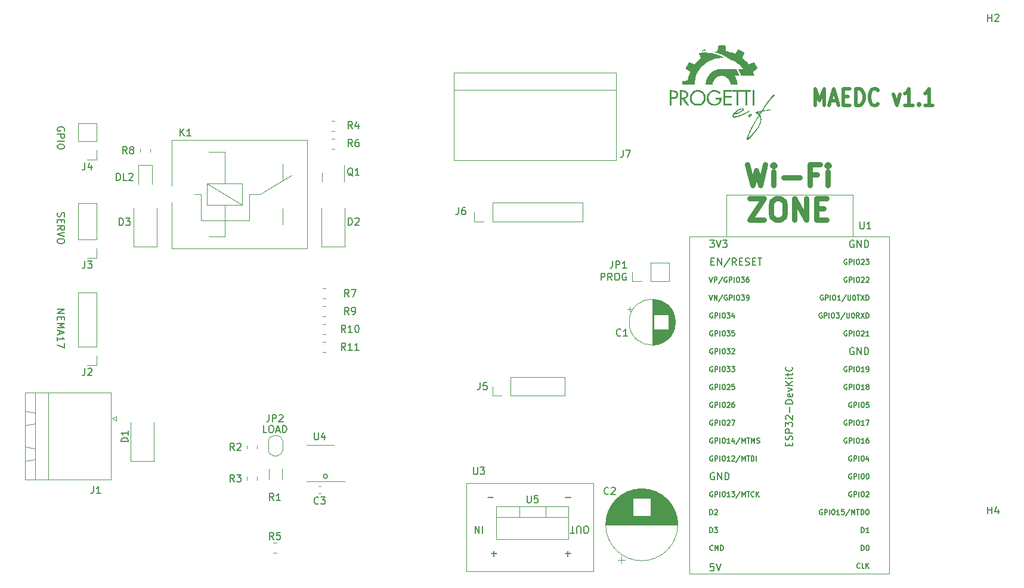
<source format=gbr>
%TF.GenerationSoftware,KiCad,Pcbnew,7.0.1*%
%TF.CreationDate,2024-11-06T10:01:19+01:00*%
%TF.ProjectId,mangiatoia,6d616e67-6961-4746-9f69-612e6b696361,1.1*%
%TF.SameCoordinates,Original*%
%TF.FileFunction,Legend,Top*%
%TF.FilePolarity,Positive*%
%FSLAX46Y46*%
G04 Gerber Fmt 4.6, Leading zero omitted, Abs format (unit mm)*
G04 Created by KiCad (PCBNEW 7.0.1) date 2024-11-06 10:01:19*
%MOMM*%
%LPD*%
G01*
G04 APERTURE LIST*
%ADD10C,0.150000*%
%ADD11C,0.750000*%
%ADD12C,0.500000*%
%ADD13C,0.120000*%
G04 APERTURE END LIST*
D10*
X110525231Y-109920994D02*
G75*
G03*
X110525231Y-109920994I-296350J0D01*
G01*
D11*
X170124361Y-65593792D02*
X170838647Y-68593792D01*
X170838647Y-68593792D02*
X171410075Y-66450935D01*
X171410075Y-66450935D02*
X171981504Y-68593792D01*
X171981504Y-68593792D02*
X172695790Y-65593792D01*
X173838646Y-68593792D02*
X173838646Y-66593792D01*
X173838646Y-65593792D02*
X173695789Y-65736649D01*
X173695789Y-65736649D02*
X173838646Y-65879506D01*
X173838646Y-65879506D02*
X173981503Y-65736649D01*
X173981503Y-65736649D02*
X173838646Y-65593792D01*
X173838646Y-65593792D02*
X173838646Y-65879506D01*
X175267217Y-67450935D02*
X177552932Y-67450935D01*
X179981503Y-67022363D02*
X178981503Y-67022363D01*
X178981503Y-68593792D02*
X178981503Y-65593792D01*
X178981503Y-65593792D02*
X180410075Y-65593792D01*
X181552932Y-68593792D02*
X181552932Y-66593792D01*
X181552932Y-65593792D02*
X181410075Y-65736649D01*
X181410075Y-65736649D02*
X181552932Y-65879506D01*
X181552932Y-65879506D02*
X181695789Y-65736649D01*
X181695789Y-65736649D02*
X181552932Y-65593792D01*
X181552932Y-65593792D02*
X181552932Y-65879506D01*
X170481504Y-70453792D02*
X172481504Y-70453792D01*
X172481504Y-70453792D02*
X170481504Y-73453792D01*
X170481504Y-73453792D02*
X172481504Y-73453792D01*
X174195790Y-70453792D02*
X174767218Y-70453792D01*
X174767218Y-70453792D02*
X175052933Y-70596649D01*
X175052933Y-70596649D02*
X175338647Y-70882363D01*
X175338647Y-70882363D02*
X175481504Y-71453792D01*
X175481504Y-71453792D02*
X175481504Y-72453792D01*
X175481504Y-72453792D02*
X175338647Y-73025220D01*
X175338647Y-73025220D02*
X175052933Y-73310935D01*
X175052933Y-73310935D02*
X174767218Y-73453792D01*
X174767218Y-73453792D02*
X174195790Y-73453792D01*
X174195790Y-73453792D02*
X173910076Y-73310935D01*
X173910076Y-73310935D02*
X173624361Y-73025220D01*
X173624361Y-73025220D02*
X173481504Y-72453792D01*
X173481504Y-72453792D02*
X173481504Y-71453792D01*
X173481504Y-71453792D02*
X173624361Y-70882363D01*
X173624361Y-70882363D02*
X173910076Y-70596649D01*
X173910076Y-70596649D02*
X174195790Y-70453792D01*
X176767218Y-73453792D02*
X176767218Y-70453792D01*
X176767218Y-70453792D02*
X178481504Y-73453792D01*
X178481504Y-73453792D02*
X178481504Y-70453792D01*
X179910075Y-71882363D02*
X180910075Y-71882363D01*
X181338647Y-73453792D02*
X179910075Y-73453792D01*
X179910075Y-73453792D02*
X179910075Y-70453792D01*
X179910075Y-70453792D02*
X181338647Y-70453792D01*
D10*
X72232000Y-72453476D02*
X72184380Y-72596333D01*
X72184380Y-72596333D02*
X72184380Y-72834428D01*
X72184380Y-72834428D02*
X72232000Y-72929666D01*
X72232000Y-72929666D02*
X72279619Y-72977285D01*
X72279619Y-72977285D02*
X72374857Y-73024904D01*
X72374857Y-73024904D02*
X72470095Y-73024904D01*
X72470095Y-73024904D02*
X72565333Y-72977285D01*
X72565333Y-72977285D02*
X72612952Y-72929666D01*
X72612952Y-72929666D02*
X72660571Y-72834428D01*
X72660571Y-72834428D02*
X72708190Y-72643952D01*
X72708190Y-72643952D02*
X72755809Y-72548714D01*
X72755809Y-72548714D02*
X72803428Y-72501095D01*
X72803428Y-72501095D02*
X72898666Y-72453476D01*
X72898666Y-72453476D02*
X72993904Y-72453476D01*
X72993904Y-72453476D02*
X73089142Y-72501095D01*
X73089142Y-72501095D02*
X73136761Y-72548714D01*
X73136761Y-72548714D02*
X73184380Y-72643952D01*
X73184380Y-72643952D02*
X73184380Y-72882047D01*
X73184380Y-72882047D02*
X73136761Y-73024904D01*
X72708190Y-73453476D02*
X72708190Y-73786809D01*
X72184380Y-73929666D02*
X72184380Y-73453476D01*
X72184380Y-73453476D02*
X73184380Y-73453476D01*
X73184380Y-73453476D02*
X73184380Y-73929666D01*
X72184380Y-74929666D02*
X72660571Y-74596333D01*
X72184380Y-74358238D02*
X73184380Y-74358238D01*
X73184380Y-74358238D02*
X73184380Y-74739190D01*
X73184380Y-74739190D02*
X73136761Y-74834428D01*
X73136761Y-74834428D02*
X73089142Y-74882047D01*
X73089142Y-74882047D02*
X72993904Y-74929666D01*
X72993904Y-74929666D02*
X72851047Y-74929666D01*
X72851047Y-74929666D02*
X72755809Y-74882047D01*
X72755809Y-74882047D02*
X72708190Y-74834428D01*
X72708190Y-74834428D02*
X72660571Y-74739190D01*
X72660571Y-74739190D02*
X72660571Y-74358238D01*
X73184380Y-75215381D02*
X72184380Y-75548714D01*
X72184380Y-75548714D02*
X73184380Y-75882047D01*
X73184380Y-76405857D02*
X73184380Y-76596333D01*
X73184380Y-76596333D02*
X73136761Y-76691571D01*
X73136761Y-76691571D02*
X73041523Y-76786809D01*
X73041523Y-76786809D02*
X72851047Y-76834428D01*
X72851047Y-76834428D02*
X72517714Y-76834428D01*
X72517714Y-76834428D02*
X72327238Y-76786809D01*
X72327238Y-76786809D02*
X72232000Y-76691571D01*
X72232000Y-76691571D02*
X72184380Y-76596333D01*
X72184380Y-76596333D02*
X72184380Y-76405857D01*
X72184380Y-76405857D02*
X72232000Y-76310619D01*
X72232000Y-76310619D02*
X72327238Y-76215381D01*
X72327238Y-76215381D02*
X72517714Y-76167762D01*
X72517714Y-76167762D02*
X72851047Y-76167762D01*
X72851047Y-76167762D02*
X73041523Y-76215381D01*
X73041523Y-76215381D02*
X73136761Y-76310619D01*
X73136761Y-76310619D02*
X73184380Y-76405857D01*
X73136761Y-60832904D02*
X73184380Y-60737666D01*
X73184380Y-60737666D02*
X73184380Y-60594809D01*
X73184380Y-60594809D02*
X73136761Y-60451952D01*
X73136761Y-60451952D02*
X73041523Y-60356714D01*
X73041523Y-60356714D02*
X72946285Y-60309095D01*
X72946285Y-60309095D02*
X72755809Y-60261476D01*
X72755809Y-60261476D02*
X72612952Y-60261476D01*
X72612952Y-60261476D02*
X72422476Y-60309095D01*
X72422476Y-60309095D02*
X72327238Y-60356714D01*
X72327238Y-60356714D02*
X72232000Y-60451952D01*
X72232000Y-60451952D02*
X72184380Y-60594809D01*
X72184380Y-60594809D02*
X72184380Y-60690047D01*
X72184380Y-60690047D02*
X72232000Y-60832904D01*
X72232000Y-60832904D02*
X72279619Y-60880523D01*
X72279619Y-60880523D02*
X72612952Y-60880523D01*
X72612952Y-60880523D02*
X72612952Y-60690047D01*
X72184380Y-61309095D02*
X73184380Y-61309095D01*
X73184380Y-61309095D02*
X73184380Y-61690047D01*
X73184380Y-61690047D02*
X73136761Y-61785285D01*
X73136761Y-61785285D02*
X73089142Y-61832904D01*
X73089142Y-61832904D02*
X72993904Y-61880523D01*
X72993904Y-61880523D02*
X72851047Y-61880523D01*
X72851047Y-61880523D02*
X72755809Y-61832904D01*
X72755809Y-61832904D02*
X72708190Y-61785285D01*
X72708190Y-61785285D02*
X72660571Y-61690047D01*
X72660571Y-61690047D02*
X72660571Y-61309095D01*
X72184380Y-62309095D02*
X73184380Y-62309095D01*
X73184380Y-62975761D02*
X73184380Y-63166237D01*
X73184380Y-63166237D02*
X73136761Y-63261475D01*
X73136761Y-63261475D02*
X73041523Y-63356713D01*
X73041523Y-63356713D02*
X72851047Y-63404332D01*
X72851047Y-63404332D02*
X72517714Y-63404332D01*
X72517714Y-63404332D02*
X72327238Y-63356713D01*
X72327238Y-63356713D02*
X72232000Y-63261475D01*
X72232000Y-63261475D02*
X72184380Y-63166237D01*
X72184380Y-63166237D02*
X72184380Y-62975761D01*
X72184380Y-62975761D02*
X72232000Y-62880523D01*
X72232000Y-62880523D02*
X72327238Y-62785285D01*
X72327238Y-62785285D02*
X72517714Y-62737666D01*
X72517714Y-62737666D02*
X72851047Y-62737666D01*
X72851047Y-62737666D02*
X73041523Y-62785285D01*
X73041523Y-62785285D02*
X73136761Y-62880523D01*
X73136761Y-62880523D02*
X73184380Y-62975761D01*
D12*
X179726190Y-57237285D02*
X179726190Y-54837285D01*
X179726190Y-54837285D02*
X180392857Y-56551571D01*
X180392857Y-56551571D02*
X181059523Y-54837285D01*
X181059523Y-54837285D02*
X181059523Y-57237285D01*
X181916666Y-56551571D02*
X182869047Y-56551571D01*
X181726190Y-57237285D02*
X182392856Y-54837285D01*
X182392856Y-54837285D02*
X183059523Y-57237285D01*
X183726190Y-55980142D02*
X184392857Y-55980142D01*
X184678571Y-57237285D02*
X183726190Y-57237285D01*
X183726190Y-57237285D02*
X183726190Y-54837285D01*
X183726190Y-54837285D02*
X184678571Y-54837285D01*
X185535714Y-57237285D02*
X185535714Y-54837285D01*
X185535714Y-54837285D02*
X186011904Y-54837285D01*
X186011904Y-54837285D02*
X186297619Y-54951571D01*
X186297619Y-54951571D02*
X186488095Y-55180142D01*
X186488095Y-55180142D02*
X186583333Y-55408714D01*
X186583333Y-55408714D02*
X186678571Y-55865857D01*
X186678571Y-55865857D02*
X186678571Y-56208714D01*
X186678571Y-56208714D02*
X186583333Y-56665857D01*
X186583333Y-56665857D02*
X186488095Y-56894428D01*
X186488095Y-56894428D02*
X186297619Y-57123000D01*
X186297619Y-57123000D02*
X186011904Y-57237285D01*
X186011904Y-57237285D02*
X185535714Y-57237285D01*
X188678571Y-57008714D02*
X188583333Y-57123000D01*
X188583333Y-57123000D02*
X188297619Y-57237285D01*
X188297619Y-57237285D02*
X188107143Y-57237285D01*
X188107143Y-57237285D02*
X187821428Y-57123000D01*
X187821428Y-57123000D02*
X187630952Y-56894428D01*
X187630952Y-56894428D02*
X187535714Y-56665857D01*
X187535714Y-56665857D02*
X187440476Y-56208714D01*
X187440476Y-56208714D02*
X187440476Y-55865857D01*
X187440476Y-55865857D02*
X187535714Y-55408714D01*
X187535714Y-55408714D02*
X187630952Y-55180142D01*
X187630952Y-55180142D02*
X187821428Y-54951571D01*
X187821428Y-54951571D02*
X188107143Y-54837285D01*
X188107143Y-54837285D02*
X188297619Y-54837285D01*
X188297619Y-54837285D02*
X188583333Y-54951571D01*
X188583333Y-54951571D02*
X188678571Y-55065857D01*
X190869048Y-55637285D02*
X191345238Y-57237285D01*
X191345238Y-57237285D02*
X191821429Y-55637285D01*
X193630953Y-57237285D02*
X192488096Y-57237285D01*
X193059524Y-57237285D02*
X193059524Y-54837285D01*
X193059524Y-54837285D02*
X192869048Y-55180142D01*
X192869048Y-55180142D02*
X192678572Y-55408714D01*
X192678572Y-55408714D02*
X192488096Y-55523000D01*
X194488096Y-57008714D02*
X194583334Y-57123000D01*
X194583334Y-57123000D02*
X194488096Y-57237285D01*
X194488096Y-57237285D02*
X194392858Y-57123000D01*
X194392858Y-57123000D02*
X194488096Y-57008714D01*
X194488096Y-57008714D02*
X194488096Y-57237285D01*
X196488096Y-57237285D02*
X195345239Y-57237285D01*
X195916667Y-57237285D02*
X195916667Y-54837285D01*
X195916667Y-54837285D02*
X195726191Y-55180142D01*
X195726191Y-55180142D02*
X195535715Y-55408714D01*
X195535715Y-55408714D02*
X195345239Y-55523000D01*
D10*
X72184380Y-86217095D02*
X73184380Y-86217095D01*
X73184380Y-86217095D02*
X72184380Y-86788523D01*
X72184380Y-86788523D02*
X73184380Y-86788523D01*
X72708190Y-87264714D02*
X72708190Y-87598047D01*
X72184380Y-87740904D02*
X72184380Y-87264714D01*
X72184380Y-87264714D02*
X73184380Y-87264714D01*
X73184380Y-87264714D02*
X73184380Y-87740904D01*
X72184380Y-88169476D02*
X73184380Y-88169476D01*
X73184380Y-88169476D02*
X72470095Y-88502809D01*
X72470095Y-88502809D02*
X73184380Y-88836142D01*
X73184380Y-88836142D02*
X72184380Y-88836142D01*
X72470095Y-89264714D02*
X72470095Y-89740904D01*
X72184380Y-89169476D02*
X73184380Y-89502809D01*
X73184380Y-89502809D02*
X72184380Y-89836142D01*
X72184380Y-90693285D02*
X72184380Y-90121857D01*
X72184380Y-90407571D02*
X73184380Y-90407571D01*
X73184380Y-90407571D02*
X73041523Y-90312333D01*
X73041523Y-90312333D02*
X72946285Y-90217095D01*
X72946285Y-90217095D02*
X72898666Y-90121857D01*
X73184380Y-91026619D02*
X73184380Y-91693285D01*
X73184380Y-91693285D02*
X72184380Y-91264714D01*
%TO.C,JP1*%
X150984666Y-79345619D02*
X150984666Y-80059904D01*
X150984666Y-80059904D02*
X150937047Y-80202761D01*
X150937047Y-80202761D02*
X150841809Y-80298000D01*
X150841809Y-80298000D02*
X150698952Y-80345619D01*
X150698952Y-80345619D02*
X150603714Y-80345619D01*
X151460857Y-80345619D02*
X151460857Y-79345619D01*
X151460857Y-79345619D02*
X151841809Y-79345619D01*
X151841809Y-79345619D02*
X151937047Y-79393238D01*
X151937047Y-79393238D02*
X151984666Y-79440857D01*
X151984666Y-79440857D02*
X152032285Y-79536095D01*
X152032285Y-79536095D02*
X152032285Y-79678952D01*
X152032285Y-79678952D02*
X151984666Y-79774190D01*
X151984666Y-79774190D02*
X151937047Y-79821809D01*
X151937047Y-79821809D02*
X151841809Y-79869428D01*
X151841809Y-79869428D02*
X151460857Y-79869428D01*
X152984666Y-80345619D02*
X152413238Y-80345619D01*
X152698952Y-80345619D02*
X152698952Y-79345619D01*
X152698952Y-79345619D02*
X152603714Y-79488476D01*
X152603714Y-79488476D02*
X152508476Y-79583714D01*
X152508476Y-79583714D02*
X152413238Y-79631333D01*
X149338272Y-82064116D02*
X149338272Y-81064116D01*
X149338272Y-81064116D02*
X149719224Y-81064116D01*
X149719224Y-81064116D02*
X149814462Y-81111735D01*
X149814462Y-81111735D02*
X149862081Y-81159354D01*
X149862081Y-81159354D02*
X149909700Y-81254592D01*
X149909700Y-81254592D02*
X149909700Y-81397449D01*
X149909700Y-81397449D02*
X149862081Y-81492687D01*
X149862081Y-81492687D02*
X149814462Y-81540306D01*
X149814462Y-81540306D02*
X149719224Y-81587925D01*
X149719224Y-81587925D02*
X149338272Y-81587925D01*
X150909700Y-82064116D02*
X150576367Y-81587925D01*
X150338272Y-82064116D02*
X150338272Y-81064116D01*
X150338272Y-81064116D02*
X150719224Y-81064116D01*
X150719224Y-81064116D02*
X150814462Y-81111735D01*
X150814462Y-81111735D02*
X150862081Y-81159354D01*
X150862081Y-81159354D02*
X150909700Y-81254592D01*
X150909700Y-81254592D02*
X150909700Y-81397449D01*
X150909700Y-81397449D02*
X150862081Y-81492687D01*
X150862081Y-81492687D02*
X150814462Y-81540306D01*
X150814462Y-81540306D02*
X150719224Y-81587925D01*
X150719224Y-81587925D02*
X150338272Y-81587925D01*
X151528748Y-81064116D02*
X151719224Y-81064116D01*
X151719224Y-81064116D02*
X151814462Y-81111735D01*
X151814462Y-81111735D02*
X151909700Y-81206973D01*
X151909700Y-81206973D02*
X151957319Y-81397449D01*
X151957319Y-81397449D02*
X151957319Y-81730782D01*
X151957319Y-81730782D02*
X151909700Y-81921258D01*
X151909700Y-81921258D02*
X151814462Y-82016497D01*
X151814462Y-82016497D02*
X151719224Y-82064116D01*
X151719224Y-82064116D02*
X151528748Y-82064116D01*
X151528748Y-82064116D02*
X151433510Y-82016497D01*
X151433510Y-82016497D02*
X151338272Y-81921258D01*
X151338272Y-81921258D02*
X151290653Y-81730782D01*
X151290653Y-81730782D02*
X151290653Y-81397449D01*
X151290653Y-81397449D02*
X151338272Y-81206973D01*
X151338272Y-81206973D02*
X151433510Y-81111735D01*
X151433510Y-81111735D02*
X151528748Y-81064116D01*
X152909700Y-81111735D02*
X152814462Y-81064116D01*
X152814462Y-81064116D02*
X152671605Y-81064116D01*
X152671605Y-81064116D02*
X152528748Y-81111735D01*
X152528748Y-81111735D02*
X152433510Y-81206973D01*
X152433510Y-81206973D02*
X152385891Y-81302211D01*
X152385891Y-81302211D02*
X152338272Y-81492687D01*
X152338272Y-81492687D02*
X152338272Y-81635544D01*
X152338272Y-81635544D02*
X152385891Y-81826020D01*
X152385891Y-81826020D02*
X152433510Y-81921258D01*
X152433510Y-81921258D02*
X152528748Y-82016497D01*
X152528748Y-82016497D02*
X152671605Y-82064116D01*
X152671605Y-82064116D02*
X152766843Y-82064116D01*
X152766843Y-82064116D02*
X152909700Y-82016497D01*
X152909700Y-82016497D02*
X152957319Y-81968877D01*
X152957319Y-81968877D02*
X152957319Y-81635544D01*
X152957319Y-81635544D02*
X152766843Y-81635544D01*
%TO.C,R3*%
X97295333Y-110690119D02*
X96962000Y-110213928D01*
X96723905Y-110690119D02*
X96723905Y-109690119D01*
X96723905Y-109690119D02*
X97104857Y-109690119D01*
X97104857Y-109690119D02*
X97200095Y-109737738D01*
X97200095Y-109737738D02*
X97247714Y-109785357D01*
X97247714Y-109785357D02*
X97295333Y-109880595D01*
X97295333Y-109880595D02*
X97295333Y-110023452D01*
X97295333Y-110023452D02*
X97247714Y-110118690D01*
X97247714Y-110118690D02*
X97200095Y-110166309D01*
X97200095Y-110166309D02*
X97104857Y-110213928D01*
X97104857Y-110213928D02*
X96723905Y-110213928D01*
X97628667Y-109690119D02*
X98247714Y-109690119D01*
X98247714Y-109690119D02*
X97914381Y-110071071D01*
X97914381Y-110071071D02*
X98057238Y-110071071D01*
X98057238Y-110071071D02*
X98152476Y-110118690D01*
X98152476Y-110118690D02*
X98200095Y-110166309D01*
X98200095Y-110166309D02*
X98247714Y-110261547D01*
X98247714Y-110261547D02*
X98247714Y-110499642D01*
X98247714Y-110499642D02*
X98200095Y-110594880D01*
X98200095Y-110594880D02*
X98152476Y-110642500D01*
X98152476Y-110642500D02*
X98057238Y-110690119D01*
X98057238Y-110690119D02*
X97771524Y-110690119D01*
X97771524Y-110690119D02*
X97676286Y-110642500D01*
X97676286Y-110642500D02*
X97628667Y-110594880D01*
%TO.C,J5*%
X132180666Y-96617619D02*
X132180666Y-97331904D01*
X132180666Y-97331904D02*
X132133047Y-97474761D01*
X132133047Y-97474761D02*
X132037809Y-97570000D01*
X132037809Y-97570000D02*
X131894952Y-97617619D01*
X131894952Y-97617619D02*
X131799714Y-97617619D01*
X133133047Y-96617619D02*
X132656857Y-96617619D01*
X132656857Y-96617619D02*
X132609238Y-97093809D01*
X132609238Y-97093809D02*
X132656857Y-97046190D01*
X132656857Y-97046190D02*
X132752095Y-96998571D01*
X132752095Y-96998571D02*
X132990190Y-96998571D01*
X132990190Y-96998571D02*
X133085428Y-97046190D01*
X133085428Y-97046190D02*
X133133047Y-97093809D01*
X133133047Y-97093809D02*
X133180666Y-97189047D01*
X133180666Y-97189047D02*
X133180666Y-97427142D01*
X133180666Y-97427142D02*
X133133047Y-97522380D01*
X133133047Y-97522380D02*
X133085428Y-97570000D01*
X133085428Y-97570000D02*
X132990190Y-97617619D01*
X132990190Y-97617619D02*
X132752095Y-97617619D01*
X132752095Y-97617619D02*
X132656857Y-97570000D01*
X132656857Y-97570000D02*
X132609238Y-97522380D01*
%TO.C,U1*%
X186108095Y-73757619D02*
X186108095Y-74567142D01*
X186108095Y-74567142D02*
X186155714Y-74662380D01*
X186155714Y-74662380D02*
X186203333Y-74710000D01*
X186203333Y-74710000D02*
X186298571Y-74757619D01*
X186298571Y-74757619D02*
X186489047Y-74757619D01*
X186489047Y-74757619D02*
X186584285Y-74710000D01*
X186584285Y-74710000D02*
X186631904Y-74662380D01*
X186631904Y-74662380D02*
X186679523Y-74567142D01*
X186679523Y-74567142D02*
X186679523Y-73757619D01*
X187679523Y-74757619D02*
X187108095Y-74757619D01*
X187393809Y-74757619D02*
X187393809Y-73757619D01*
X187393809Y-73757619D02*
X187298571Y-73900476D01*
X187298571Y-73900476D02*
X187203333Y-73995714D01*
X187203333Y-73995714D02*
X187108095Y-74043333D01*
X176023809Y-105603677D02*
X176023809Y-105270344D01*
X176547619Y-105127487D02*
X176547619Y-105603677D01*
X176547619Y-105603677D02*
X175547619Y-105603677D01*
X175547619Y-105603677D02*
X175547619Y-105127487D01*
X176500000Y-104746534D02*
X176547619Y-104603677D01*
X176547619Y-104603677D02*
X176547619Y-104365582D01*
X176547619Y-104365582D02*
X176500000Y-104270344D01*
X176500000Y-104270344D02*
X176452380Y-104222725D01*
X176452380Y-104222725D02*
X176357142Y-104175106D01*
X176357142Y-104175106D02*
X176261904Y-104175106D01*
X176261904Y-104175106D02*
X176166666Y-104222725D01*
X176166666Y-104222725D02*
X176119047Y-104270344D01*
X176119047Y-104270344D02*
X176071428Y-104365582D01*
X176071428Y-104365582D02*
X176023809Y-104556058D01*
X176023809Y-104556058D02*
X175976190Y-104651296D01*
X175976190Y-104651296D02*
X175928571Y-104698915D01*
X175928571Y-104698915D02*
X175833333Y-104746534D01*
X175833333Y-104746534D02*
X175738095Y-104746534D01*
X175738095Y-104746534D02*
X175642857Y-104698915D01*
X175642857Y-104698915D02*
X175595238Y-104651296D01*
X175595238Y-104651296D02*
X175547619Y-104556058D01*
X175547619Y-104556058D02*
X175547619Y-104317963D01*
X175547619Y-104317963D02*
X175595238Y-104175106D01*
X176547619Y-103746534D02*
X175547619Y-103746534D01*
X175547619Y-103746534D02*
X175547619Y-103365582D01*
X175547619Y-103365582D02*
X175595238Y-103270344D01*
X175595238Y-103270344D02*
X175642857Y-103222725D01*
X175642857Y-103222725D02*
X175738095Y-103175106D01*
X175738095Y-103175106D02*
X175880952Y-103175106D01*
X175880952Y-103175106D02*
X175976190Y-103222725D01*
X175976190Y-103222725D02*
X176023809Y-103270344D01*
X176023809Y-103270344D02*
X176071428Y-103365582D01*
X176071428Y-103365582D02*
X176071428Y-103746534D01*
X175547619Y-102841772D02*
X175547619Y-102222725D01*
X175547619Y-102222725D02*
X175928571Y-102556058D01*
X175928571Y-102556058D02*
X175928571Y-102413201D01*
X175928571Y-102413201D02*
X175976190Y-102317963D01*
X175976190Y-102317963D02*
X176023809Y-102270344D01*
X176023809Y-102270344D02*
X176119047Y-102222725D01*
X176119047Y-102222725D02*
X176357142Y-102222725D01*
X176357142Y-102222725D02*
X176452380Y-102270344D01*
X176452380Y-102270344D02*
X176500000Y-102317963D01*
X176500000Y-102317963D02*
X176547619Y-102413201D01*
X176547619Y-102413201D02*
X176547619Y-102698915D01*
X176547619Y-102698915D02*
X176500000Y-102794153D01*
X176500000Y-102794153D02*
X176452380Y-102841772D01*
X175642857Y-101841772D02*
X175595238Y-101794153D01*
X175595238Y-101794153D02*
X175547619Y-101698915D01*
X175547619Y-101698915D02*
X175547619Y-101460820D01*
X175547619Y-101460820D02*
X175595238Y-101365582D01*
X175595238Y-101365582D02*
X175642857Y-101317963D01*
X175642857Y-101317963D02*
X175738095Y-101270344D01*
X175738095Y-101270344D02*
X175833333Y-101270344D01*
X175833333Y-101270344D02*
X175976190Y-101317963D01*
X175976190Y-101317963D02*
X176547619Y-101889391D01*
X176547619Y-101889391D02*
X176547619Y-101270344D01*
X176166666Y-100841772D02*
X176166666Y-100079868D01*
X176547619Y-99603677D02*
X175547619Y-99603677D01*
X175547619Y-99603677D02*
X175547619Y-99365582D01*
X175547619Y-99365582D02*
X175595238Y-99222725D01*
X175595238Y-99222725D02*
X175690476Y-99127487D01*
X175690476Y-99127487D02*
X175785714Y-99079868D01*
X175785714Y-99079868D02*
X175976190Y-99032249D01*
X175976190Y-99032249D02*
X176119047Y-99032249D01*
X176119047Y-99032249D02*
X176309523Y-99079868D01*
X176309523Y-99079868D02*
X176404761Y-99127487D01*
X176404761Y-99127487D02*
X176500000Y-99222725D01*
X176500000Y-99222725D02*
X176547619Y-99365582D01*
X176547619Y-99365582D02*
X176547619Y-99603677D01*
X176500000Y-98222725D02*
X176547619Y-98317963D01*
X176547619Y-98317963D02*
X176547619Y-98508439D01*
X176547619Y-98508439D02*
X176500000Y-98603677D01*
X176500000Y-98603677D02*
X176404761Y-98651296D01*
X176404761Y-98651296D02*
X176023809Y-98651296D01*
X176023809Y-98651296D02*
X175928571Y-98603677D01*
X175928571Y-98603677D02*
X175880952Y-98508439D01*
X175880952Y-98508439D02*
X175880952Y-98317963D01*
X175880952Y-98317963D02*
X175928571Y-98222725D01*
X175928571Y-98222725D02*
X176023809Y-98175106D01*
X176023809Y-98175106D02*
X176119047Y-98175106D01*
X176119047Y-98175106D02*
X176214285Y-98651296D01*
X175880952Y-97841772D02*
X176547619Y-97603677D01*
X176547619Y-97603677D02*
X175880952Y-97365582D01*
X176547619Y-96984629D02*
X175547619Y-96984629D01*
X176547619Y-96413201D02*
X175976190Y-96841772D01*
X175547619Y-96413201D02*
X176119047Y-96984629D01*
X176547619Y-95984629D02*
X175880952Y-95984629D01*
X175547619Y-95984629D02*
X175595238Y-96032248D01*
X175595238Y-96032248D02*
X175642857Y-95984629D01*
X175642857Y-95984629D02*
X175595238Y-95937010D01*
X175595238Y-95937010D02*
X175547619Y-95984629D01*
X175547619Y-95984629D02*
X175642857Y-95984629D01*
X175880952Y-95651296D02*
X175880952Y-95270344D01*
X175547619Y-95508439D02*
X176404761Y-95508439D01*
X176404761Y-95508439D02*
X176500000Y-95460820D01*
X176500000Y-95460820D02*
X176547619Y-95365582D01*
X176547619Y-95365582D02*
X176547619Y-95270344D01*
X176452380Y-94365582D02*
X176500000Y-94413201D01*
X176500000Y-94413201D02*
X176547619Y-94556058D01*
X176547619Y-94556058D02*
X176547619Y-94651296D01*
X176547619Y-94651296D02*
X176500000Y-94794153D01*
X176500000Y-94794153D02*
X176404761Y-94889391D01*
X176404761Y-94889391D02*
X176309523Y-94937010D01*
X176309523Y-94937010D02*
X176119047Y-94984629D01*
X176119047Y-94984629D02*
X175976190Y-94984629D01*
X175976190Y-94984629D02*
X175785714Y-94937010D01*
X175785714Y-94937010D02*
X175690476Y-94889391D01*
X175690476Y-94889391D02*
X175595238Y-94794153D01*
X175595238Y-94794153D02*
X175547619Y-94651296D01*
X175547619Y-94651296D02*
X175547619Y-94556058D01*
X175547619Y-94556058D02*
X175595238Y-94413201D01*
X175595238Y-94413201D02*
X175642857Y-94365582D01*
X180748334Y-114687166D02*
X180681667Y-114653833D01*
X180681667Y-114653833D02*
X180581667Y-114653833D01*
X180581667Y-114653833D02*
X180481667Y-114687166D01*
X180481667Y-114687166D02*
X180415001Y-114753833D01*
X180415001Y-114753833D02*
X180381667Y-114820500D01*
X180381667Y-114820500D02*
X180348334Y-114953833D01*
X180348334Y-114953833D02*
X180348334Y-115053833D01*
X180348334Y-115053833D02*
X180381667Y-115187166D01*
X180381667Y-115187166D02*
X180415001Y-115253833D01*
X180415001Y-115253833D02*
X180481667Y-115320500D01*
X180481667Y-115320500D02*
X180581667Y-115353833D01*
X180581667Y-115353833D02*
X180648334Y-115353833D01*
X180648334Y-115353833D02*
X180748334Y-115320500D01*
X180748334Y-115320500D02*
X180781667Y-115287166D01*
X180781667Y-115287166D02*
X180781667Y-115053833D01*
X180781667Y-115053833D02*
X180648334Y-115053833D01*
X181081667Y-115353833D02*
X181081667Y-114653833D01*
X181081667Y-114653833D02*
X181348334Y-114653833D01*
X181348334Y-114653833D02*
X181415001Y-114687166D01*
X181415001Y-114687166D02*
X181448334Y-114720500D01*
X181448334Y-114720500D02*
X181481667Y-114787166D01*
X181481667Y-114787166D02*
X181481667Y-114887166D01*
X181481667Y-114887166D02*
X181448334Y-114953833D01*
X181448334Y-114953833D02*
X181415001Y-114987166D01*
X181415001Y-114987166D02*
X181348334Y-115020500D01*
X181348334Y-115020500D02*
X181081667Y-115020500D01*
X181781667Y-115353833D02*
X181781667Y-114653833D01*
X182248334Y-114653833D02*
X182381667Y-114653833D01*
X182381667Y-114653833D02*
X182448334Y-114687166D01*
X182448334Y-114687166D02*
X182515000Y-114753833D01*
X182515000Y-114753833D02*
X182548334Y-114887166D01*
X182548334Y-114887166D02*
X182548334Y-115120500D01*
X182548334Y-115120500D02*
X182515000Y-115253833D01*
X182515000Y-115253833D02*
X182448334Y-115320500D01*
X182448334Y-115320500D02*
X182381667Y-115353833D01*
X182381667Y-115353833D02*
X182248334Y-115353833D01*
X182248334Y-115353833D02*
X182181667Y-115320500D01*
X182181667Y-115320500D02*
X182115000Y-115253833D01*
X182115000Y-115253833D02*
X182081667Y-115120500D01*
X182081667Y-115120500D02*
X182081667Y-114887166D01*
X182081667Y-114887166D02*
X182115000Y-114753833D01*
X182115000Y-114753833D02*
X182181667Y-114687166D01*
X182181667Y-114687166D02*
X182248334Y-114653833D01*
X183215000Y-115353833D02*
X182815000Y-115353833D01*
X183015000Y-115353833D02*
X183015000Y-114653833D01*
X183015000Y-114653833D02*
X182948333Y-114753833D01*
X182948333Y-114753833D02*
X182881667Y-114820500D01*
X182881667Y-114820500D02*
X182815000Y-114853833D01*
X183848334Y-114653833D02*
X183515000Y-114653833D01*
X183515000Y-114653833D02*
X183481667Y-114987166D01*
X183481667Y-114987166D02*
X183515000Y-114953833D01*
X183515000Y-114953833D02*
X183581667Y-114920500D01*
X183581667Y-114920500D02*
X183748334Y-114920500D01*
X183748334Y-114920500D02*
X183815000Y-114953833D01*
X183815000Y-114953833D02*
X183848334Y-114987166D01*
X183848334Y-114987166D02*
X183881667Y-115053833D01*
X183881667Y-115053833D02*
X183881667Y-115220500D01*
X183881667Y-115220500D02*
X183848334Y-115287166D01*
X183848334Y-115287166D02*
X183815000Y-115320500D01*
X183815000Y-115320500D02*
X183748334Y-115353833D01*
X183748334Y-115353833D02*
X183581667Y-115353833D01*
X183581667Y-115353833D02*
X183515000Y-115320500D01*
X183515000Y-115320500D02*
X183481667Y-115287166D01*
X184681667Y-114620500D02*
X184081667Y-115520500D01*
X184915000Y-115353833D02*
X184915000Y-114653833D01*
X184915000Y-114653833D02*
X185148334Y-115153833D01*
X185148334Y-115153833D02*
X185381667Y-114653833D01*
X185381667Y-114653833D02*
X185381667Y-115353833D01*
X185615000Y-114653833D02*
X186015000Y-114653833D01*
X185815000Y-115353833D02*
X185815000Y-114653833D01*
X186248333Y-115353833D02*
X186248333Y-114653833D01*
X186248333Y-114653833D02*
X186415000Y-114653833D01*
X186415000Y-114653833D02*
X186515000Y-114687166D01*
X186515000Y-114687166D02*
X186581667Y-114753833D01*
X186581667Y-114753833D02*
X186615000Y-114820500D01*
X186615000Y-114820500D02*
X186648333Y-114953833D01*
X186648333Y-114953833D02*
X186648333Y-115053833D01*
X186648333Y-115053833D02*
X186615000Y-115187166D01*
X186615000Y-115187166D02*
X186581667Y-115253833D01*
X186581667Y-115253833D02*
X186515000Y-115320500D01*
X186515000Y-115320500D02*
X186415000Y-115353833D01*
X186415000Y-115353833D02*
X186248333Y-115353833D01*
X187081667Y-114653833D02*
X187215000Y-114653833D01*
X187215000Y-114653833D02*
X187281667Y-114687166D01*
X187281667Y-114687166D02*
X187348333Y-114753833D01*
X187348333Y-114753833D02*
X187381667Y-114887166D01*
X187381667Y-114887166D02*
X187381667Y-115120500D01*
X187381667Y-115120500D02*
X187348333Y-115253833D01*
X187348333Y-115253833D02*
X187281667Y-115320500D01*
X187281667Y-115320500D02*
X187215000Y-115353833D01*
X187215000Y-115353833D02*
X187081667Y-115353833D01*
X187081667Y-115353833D02*
X187015000Y-115320500D01*
X187015000Y-115320500D02*
X186948333Y-115253833D01*
X186948333Y-115253833D02*
X186915000Y-115120500D01*
X186915000Y-115120500D02*
X186915000Y-114887166D01*
X186915000Y-114887166D02*
X186948333Y-114753833D01*
X186948333Y-114753833D02*
X187015000Y-114687166D01*
X187015000Y-114687166D02*
X187081667Y-114653833D01*
X184248333Y-94367166D02*
X184181666Y-94333833D01*
X184181666Y-94333833D02*
X184081666Y-94333833D01*
X184081666Y-94333833D02*
X183981666Y-94367166D01*
X183981666Y-94367166D02*
X183915000Y-94433833D01*
X183915000Y-94433833D02*
X183881666Y-94500500D01*
X183881666Y-94500500D02*
X183848333Y-94633833D01*
X183848333Y-94633833D02*
X183848333Y-94733833D01*
X183848333Y-94733833D02*
X183881666Y-94867166D01*
X183881666Y-94867166D02*
X183915000Y-94933833D01*
X183915000Y-94933833D02*
X183981666Y-95000500D01*
X183981666Y-95000500D02*
X184081666Y-95033833D01*
X184081666Y-95033833D02*
X184148333Y-95033833D01*
X184148333Y-95033833D02*
X184248333Y-95000500D01*
X184248333Y-95000500D02*
X184281666Y-94967166D01*
X184281666Y-94967166D02*
X184281666Y-94733833D01*
X184281666Y-94733833D02*
X184148333Y-94733833D01*
X184581666Y-95033833D02*
X184581666Y-94333833D01*
X184581666Y-94333833D02*
X184848333Y-94333833D01*
X184848333Y-94333833D02*
X184915000Y-94367166D01*
X184915000Y-94367166D02*
X184948333Y-94400500D01*
X184948333Y-94400500D02*
X184981666Y-94467166D01*
X184981666Y-94467166D02*
X184981666Y-94567166D01*
X184981666Y-94567166D02*
X184948333Y-94633833D01*
X184948333Y-94633833D02*
X184915000Y-94667166D01*
X184915000Y-94667166D02*
X184848333Y-94700500D01*
X184848333Y-94700500D02*
X184581666Y-94700500D01*
X185281666Y-95033833D02*
X185281666Y-94333833D01*
X185748333Y-94333833D02*
X185881666Y-94333833D01*
X185881666Y-94333833D02*
X185948333Y-94367166D01*
X185948333Y-94367166D02*
X186014999Y-94433833D01*
X186014999Y-94433833D02*
X186048333Y-94567166D01*
X186048333Y-94567166D02*
X186048333Y-94800500D01*
X186048333Y-94800500D02*
X186014999Y-94933833D01*
X186014999Y-94933833D02*
X185948333Y-95000500D01*
X185948333Y-95000500D02*
X185881666Y-95033833D01*
X185881666Y-95033833D02*
X185748333Y-95033833D01*
X185748333Y-95033833D02*
X185681666Y-95000500D01*
X185681666Y-95000500D02*
X185614999Y-94933833D01*
X185614999Y-94933833D02*
X185581666Y-94800500D01*
X185581666Y-94800500D02*
X185581666Y-94567166D01*
X185581666Y-94567166D02*
X185614999Y-94433833D01*
X185614999Y-94433833D02*
X185681666Y-94367166D01*
X185681666Y-94367166D02*
X185748333Y-94333833D01*
X186714999Y-95033833D02*
X186314999Y-95033833D01*
X186514999Y-95033833D02*
X186514999Y-94333833D01*
X186514999Y-94333833D02*
X186448332Y-94433833D01*
X186448332Y-94433833D02*
X186381666Y-94500500D01*
X186381666Y-94500500D02*
X186314999Y-94533833D01*
X187048333Y-95033833D02*
X187181666Y-95033833D01*
X187181666Y-95033833D02*
X187248333Y-95000500D01*
X187248333Y-95000500D02*
X187281666Y-94967166D01*
X187281666Y-94967166D02*
X187348333Y-94867166D01*
X187348333Y-94867166D02*
X187381666Y-94733833D01*
X187381666Y-94733833D02*
X187381666Y-94467166D01*
X187381666Y-94467166D02*
X187348333Y-94400500D01*
X187348333Y-94400500D02*
X187314999Y-94367166D01*
X187314999Y-94367166D02*
X187248333Y-94333833D01*
X187248333Y-94333833D02*
X187114999Y-94333833D01*
X187114999Y-94333833D02*
X187048333Y-94367166D01*
X187048333Y-94367166D02*
X187014999Y-94400500D01*
X187014999Y-94400500D02*
X186981666Y-94467166D01*
X186981666Y-94467166D02*
X186981666Y-94633833D01*
X186981666Y-94633833D02*
X187014999Y-94700500D01*
X187014999Y-94700500D02*
X187048333Y-94733833D01*
X187048333Y-94733833D02*
X187114999Y-94767166D01*
X187114999Y-94767166D02*
X187248333Y-94767166D01*
X187248333Y-94767166D02*
X187314999Y-94733833D01*
X187314999Y-94733833D02*
X187348333Y-94700500D01*
X187348333Y-94700500D02*
X187381666Y-94633833D01*
X180881667Y-84207166D02*
X180815000Y-84173833D01*
X180815000Y-84173833D02*
X180715000Y-84173833D01*
X180715000Y-84173833D02*
X180615000Y-84207166D01*
X180615000Y-84207166D02*
X180548334Y-84273833D01*
X180548334Y-84273833D02*
X180515000Y-84340500D01*
X180515000Y-84340500D02*
X180481667Y-84473833D01*
X180481667Y-84473833D02*
X180481667Y-84573833D01*
X180481667Y-84573833D02*
X180515000Y-84707166D01*
X180515000Y-84707166D02*
X180548334Y-84773833D01*
X180548334Y-84773833D02*
X180615000Y-84840500D01*
X180615000Y-84840500D02*
X180715000Y-84873833D01*
X180715000Y-84873833D02*
X180781667Y-84873833D01*
X180781667Y-84873833D02*
X180881667Y-84840500D01*
X180881667Y-84840500D02*
X180915000Y-84807166D01*
X180915000Y-84807166D02*
X180915000Y-84573833D01*
X180915000Y-84573833D02*
X180781667Y-84573833D01*
X181215000Y-84873833D02*
X181215000Y-84173833D01*
X181215000Y-84173833D02*
X181481667Y-84173833D01*
X181481667Y-84173833D02*
X181548334Y-84207166D01*
X181548334Y-84207166D02*
X181581667Y-84240500D01*
X181581667Y-84240500D02*
X181615000Y-84307166D01*
X181615000Y-84307166D02*
X181615000Y-84407166D01*
X181615000Y-84407166D02*
X181581667Y-84473833D01*
X181581667Y-84473833D02*
X181548334Y-84507166D01*
X181548334Y-84507166D02*
X181481667Y-84540500D01*
X181481667Y-84540500D02*
X181215000Y-84540500D01*
X181915000Y-84873833D02*
X181915000Y-84173833D01*
X182381667Y-84173833D02*
X182515000Y-84173833D01*
X182515000Y-84173833D02*
X182581667Y-84207166D01*
X182581667Y-84207166D02*
X182648333Y-84273833D01*
X182648333Y-84273833D02*
X182681667Y-84407166D01*
X182681667Y-84407166D02*
X182681667Y-84640500D01*
X182681667Y-84640500D02*
X182648333Y-84773833D01*
X182648333Y-84773833D02*
X182581667Y-84840500D01*
X182581667Y-84840500D02*
X182515000Y-84873833D01*
X182515000Y-84873833D02*
X182381667Y-84873833D01*
X182381667Y-84873833D02*
X182315000Y-84840500D01*
X182315000Y-84840500D02*
X182248333Y-84773833D01*
X182248333Y-84773833D02*
X182215000Y-84640500D01*
X182215000Y-84640500D02*
X182215000Y-84407166D01*
X182215000Y-84407166D02*
X182248333Y-84273833D01*
X182248333Y-84273833D02*
X182315000Y-84207166D01*
X182315000Y-84207166D02*
X182381667Y-84173833D01*
X183348333Y-84873833D02*
X182948333Y-84873833D01*
X183148333Y-84873833D02*
X183148333Y-84173833D01*
X183148333Y-84173833D02*
X183081666Y-84273833D01*
X183081666Y-84273833D02*
X183015000Y-84340500D01*
X183015000Y-84340500D02*
X182948333Y-84373833D01*
X184148333Y-84140500D02*
X183548333Y-85040500D01*
X184381666Y-84173833D02*
X184381666Y-84740500D01*
X184381666Y-84740500D02*
X184415000Y-84807166D01*
X184415000Y-84807166D02*
X184448333Y-84840500D01*
X184448333Y-84840500D02*
X184515000Y-84873833D01*
X184515000Y-84873833D02*
X184648333Y-84873833D01*
X184648333Y-84873833D02*
X184715000Y-84840500D01*
X184715000Y-84840500D02*
X184748333Y-84807166D01*
X184748333Y-84807166D02*
X184781666Y-84740500D01*
X184781666Y-84740500D02*
X184781666Y-84173833D01*
X185248333Y-84173833D02*
X185314999Y-84173833D01*
X185314999Y-84173833D02*
X185381666Y-84207166D01*
X185381666Y-84207166D02*
X185414999Y-84240500D01*
X185414999Y-84240500D02*
X185448333Y-84307166D01*
X185448333Y-84307166D02*
X185481666Y-84440500D01*
X185481666Y-84440500D02*
X185481666Y-84607166D01*
X185481666Y-84607166D02*
X185448333Y-84740500D01*
X185448333Y-84740500D02*
X185414999Y-84807166D01*
X185414999Y-84807166D02*
X185381666Y-84840500D01*
X185381666Y-84840500D02*
X185314999Y-84873833D01*
X185314999Y-84873833D02*
X185248333Y-84873833D01*
X185248333Y-84873833D02*
X185181666Y-84840500D01*
X185181666Y-84840500D02*
X185148333Y-84807166D01*
X185148333Y-84807166D02*
X185114999Y-84740500D01*
X185114999Y-84740500D02*
X185081666Y-84607166D01*
X185081666Y-84607166D02*
X185081666Y-84440500D01*
X185081666Y-84440500D02*
X185114999Y-84307166D01*
X185114999Y-84307166D02*
X185148333Y-84240500D01*
X185148333Y-84240500D02*
X185181666Y-84207166D01*
X185181666Y-84207166D02*
X185248333Y-84173833D01*
X185681666Y-84173833D02*
X186081666Y-84173833D01*
X185881666Y-84873833D02*
X185881666Y-84173833D01*
X186248333Y-84173833D02*
X186714999Y-84873833D01*
X186714999Y-84173833D02*
X186248333Y-84873833D01*
X186981666Y-84873833D02*
X186981666Y-84173833D01*
X186981666Y-84173833D02*
X187148333Y-84173833D01*
X187148333Y-84173833D02*
X187248333Y-84207166D01*
X187248333Y-84207166D02*
X187315000Y-84273833D01*
X187315000Y-84273833D02*
X187348333Y-84340500D01*
X187348333Y-84340500D02*
X187381666Y-84473833D01*
X187381666Y-84473833D02*
X187381666Y-84573833D01*
X187381666Y-84573833D02*
X187348333Y-84707166D01*
X187348333Y-84707166D02*
X187315000Y-84773833D01*
X187315000Y-84773833D02*
X187248333Y-84840500D01*
X187248333Y-84840500D02*
X187148333Y-84873833D01*
X187148333Y-84873833D02*
X186981666Y-84873833D01*
X164721666Y-84173833D02*
X164955000Y-84873833D01*
X164955000Y-84873833D02*
X165188333Y-84173833D01*
X165421666Y-84873833D02*
X165421666Y-84173833D01*
X165421666Y-84173833D02*
X165821666Y-84873833D01*
X165821666Y-84873833D02*
X165821666Y-84173833D01*
X166654999Y-84140500D02*
X166054999Y-85040500D01*
X167254999Y-84207166D02*
X167188332Y-84173833D01*
X167188332Y-84173833D02*
X167088332Y-84173833D01*
X167088332Y-84173833D02*
X166988332Y-84207166D01*
X166988332Y-84207166D02*
X166921666Y-84273833D01*
X166921666Y-84273833D02*
X166888332Y-84340500D01*
X166888332Y-84340500D02*
X166854999Y-84473833D01*
X166854999Y-84473833D02*
X166854999Y-84573833D01*
X166854999Y-84573833D02*
X166888332Y-84707166D01*
X166888332Y-84707166D02*
X166921666Y-84773833D01*
X166921666Y-84773833D02*
X166988332Y-84840500D01*
X166988332Y-84840500D02*
X167088332Y-84873833D01*
X167088332Y-84873833D02*
X167154999Y-84873833D01*
X167154999Y-84873833D02*
X167254999Y-84840500D01*
X167254999Y-84840500D02*
X167288332Y-84807166D01*
X167288332Y-84807166D02*
X167288332Y-84573833D01*
X167288332Y-84573833D02*
X167154999Y-84573833D01*
X167588332Y-84873833D02*
X167588332Y-84173833D01*
X167588332Y-84173833D02*
X167854999Y-84173833D01*
X167854999Y-84173833D02*
X167921666Y-84207166D01*
X167921666Y-84207166D02*
X167954999Y-84240500D01*
X167954999Y-84240500D02*
X167988332Y-84307166D01*
X167988332Y-84307166D02*
X167988332Y-84407166D01*
X167988332Y-84407166D02*
X167954999Y-84473833D01*
X167954999Y-84473833D02*
X167921666Y-84507166D01*
X167921666Y-84507166D02*
X167854999Y-84540500D01*
X167854999Y-84540500D02*
X167588332Y-84540500D01*
X168288332Y-84873833D02*
X168288332Y-84173833D01*
X168754999Y-84173833D02*
X168888332Y-84173833D01*
X168888332Y-84173833D02*
X168954999Y-84207166D01*
X168954999Y-84207166D02*
X169021665Y-84273833D01*
X169021665Y-84273833D02*
X169054999Y-84407166D01*
X169054999Y-84407166D02*
X169054999Y-84640500D01*
X169054999Y-84640500D02*
X169021665Y-84773833D01*
X169021665Y-84773833D02*
X168954999Y-84840500D01*
X168954999Y-84840500D02*
X168888332Y-84873833D01*
X168888332Y-84873833D02*
X168754999Y-84873833D01*
X168754999Y-84873833D02*
X168688332Y-84840500D01*
X168688332Y-84840500D02*
X168621665Y-84773833D01*
X168621665Y-84773833D02*
X168588332Y-84640500D01*
X168588332Y-84640500D02*
X168588332Y-84407166D01*
X168588332Y-84407166D02*
X168621665Y-84273833D01*
X168621665Y-84273833D02*
X168688332Y-84207166D01*
X168688332Y-84207166D02*
X168754999Y-84173833D01*
X169288332Y-84173833D02*
X169721665Y-84173833D01*
X169721665Y-84173833D02*
X169488332Y-84440500D01*
X169488332Y-84440500D02*
X169588332Y-84440500D01*
X169588332Y-84440500D02*
X169654998Y-84473833D01*
X169654998Y-84473833D02*
X169688332Y-84507166D01*
X169688332Y-84507166D02*
X169721665Y-84573833D01*
X169721665Y-84573833D02*
X169721665Y-84740500D01*
X169721665Y-84740500D02*
X169688332Y-84807166D01*
X169688332Y-84807166D02*
X169654998Y-84840500D01*
X169654998Y-84840500D02*
X169588332Y-84873833D01*
X169588332Y-84873833D02*
X169388332Y-84873833D01*
X169388332Y-84873833D02*
X169321665Y-84840500D01*
X169321665Y-84840500D02*
X169288332Y-84807166D01*
X170054999Y-84873833D02*
X170188332Y-84873833D01*
X170188332Y-84873833D02*
X170254999Y-84840500D01*
X170254999Y-84840500D02*
X170288332Y-84807166D01*
X170288332Y-84807166D02*
X170354999Y-84707166D01*
X170354999Y-84707166D02*
X170388332Y-84573833D01*
X170388332Y-84573833D02*
X170388332Y-84307166D01*
X170388332Y-84307166D02*
X170354999Y-84240500D01*
X170354999Y-84240500D02*
X170321665Y-84207166D01*
X170321665Y-84207166D02*
X170254999Y-84173833D01*
X170254999Y-84173833D02*
X170121665Y-84173833D01*
X170121665Y-84173833D02*
X170054999Y-84207166D01*
X170054999Y-84207166D02*
X170021665Y-84240500D01*
X170021665Y-84240500D02*
X169988332Y-84307166D01*
X169988332Y-84307166D02*
X169988332Y-84473833D01*
X169988332Y-84473833D02*
X170021665Y-84540500D01*
X170021665Y-84540500D02*
X170054999Y-84573833D01*
X170054999Y-84573833D02*
X170121665Y-84607166D01*
X170121665Y-84607166D02*
X170254999Y-84607166D01*
X170254999Y-84607166D02*
X170321665Y-84573833D01*
X170321665Y-84573833D02*
X170354999Y-84540500D01*
X170354999Y-84540500D02*
X170388332Y-84473833D01*
X164721666Y-81633833D02*
X164955000Y-82333833D01*
X164955000Y-82333833D02*
X165188333Y-81633833D01*
X165421666Y-82333833D02*
X165421666Y-81633833D01*
X165421666Y-81633833D02*
X165688333Y-81633833D01*
X165688333Y-81633833D02*
X165755000Y-81667166D01*
X165755000Y-81667166D02*
X165788333Y-81700500D01*
X165788333Y-81700500D02*
X165821666Y-81767166D01*
X165821666Y-81767166D02*
X165821666Y-81867166D01*
X165821666Y-81867166D02*
X165788333Y-81933833D01*
X165788333Y-81933833D02*
X165755000Y-81967166D01*
X165755000Y-81967166D02*
X165688333Y-82000500D01*
X165688333Y-82000500D02*
X165421666Y-82000500D01*
X166621666Y-81600500D02*
X166021666Y-82500500D01*
X167221666Y-81667166D02*
X167154999Y-81633833D01*
X167154999Y-81633833D02*
X167054999Y-81633833D01*
X167054999Y-81633833D02*
X166954999Y-81667166D01*
X166954999Y-81667166D02*
X166888333Y-81733833D01*
X166888333Y-81733833D02*
X166854999Y-81800500D01*
X166854999Y-81800500D02*
X166821666Y-81933833D01*
X166821666Y-81933833D02*
X166821666Y-82033833D01*
X166821666Y-82033833D02*
X166854999Y-82167166D01*
X166854999Y-82167166D02*
X166888333Y-82233833D01*
X166888333Y-82233833D02*
X166954999Y-82300500D01*
X166954999Y-82300500D02*
X167054999Y-82333833D01*
X167054999Y-82333833D02*
X167121666Y-82333833D01*
X167121666Y-82333833D02*
X167221666Y-82300500D01*
X167221666Y-82300500D02*
X167254999Y-82267166D01*
X167254999Y-82267166D02*
X167254999Y-82033833D01*
X167254999Y-82033833D02*
X167121666Y-82033833D01*
X167554999Y-82333833D02*
X167554999Y-81633833D01*
X167554999Y-81633833D02*
X167821666Y-81633833D01*
X167821666Y-81633833D02*
X167888333Y-81667166D01*
X167888333Y-81667166D02*
X167921666Y-81700500D01*
X167921666Y-81700500D02*
X167954999Y-81767166D01*
X167954999Y-81767166D02*
X167954999Y-81867166D01*
X167954999Y-81867166D02*
X167921666Y-81933833D01*
X167921666Y-81933833D02*
X167888333Y-81967166D01*
X167888333Y-81967166D02*
X167821666Y-82000500D01*
X167821666Y-82000500D02*
X167554999Y-82000500D01*
X168254999Y-82333833D02*
X168254999Y-81633833D01*
X168721666Y-81633833D02*
X168854999Y-81633833D01*
X168854999Y-81633833D02*
X168921666Y-81667166D01*
X168921666Y-81667166D02*
X168988332Y-81733833D01*
X168988332Y-81733833D02*
X169021666Y-81867166D01*
X169021666Y-81867166D02*
X169021666Y-82100500D01*
X169021666Y-82100500D02*
X168988332Y-82233833D01*
X168988332Y-82233833D02*
X168921666Y-82300500D01*
X168921666Y-82300500D02*
X168854999Y-82333833D01*
X168854999Y-82333833D02*
X168721666Y-82333833D01*
X168721666Y-82333833D02*
X168654999Y-82300500D01*
X168654999Y-82300500D02*
X168588332Y-82233833D01*
X168588332Y-82233833D02*
X168554999Y-82100500D01*
X168554999Y-82100500D02*
X168554999Y-81867166D01*
X168554999Y-81867166D02*
X168588332Y-81733833D01*
X168588332Y-81733833D02*
X168654999Y-81667166D01*
X168654999Y-81667166D02*
X168721666Y-81633833D01*
X169254999Y-81633833D02*
X169688332Y-81633833D01*
X169688332Y-81633833D02*
X169454999Y-81900500D01*
X169454999Y-81900500D02*
X169554999Y-81900500D01*
X169554999Y-81900500D02*
X169621665Y-81933833D01*
X169621665Y-81933833D02*
X169654999Y-81967166D01*
X169654999Y-81967166D02*
X169688332Y-82033833D01*
X169688332Y-82033833D02*
X169688332Y-82200500D01*
X169688332Y-82200500D02*
X169654999Y-82267166D01*
X169654999Y-82267166D02*
X169621665Y-82300500D01*
X169621665Y-82300500D02*
X169554999Y-82333833D01*
X169554999Y-82333833D02*
X169354999Y-82333833D01*
X169354999Y-82333833D02*
X169288332Y-82300500D01*
X169288332Y-82300500D02*
X169254999Y-82267166D01*
X170288332Y-81633833D02*
X170154999Y-81633833D01*
X170154999Y-81633833D02*
X170088332Y-81667166D01*
X170088332Y-81667166D02*
X170054999Y-81700500D01*
X170054999Y-81700500D02*
X169988332Y-81800500D01*
X169988332Y-81800500D02*
X169954999Y-81933833D01*
X169954999Y-81933833D02*
X169954999Y-82200500D01*
X169954999Y-82200500D02*
X169988332Y-82267166D01*
X169988332Y-82267166D02*
X170021666Y-82300500D01*
X170021666Y-82300500D02*
X170088332Y-82333833D01*
X170088332Y-82333833D02*
X170221666Y-82333833D01*
X170221666Y-82333833D02*
X170288332Y-82300500D01*
X170288332Y-82300500D02*
X170321666Y-82267166D01*
X170321666Y-82267166D02*
X170354999Y-82200500D01*
X170354999Y-82200500D02*
X170354999Y-82033833D01*
X170354999Y-82033833D02*
X170321666Y-81967166D01*
X170321666Y-81967166D02*
X170288332Y-81933833D01*
X170288332Y-81933833D02*
X170221666Y-81900500D01*
X170221666Y-81900500D02*
X170088332Y-81900500D01*
X170088332Y-81900500D02*
X170021666Y-81933833D01*
X170021666Y-81933833D02*
X169988332Y-81967166D01*
X169988332Y-81967166D02*
X169954999Y-82033833D01*
X184248333Y-81667166D02*
X184181666Y-81633833D01*
X184181666Y-81633833D02*
X184081666Y-81633833D01*
X184081666Y-81633833D02*
X183981666Y-81667166D01*
X183981666Y-81667166D02*
X183915000Y-81733833D01*
X183915000Y-81733833D02*
X183881666Y-81800500D01*
X183881666Y-81800500D02*
X183848333Y-81933833D01*
X183848333Y-81933833D02*
X183848333Y-82033833D01*
X183848333Y-82033833D02*
X183881666Y-82167166D01*
X183881666Y-82167166D02*
X183915000Y-82233833D01*
X183915000Y-82233833D02*
X183981666Y-82300500D01*
X183981666Y-82300500D02*
X184081666Y-82333833D01*
X184081666Y-82333833D02*
X184148333Y-82333833D01*
X184148333Y-82333833D02*
X184248333Y-82300500D01*
X184248333Y-82300500D02*
X184281666Y-82267166D01*
X184281666Y-82267166D02*
X184281666Y-82033833D01*
X184281666Y-82033833D02*
X184148333Y-82033833D01*
X184581666Y-82333833D02*
X184581666Y-81633833D01*
X184581666Y-81633833D02*
X184848333Y-81633833D01*
X184848333Y-81633833D02*
X184915000Y-81667166D01*
X184915000Y-81667166D02*
X184948333Y-81700500D01*
X184948333Y-81700500D02*
X184981666Y-81767166D01*
X184981666Y-81767166D02*
X184981666Y-81867166D01*
X184981666Y-81867166D02*
X184948333Y-81933833D01*
X184948333Y-81933833D02*
X184915000Y-81967166D01*
X184915000Y-81967166D02*
X184848333Y-82000500D01*
X184848333Y-82000500D02*
X184581666Y-82000500D01*
X185281666Y-82333833D02*
X185281666Y-81633833D01*
X185748333Y-81633833D02*
X185881666Y-81633833D01*
X185881666Y-81633833D02*
X185948333Y-81667166D01*
X185948333Y-81667166D02*
X186014999Y-81733833D01*
X186014999Y-81733833D02*
X186048333Y-81867166D01*
X186048333Y-81867166D02*
X186048333Y-82100500D01*
X186048333Y-82100500D02*
X186014999Y-82233833D01*
X186014999Y-82233833D02*
X185948333Y-82300500D01*
X185948333Y-82300500D02*
X185881666Y-82333833D01*
X185881666Y-82333833D02*
X185748333Y-82333833D01*
X185748333Y-82333833D02*
X185681666Y-82300500D01*
X185681666Y-82300500D02*
X185614999Y-82233833D01*
X185614999Y-82233833D02*
X185581666Y-82100500D01*
X185581666Y-82100500D02*
X185581666Y-81867166D01*
X185581666Y-81867166D02*
X185614999Y-81733833D01*
X185614999Y-81733833D02*
X185681666Y-81667166D01*
X185681666Y-81667166D02*
X185748333Y-81633833D01*
X186314999Y-81700500D02*
X186348332Y-81667166D01*
X186348332Y-81667166D02*
X186414999Y-81633833D01*
X186414999Y-81633833D02*
X186581666Y-81633833D01*
X186581666Y-81633833D02*
X186648332Y-81667166D01*
X186648332Y-81667166D02*
X186681666Y-81700500D01*
X186681666Y-81700500D02*
X186714999Y-81767166D01*
X186714999Y-81767166D02*
X186714999Y-81833833D01*
X186714999Y-81833833D02*
X186681666Y-81933833D01*
X186681666Y-81933833D02*
X186281666Y-82333833D01*
X186281666Y-82333833D02*
X186714999Y-82333833D01*
X186981666Y-81700500D02*
X187014999Y-81667166D01*
X187014999Y-81667166D02*
X187081666Y-81633833D01*
X187081666Y-81633833D02*
X187248333Y-81633833D01*
X187248333Y-81633833D02*
X187314999Y-81667166D01*
X187314999Y-81667166D02*
X187348333Y-81700500D01*
X187348333Y-81700500D02*
X187381666Y-81767166D01*
X187381666Y-81767166D02*
X187381666Y-81833833D01*
X187381666Y-81833833D02*
X187348333Y-81933833D01*
X187348333Y-81933833D02*
X186948333Y-82333833D01*
X186948333Y-82333833D02*
X187381666Y-82333833D01*
X184248333Y-96907166D02*
X184181666Y-96873833D01*
X184181666Y-96873833D02*
X184081666Y-96873833D01*
X184081666Y-96873833D02*
X183981666Y-96907166D01*
X183981666Y-96907166D02*
X183915000Y-96973833D01*
X183915000Y-96973833D02*
X183881666Y-97040500D01*
X183881666Y-97040500D02*
X183848333Y-97173833D01*
X183848333Y-97173833D02*
X183848333Y-97273833D01*
X183848333Y-97273833D02*
X183881666Y-97407166D01*
X183881666Y-97407166D02*
X183915000Y-97473833D01*
X183915000Y-97473833D02*
X183981666Y-97540500D01*
X183981666Y-97540500D02*
X184081666Y-97573833D01*
X184081666Y-97573833D02*
X184148333Y-97573833D01*
X184148333Y-97573833D02*
X184248333Y-97540500D01*
X184248333Y-97540500D02*
X184281666Y-97507166D01*
X184281666Y-97507166D02*
X184281666Y-97273833D01*
X184281666Y-97273833D02*
X184148333Y-97273833D01*
X184581666Y-97573833D02*
X184581666Y-96873833D01*
X184581666Y-96873833D02*
X184848333Y-96873833D01*
X184848333Y-96873833D02*
X184915000Y-96907166D01*
X184915000Y-96907166D02*
X184948333Y-96940500D01*
X184948333Y-96940500D02*
X184981666Y-97007166D01*
X184981666Y-97007166D02*
X184981666Y-97107166D01*
X184981666Y-97107166D02*
X184948333Y-97173833D01*
X184948333Y-97173833D02*
X184915000Y-97207166D01*
X184915000Y-97207166D02*
X184848333Y-97240500D01*
X184848333Y-97240500D02*
X184581666Y-97240500D01*
X185281666Y-97573833D02*
X185281666Y-96873833D01*
X185748333Y-96873833D02*
X185881666Y-96873833D01*
X185881666Y-96873833D02*
X185948333Y-96907166D01*
X185948333Y-96907166D02*
X186014999Y-96973833D01*
X186014999Y-96973833D02*
X186048333Y-97107166D01*
X186048333Y-97107166D02*
X186048333Y-97340500D01*
X186048333Y-97340500D02*
X186014999Y-97473833D01*
X186014999Y-97473833D02*
X185948333Y-97540500D01*
X185948333Y-97540500D02*
X185881666Y-97573833D01*
X185881666Y-97573833D02*
X185748333Y-97573833D01*
X185748333Y-97573833D02*
X185681666Y-97540500D01*
X185681666Y-97540500D02*
X185614999Y-97473833D01*
X185614999Y-97473833D02*
X185581666Y-97340500D01*
X185581666Y-97340500D02*
X185581666Y-97107166D01*
X185581666Y-97107166D02*
X185614999Y-96973833D01*
X185614999Y-96973833D02*
X185681666Y-96907166D01*
X185681666Y-96907166D02*
X185748333Y-96873833D01*
X186714999Y-97573833D02*
X186314999Y-97573833D01*
X186514999Y-97573833D02*
X186514999Y-96873833D01*
X186514999Y-96873833D02*
X186448332Y-96973833D01*
X186448332Y-96973833D02*
X186381666Y-97040500D01*
X186381666Y-97040500D02*
X186314999Y-97073833D01*
X187114999Y-97173833D02*
X187048333Y-97140500D01*
X187048333Y-97140500D02*
X187014999Y-97107166D01*
X187014999Y-97107166D02*
X186981666Y-97040500D01*
X186981666Y-97040500D02*
X186981666Y-97007166D01*
X186981666Y-97007166D02*
X187014999Y-96940500D01*
X187014999Y-96940500D02*
X187048333Y-96907166D01*
X187048333Y-96907166D02*
X187114999Y-96873833D01*
X187114999Y-96873833D02*
X187248333Y-96873833D01*
X187248333Y-96873833D02*
X187314999Y-96907166D01*
X187314999Y-96907166D02*
X187348333Y-96940500D01*
X187348333Y-96940500D02*
X187381666Y-97007166D01*
X187381666Y-97007166D02*
X187381666Y-97040500D01*
X187381666Y-97040500D02*
X187348333Y-97107166D01*
X187348333Y-97107166D02*
X187314999Y-97140500D01*
X187314999Y-97140500D02*
X187248333Y-97173833D01*
X187248333Y-97173833D02*
X187114999Y-97173833D01*
X187114999Y-97173833D02*
X187048333Y-97207166D01*
X187048333Y-97207166D02*
X187014999Y-97240500D01*
X187014999Y-97240500D02*
X186981666Y-97307166D01*
X186981666Y-97307166D02*
X186981666Y-97440500D01*
X186981666Y-97440500D02*
X187014999Y-97507166D01*
X187014999Y-97507166D02*
X187048333Y-97540500D01*
X187048333Y-97540500D02*
X187114999Y-97573833D01*
X187114999Y-97573833D02*
X187248333Y-97573833D01*
X187248333Y-97573833D02*
X187314999Y-97540500D01*
X187314999Y-97540500D02*
X187348333Y-97507166D01*
X187348333Y-97507166D02*
X187381666Y-97440500D01*
X187381666Y-97440500D02*
X187381666Y-97307166D01*
X187381666Y-97307166D02*
X187348333Y-97240500D01*
X187348333Y-97240500D02*
X187314999Y-97207166D01*
X187314999Y-97207166D02*
X187248333Y-97173833D01*
X164821666Y-115353833D02*
X164821666Y-114653833D01*
X164821666Y-114653833D02*
X164988333Y-114653833D01*
X164988333Y-114653833D02*
X165088333Y-114687166D01*
X165088333Y-114687166D02*
X165155000Y-114753833D01*
X165155000Y-114753833D02*
X165188333Y-114820500D01*
X165188333Y-114820500D02*
X165221666Y-114953833D01*
X165221666Y-114953833D02*
X165221666Y-115053833D01*
X165221666Y-115053833D02*
X165188333Y-115187166D01*
X165188333Y-115187166D02*
X165155000Y-115253833D01*
X165155000Y-115253833D02*
X165088333Y-115320500D01*
X165088333Y-115320500D02*
X164988333Y-115353833D01*
X164988333Y-115353833D02*
X164821666Y-115353833D01*
X165488333Y-114720500D02*
X165521666Y-114687166D01*
X165521666Y-114687166D02*
X165588333Y-114653833D01*
X165588333Y-114653833D02*
X165755000Y-114653833D01*
X165755000Y-114653833D02*
X165821666Y-114687166D01*
X165821666Y-114687166D02*
X165855000Y-114720500D01*
X165855000Y-114720500D02*
X165888333Y-114787166D01*
X165888333Y-114787166D02*
X165888333Y-114853833D01*
X165888333Y-114853833D02*
X165855000Y-114953833D01*
X165855000Y-114953833D02*
X165455000Y-115353833D01*
X165455000Y-115353833D02*
X165888333Y-115353833D01*
X165188333Y-101987166D02*
X165121666Y-101953833D01*
X165121666Y-101953833D02*
X165021666Y-101953833D01*
X165021666Y-101953833D02*
X164921666Y-101987166D01*
X164921666Y-101987166D02*
X164855000Y-102053833D01*
X164855000Y-102053833D02*
X164821666Y-102120500D01*
X164821666Y-102120500D02*
X164788333Y-102253833D01*
X164788333Y-102253833D02*
X164788333Y-102353833D01*
X164788333Y-102353833D02*
X164821666Y-102487166D01*
X164821666Y-102487166D02*
X164855000Y-102553833D01*
X164855000Y-102553833D02*
X164921666Y-102620500D01*
X164921666Y-102620500D02*
X165021666Y-102653833D01*
X165021666Y-102653833D02*
X165088333Y-102653833D01*
X165088333Y-102653833D02*
X165188333Y-102620500D01*
X165188333Y-102620500D02*
X165221666Y-102587166D01*
X165221666Y-102587166D02*
X165221666Y-102353833D01*
X165221666Y-102353833D02*
X165088333Y-102353833D01*
X165521666Y-102653833D02*
X165521666Y-101953833D01*
X165521666Y-101953833D02*
X165788333Y-101953833D01*
X165788333Y-101953833D02*
X165855000Y-101987166D01*
X165855000Y-101987166D02*
X165888333Y-102020500D01*
X165888333Y-102020500D02*
X165921666Y-102087166D01*
X165921666Y-102087166D02*
X165921666Y-102187166D01*
X165921666Y-102187166D02*
X165888333Y-102253833D01*
X165888333Y-102253833D02*
X165855000Y-102287166D01*
X165855000Y-102287166D02*
X165788333Y-102320500D01*
X165788333Y-102320500D02*
X165521666Y-102320500D01*
X166221666Y-102653833D02*
X166221666Y-101953833D01*
X166688333Y-101953833D02*
X166821666Y-101953833D01*
X166821666Y-101953833D02*
X166888333Y-101987166D01*
X166888333Y-101987166D02*
X166954999Y-102053833D01*
X166954999Y-102053833D02*
X166988333Y-102187166D01*
X166988333Y-102187166D02*
X166988333Y-102420500D01*
X166988333Y-102420500D02*
X166954999Y-102553833D01*
X166954999Y-102553833D02*
X166888333Y-102620500D01*
X166888333Y-102620500D02*
X166821666Y-102653833D01*
X166821666Y-102653833D02*
X166688333Y-102653833D01*
X166688333Y-102653833D02*
X166621666Y-102620500D01*
X166621666Y-102620500D02*
X166554999Y-102553833D01*
X166554999Y-102553833D02*
X166521666Y-102420500D01*
X166521666Y-102420500D02*
X166521666Y-102187166D01*
X166521666Y-102187166D02*
X166554999Y-102053833D01*
X166554999Y-102053833D02*
X166621666Y-101987166D01*
X166621666Y-101987166D02*
X166688333Y-101953833D01*
X167254999Y-102020500D02*
X167288332Y-101987166D01*
X167288332Y-101987166D02*
X167354999Y-101953833D01*
X167354999Y-101953833D02*
X167521666Y-101953833D01*
X167521666Y-101953833D02*
X167588332Y-101987166D01*
X167588332Y-101987166D02*
X167621666Y-102020500D01*
X167621666Y-102020500D02*
X167654999Y-102087166D01*
X167654999Y-102087166D02*
X167654999Y-102153833D01*
X167654999Y-102153833D02*
X167621666Y-102253833D01*
X167621666Y-102253833D02*
X167221666Y-102653833D01*
X167221666Y-102653833D02*
X167654999Y-102653833D01*
X167888333Y-101953833D02*
X168354999Y-101953833D01*
X168354999Y-101953833D02*
X168054999Y-102653833D01*
X165188333Y-94367166D02*
X165121666Y-94333833D01*
X165121666Y-94333833D02*
X165021666Y-94333833D01*
X165021666Y-94333833D02*
X164921666Y-94367166D01*
X164921666Y-94367166D02*
X164855000Y-94433833D01*
X164855000Y-94433833D02*
X164821666Y-94500500D01*
X164821666Y-94500500D02*
X164788333Y-94633833D01*
X164788333Y-94633833D02*
X164788333Y-94733833D01*
X164788333Y-94733833D02*
X164821666Y-94867166D01*
X164821666Y-94867166D02*
X164855000Y-94933833D01*
X164855000Y-94933833D02*
X164921666Y-95000500D01*
X164921666Y-95000500D02*
X165021666Y-95033833D01*
X165021666Y-95033833D02*
X165088333Y-95033833D01*
X165088333Y-95033833D02*
X165188333Y-95000500D01*
X165188333Y-95000500D02*
X165221666Y-94967166D01*
X165221666Y-94967166D02*
X165221666Y-94733833D01*
X165221666Y-94733833D02*
X165088333Y-94733833D01*
X165521666Y-95033833D02*
X165521666Y-94333833D01*
X165521666Y-94333833D02*
X165788333Y-94333833D01*
X165788333Y-94333833D02*
X165855000Y-94367166D01*
X165855000Y-94367166D02*
X165888333Y-94400500D01*
X165888333Y-94400500D02*
X165921666Y-94467166D01*
X165921666Y-94467166D02*
X165921666Y-94567166D01*
X165921666Y-94567166D02*
X165888333Y-94633833D01*
X165888333Y-94633833D02*
X165855000Y-94667166D01*
X165855000Y-94667166D02*
X165788333Y-94700500D01*
X165788333Y-94700500D02*
X165521666Y-94700500D01*
X166221666Y-95033833D02*
X166221666Y-94333833D01*
X166688333Y-94333833D02*
X166821666Y-94333833D01*
X166821666Y-94333833D02*
X166888333Y-94367166D01*
X166888333Y-94367166D02*
X166954999Y-94433833D01*
X166954999Y-94433833D02*
X166988333Y-94567166D01*
X166988333Y-94567166D02*
X166988333Y-94800500D01*
X166988333Y-94800500D02*
X166954999Y-94933833D01*
X166954999Y-94933833D02*
X166888333Y-95000500D01*
X166888333Y-95000500D02*
X166821666Y-95033833D01*
X166821666Y-95033833D02*
X166688333Y-95033833D01*
X166688333Y-95033833D02*
X166621666Y-95000500D01*
X166621666Y-95000500D02*
X166554999Y-94933833D01*
X166554999Y-94933833D02*
X166521666Y-94800500D01*
X166521666Y-94800500D02*
X166521666Y-94567166D01*
X166521666Y-94567166D02*
X166554999Y-94433833D01*
X166554999Y-94433833D02*
X166621666Y-94367166D01*
X166621666Y-94367166D02*
X166688333Y-94333833D01*
X167221666Y-94333833D02*
X167654999Y-94333833D01*
X167654999Y-94333833D02*
X167421666Y-94600500D01*
X167421666Y-94600500D02*
X167521666Y-94600500D01*
X167521666Y-94600500D02*
X167588332Y-94633833D01*
X167588332Y-94633833D02*
X167621666Y-94667166D01*
X167621666Y-94667166D02*
X167654999Y-94733833D01*
X167654999Y-94733833D02*
X167654999Y-94900500D01*
X167654999Y-94900500D02*
X167621666Y-94967166D01*
X167621666Y-94967166D02*
X167588332Y-95000500D01*
X167588332Y-95000500D02*
X167521666Y-95033833D01*
X167521666Y-95033833D02*
X167321666Y-95033833D01*
X167321666Y-95033833D02*
X167254999Y-95000500D01*
X167254999Y-95000500D02*
X167221666Y-94967166D01*
X167888333Y-94333833D02*
X168321666Y-94333833D01*
X168321666Y-94333833D02*
X168088333Y-94600500D01*
X168088333Y-94600500D02*
X168188333Y-94600500D01*
X168188333Y-94600500D02*
X168254999Y-94633833D01*
X168254999Y-94633833D02*
X168288333Y-94667166D01*
X168288333Y-94667166D02*
X168321666Y-94733833D01*
X168321666Y-94733833D02*
X168321666Y-94900500D01*
X168321666Y-94900500D02*
X168288333Y-94967166D01*
X168288333Y-94967166D02*
X168254999Y-95000500D01*
X168254999Y-95000500D02*
X168188333Y-95033833D01*
X168188333Y-95033833D02*
X167988333Y-95033833D01*
X167988333Y-95033833D02*
X167921666Y-95000500D01*
X167921666Y-95000500D02*
X167888333Y-94967166D01*
X184915000Y-107067166D02*
X184848333Y-107033833D01*
X184848333Y-107033833D02*
X184748333Y-107033833D01*
X184748333Y-107033833D02*
X184648333Y-107067166D01*
X184648333Y-107067166D02*
X184581667Y-107133833D01*
X184581667Y-107133833D02*
X184548333Y-107200500D01*
X184548333Y-107200500D02*
X184515000Y-107333833D01*
X184515000Y-107333833D02*
X184515000Y-107433833D01*
X184515000Y-107433833D02*
X184548333Y-107567166D01*
X184548333Y-107567166D02*
X184581667Y-107633833D01*
X184581667Y-107633833D02*
X184648333Y-107700500D01*
X184648333Y-107700500D02*
X184748333Y-107733833D01*
X184748333Y-107733833D02*
X184815000Y-107733833D01*
X184815000Y-107733833D02*
X184915000Y-107700500D01*
X184915000Y-107700500D02*
X184948333Y-107667166D01*
X184948333Y-107667166D02*
X184948333Y-107433833D01*
X184948333Y-107433833D02*
X184815000Y-107433833D01*
X185248333Y-107733833D02*
X185248333Y-107033833D01*
X185248333Y-107033833D02*
X185515000Y-107033833D01*
X185515000Y-107033833D02*
X185581667Y-107067166D01*
X185581667Y-107067166D02*
X185615000Y-107100500D01*
X185615000Y-107100500D02*
X185648333Y-107167166D01*
X185648333Y-107167166D02*
X185648333Y-107267166D01*
X185648333Y-107267166D02*
X185615000Y-107333833D01*
X185615000Y-107333833D02*
X185581667Y-107367166D01*
X185581667Y-107367166D02*
X185515000Y-107400500D01*
X185515000Y-107400500D02*
X185248333Y-107400500D01*
X185948333Y-107733833D02*
X185948333Y-107033833D01*
X186415000Y-107033833D02*
X186548333Y-107033833D01*
X186548333Y-107033833D02*
X186615000Y-107067166D01*
X186615000Y-107067166D02*
X186681666Y-107133833D01*
X186681666Y-107133833D02*
X186715000Y-107267166D01*
X186715000Y-107267166D02*
X186715000Y-107500500D01*
X186715000Y-107500500D02*
X186681666Y-107633833D01*
X186681666Y-107633833D02*
X186615000Y-107700500D01*
X186615000Y-107700500D02*
X186548333Y-107733833D01*
X186548333Y-107733833D02*
X186415000Y-107733833D01*
X186415000Y-107733833D02*
X186348333Y-107700500D01*
X186348333Y-107700500D02*
X186281666Y-107633833D01*
X186281666Y-107633833D02*
X186248333Y-107500500D01*
X186248333Y-107500500D02*
X186248333Y-107267166D01*
X186248333Y-107267166D02*
X186281666Y-107133833D01*
X186281666Y-107133833D02*
X186348333Y-107067166D01*
X186348333Y-107067166D02*
X186415000Y-107033833D01*
X187314999Y-107267166D02*
X187314999Y-107733833D01*
X187148333Y-107000500D02*
X186981666Y-107500500D01*
X186981666Y-107500500D02*
X187414999Y-107500500D01*
X184248333Y-89287166D02*
X184181666Y-89253833D01*
X184181666Y-89253833D02*
X184081666Y-89253833D01*
X184081666Y-89253833D02*
X183981666Y-89287166D01*
X183981666Y-89287166D02*
X183915000Y-89353833D01*
X183915000Y-89353833D02*
X183881666Y-89420500D01*
X183881666Y-89420500D02*
X183848333Y-89553833D01*
X183848333Y-89553833D02*
X183848333Y-89653833D01*
X183848333Y-89653833D02*
X183881666Y-89787166D01*
X183881666Y-89787166D02*
X183915000Y-89853833D01*
X183915000Y-89853833D02*
X183981666Y-89920500D01*
X183981666Y-89920500D02*
X184081666Y-89953833D01*
X184081666Y-89953833D02*
X184148333Y-89953833D01*
X184148333Y-89953833D02*
X184248333Y-89920500D01*
X184248333Y-89920500D02*
X184281666Y-89887166D01*
X184281666Y-89887166D02*
X184281666Y-89653833D01*
X184281666Y-89653833D02*
X184148333Y-89653833D01*
X184581666Y-89953833D02*
X184581666Y-89253833D01*
X184581666Y-89253833D02*
X184848333Y-89253833D01*
X184848333Y-89253833D02*
X184915000Y-89287166D01*
X184915000Y-89287166D02*
X184948333Y-89320500D01*
X184948333Y-89320500D02*
X184981666Y-89387166D01*
X184981666Y-89387166D02*
X184981666Y-89487166D01*
X184981666Y-89487166D02*
X184948333Y-89553833D01*
X184948333Y-89553833D02*
X184915000Y-89587166D01*
X184915000Y-89587166D02*
X184848333Y-89620500D01*
X184848333Y-89620500D02*
X184581666Y-89620500D01*
X185281666Y-89953833D02*
X185281666Y-89253833D01*
X185748333Y-89253833D02*
X185881666Y-89253833D01*
X185881666Y-89253833D02*
X185948333Y-89287166D01*
X185948333Y-89287166D02*
X186014999Y-89353833D01*
X186014999Y-89353833D02*
X186048333Y-89487166D01*
X186048333Y-89487166D02*
X186048333Y-89720500D01*
X186048333Y-89720500D02*
X186014999Y-89853833D01*
X186014999Y-89853833D02*
X185948333Y-89920500D01*
X185948333Y-89920500D02*
X185881666Y-89953833D01*
X185881666Y-89953833D02*
X185748333Y-89953833D01*
X185748333Y-89953833D02*
X185681666Y-89920500D01*
X185681666Y-89920500D02*
X185614999Y-89853833D01*
X185614999Y-89853833D02*
X185581666Y-89720500D01*
X185581666Y-89720500D02*
X185581666Y-89487166D01*
X185581666Y-89487166D02*
X185614999Y-89353833D01*
X185614999Y-89353833D02*
X185681666Y-89287166D01*
X185681666Y-89287166D02*
X185748333Y-89253833D01*
X186314999Y-89320500D02*
X186348332Y-89287166D01*
X186348332Y-89287166D02*
X186414999Y-89253833D01*
X186414999Y-89253833D02*
X186581666Y-89253833D01*
X186581666Y-89253833D02*
X186648332Y-89287166D01*
X186648332Y-89287166D02*
X186681666Y-89320500D01*
X186681666Y-89320500D02*
X186714999Y-89387166D01*
X186714999Y-89387166D02*
X186714999Y-89453833D01*
X186714999Y-89453833D02*
X186681666Y-89553833D01*
X186681666Y-89553833D02*
X186281666Y-89953833D01*
X186281666Y-89953833D02*
X186714999Y-89953833D01*
X187381666Y-89953833D02*
X186981666Y-89953833D01*
X187181666Y-89953833D02*
X187181666Y-89253833D01*
X187181666Y-89253833D02*
X187114999Y-89353833D01*
X187114999Y-89353833D02*
X187048333Y-89420500D01*
X187048333Y-89420500D02*
X186981666Y-89453833D01*
X165188333Y-104527166D02*
X165121666Y-104493833D01*
X165121666Y-104493833D02*
X165021666Y-104493833D01*
X165021666Y-104493833D02*
X164921666Y-104527166D01*
X164921666Y-104527166D02*
X164855000Y-104593833D01*
X164855000Y-104593833D02*
X164821666Y-104660500D01*
X164821666Y-104660500D02*
X164788333Y-104793833D01*
X164788333Y-104793833D02*
X164788333Y-104893833D01*
X164788333Y-104893833D02*
X164821666Y-105027166D01*
X164821666Y-105027166D02*
X164855000Y-105093833D01*
X164855000Y-105093833D02*
X164921666Y-105160500D01*
X164921666Y-105160500D02*
X165021666Y-105193833D01*
X165021666Y-105193833D02*
X165088333Y-105193833D01*
X165088333Y-105193833D02*
X165188333Y-105160500D01*
X165188333Y-105160500D02*
X165221666Y-105127166D01*
X165221666Y-105127166D02*
X165221666Y-104893833D01*
X165221666Y-104893833D02*
X165088333Y-104893833D01*
X165521666Y-105193833D02*
X165521666Y-104493833D01*
X165521666Y-104493833D02*
X165788333Y-104493833D01*
X165788333Y-104493833D02*
X165855000Y-104527166D01*
X165855000Y-104527166D02*
X165888333Y-104560500D01*
X165888333Y-104560500D02*
X165921666Y-104627166D01*
X165921666Y-104627166D02*
X165921666Y-104727166D01*
X165921666Y-104727166D02*
X165888333Y-104793833D01*
X165888333Y-104793833D02*
X165855000Y-104827166D01*
X165855000Y-104827166D02*
X165788333Y-104860500D01*
X165788333Y-104860500D02*
X165521666Y-104860500D01*
X166221666Y-105193833D02*
X166221666Y-104493833D01*
X166688333Y-104493833D02*
X166821666Y-104493833D01*
X166821666Y-104493833D02*
X166888333Y-104527166D01*
X166888333Y-104527166D02*
X166954999Y-104593833D01*
X166954999Y-104593833D02*
X166988333Y-104727166D01*
X166988333Y-104727166D02*
X166988333Y-104960500D01*
X166988333Y-104960500D02*
X166954999Y-105093833D01*
X166954999Y-105093833D02*
X166888333Y-105160500D01*
X166888333Y-105160500D02*
X166821666Y-105193833D01*
X166821666Y-105193833D02*
X166688333Y-105193833D01*
X166688333Y-105193833D02*
X166621666Y-105160500D01*
X166621666Y-105160500D02*
X166554999Y-105093833D01*
X166554999Y-105093833D02*
X166521666Y-104960500D01*
X166521666Y-104960500D02*
X166521666Y-104727166D01*
X166521666Y-104727166D02*
X166554999Y-104593833D01*
X166554999Y-104593833D02*
X166621666Y-104527166D01*
X166621666Y-104527166D02*
X166688333Y-104493833D01*
X167654999Y-105193833D02*
X167254999Y-105193833D01*
X167454999Y-105193833D02*
X167454999Y-104493833D01*
X167454999Y-104493833D02*
X167388332Y-104593833D01*
X167388332Y-104593833D02*
X167321666Y-104660500D01*
X167321666Y-104660500D02*
X167254999Y-104693833D01*
X168254999Y-104727166D02*
X168254999Y-105193833D01*
X168088333Y-104460500D02*
X167921666Y-104960500D01*
X167921666Y-104960500D02*
X168354999Y-104960500D01*
X169121666Y-104460500D02*
X168521666Y-105360500D01*
X169354999Y-105193833D02*
X169354999Y-104493833D01*
X169354999Y-104493833D02*
X169588333Y-104993833D01*
X169588333Y-104993833D02*
X169821666Y-104493833D01*
X169821666Y-104493833D02*
X169821666Y-105193833D01*
X170054999Y-104493833D02*
X170454999Y-104493833D01*
X170254999Y-105193833D02*
X170254999Y-104493833D01*
X170688332Y-105193833D02*
X170688332Y-104493833D01*
X170688332Y-104493833D02*
X170921666Y-104993833D01*
X170921666Y-104993833D02*
X171154999Y-104493833D01*
X171154999Y-104493833D02*
X171154999Y-105193833D01*
X171454999Y-105160500D02*
X171554999Y-105193833D01*
X171554999Y-105193833D02*
X171721666Y-105193833D01*
X171721666Y-105193833D02*
X171788332Y-105160500D01*
X171788332Y-105160500D02*
X171821666Y-105127166D01*
X171821666Y-105127166D02*
X171854999Y-105060500D01*
X171854999Y-105060500D02*
X171854999Y-104993833D01*
X171854999Y-104993833D02*
X171821666Y-104927166D01*
X171821666Y-104927166D02*
X171788332Y-104893833D01*
X171788332Y-104893833D02*
X171721666Y-104860500D01*
X171721666Y-104860500D02*
X171588332Y-104827166D01*
X171588332Y-104827166D02*
X171521666Y-104793833D01*
X171521666Y-104793833D02*
X171488332Y-104760500D01*
X171488332Y-104760500D02*
X171454999Y-104693833D01*
X171454999Y-104693833D02*
X171454999Y-104627166D01*
X171454999Y-104627166D02*
X171488332Y-104560500D01*
X171488332Y-104560500D02*
X171521666Y-104527166D01*
X171521666Y-104527166D02*
X171588332Y-104493833D01*
X171588332Y-104493833D02*
X171754999Y-104493833D01*
X171754999Y-104493833D02*
X171854999Y-104527166D01*
X165221666Y-120367166D02*
X165188333Y-120400500D01*
X165188333Y-120400500D02*
X165088333Y-120433833D01*
X165088333Y-120433833D02*
X165021666Y-120433833D01*
X165021666Y-120433833D02*
X164921666Y-120400500D01*
X164921666Y-120400500D02*
X164855000Y-120333833D01*
X164855000Y-120333833D02*
X164821666Y-120267166D01*
X164821666Y-120267166D02*
X164788333Y-120133833D01*
X164788333Y-120133833D02*
X164788333Y-120033833D01*
X164788333Y-120033833D02*
X164821666Y-119900500D01*
X164821666Y-119900500D02*
X164855000Y-119833833D01*
X164855000Y-119833833D02*
X164921666Y-119767166D01*
X164921666Y-119767166D02*
X165021666Y-119733833D01*
X165021666Y-119733833D02*
X165088333Y-119733833D01*
X165088333Y-119733833D02*
X165188333Y-119767166D01*
X165188333Y-119767166D02*
X165221666Y-119800500D01*
X165521666Y-120433833D02*
X165521666Y-119733833D01*
X165521666Y-119733833D02*
X165755000Y-120233833D01*
X165755000Y-120233833D02*
X165988333Y-119733833D01*
X165988333Y-119733833D02*
X165988333Y-120433833D01*
X166321666Y-120433833D02*
X166321666Y-119733833D01*
X166321666Y-119733833D02*
X166488333Y-119733833D01*
X166488333Y-119733833D02*
X166588333Y-119767166D01*
X166588333Y-119767166D02*
X166655000Y-119833833D01*
X166655000Y-119833833D02*
X166688333Y-119900500D01*
X166688333Y-119900500D02*
X166721666Y-120033833D01*
X166721666Y-120033833D02*
X166721666Y-120133833D01*
X166721666Y-120133833D02*
X166688333Y-120267166D01*
X166688333Y-120267166D02*
X166655000Y-120333833D01*
X166655000Y-120333833D02*
X166588333Y-120400500D01*
X166588333Y-120400500D02*
X166488333Y-120433833D01*
X166488333Y-120433833D02*
X166321666Y-120433833D01*
X180715000Y-86747166D02*
X180648333Y-86713833D01*
X180648333Y-86713833D02*
X180548333Y-86713833D01*
X180548333Y-86713833D02*
X180448333Y-86747166D01*
X180448333Y-86747166D02*
X180381667Y-86813833D01*
X180381667Y-86813833D02*
X180348333Y-86880500D01*
X180348333Y-86880500D02*
X180315000Y-87013833D01*
X180315000Y-87013833D02*
X180315000Y-87113833D01*
X180315000Y-87113833D02*
X180348333Y-87247166D01*
X180348333Y-87247166D02*
X180381667Y-87313833D01*
X180381667Y-87313833D02*
X180448333Y-87380500D01*
X180448333Y-87380500D02*
X180548333Y-87413833D01*
X180548333Y-87413833D02*
X180615000Y-87413833D01*
X180615000Y-87413833D02*
X180715000Y-87380500D01*
X180715000Y-87380500D02*
X180748333Y-87347166D01*
X180748333Y-87347166D02*
X180748333Y-87113833D01*
X180748333Y-87113833D02*
X180615000Y-87113833D01*
X181048333Y-87413833D02*
X181048333Y-86713833D01*
X181048333Y-86713833D02*
X181315000Y-86713833D01*
X181315000Y-86713833D02*
X181381667Y-86747166D01*
X181381667Y-86747166D02*
X181415000Y-86780500D01*
X181415000Y-86780500D02*
X181448333Y-86847166D01*
X181448333Y-86847166D02*
X181448333Y-86947166D01*
X181448333Y-86947166D02*
X181415000Y-87013833D01*
X181415000Y-87013833D02*
X181381667Y-87047166D01*
X181381667Y-87047166D02*
X181315000Y-87080500D01*
X181315000Y-87080500D02*
X181048333Y-87080500D01*
X181748333Y-87413833D02*
X181748333Y-86713833D01*
X182215000Y-86713833D02*
X182348333Y-86713833D01*
X182348333Y-86713833D02*
X182415000Y-86747166D01*
X182415000Y-86747166D02*
X182481666Y-86813833D01*
X182481666Y-86813833D02*
X182515000Y-86947166D01*
X182515000Y-86947166D02*
X182515000Y-87180500D01*
X182515000Y-87180500D02*
X182481666Y-87313833D01*
X182481666Y-87313833D02*
X182415000Y-87380500D01*
X182415000Y-87380500D02*
X182348333Y-87413833D01*
X182348333Y-87413833D02*
X182215000Y-87413833D01*
X182215000Y-87413833D02*
X182148333Y-87380500D01*
X182148333Y-87380500D02*
X182081666Y-87313833D01*
X182081666Y-87313833D02*
X182048333Y-87180500D01*
X182048333Y-87180500D02*
X182048333Y-86947166D01*
X182048333Y-86947166D02*
X182081666Y-86813833D01*
X182081666Y-86813833D02*
X182148333Y-86747166D01*
X182148333Y-86747166D02*
X182215000Y-86713833D01*
X182748333Y-86713833D02*
X183181666Y-86713833D01*
X183181666Y-86713833D02*
X182948333Y-86980500D01*
X182948333Y-86980500D02*
X183048333Y-86980500D01*
X183048333Y-86980500D02*
X183114999Y-87013833D01*
X183114999Y-87013833D02*
X183148333Y-87047166D01*
X183148333Y-87047166D02*
X183181666Y-87113833D01*
X183181666Y-87113833D02*
X183181666Y-87280500D01*
X183181666Y-87280500D02*
X183148333Y-87347166D01*
X183148333Y-87347166D02*
X183114999Y-87380500D01*
X183114999Y-87380500D02*
X183048333Y-87413833D01*
X183048333Y-87413833D02*
X182848333Y-87413833D01*
X182848333Y-87413833D02*
X182781666Y-87380500D01*
X182781666Y-87380500D02*
X182748333Y-87347166D01*
X183981666Y-86680500D02*
X183381666Y-87580500D01*
X184214999Y-86713833D02*
X184214999Y-87280500D01*
X184214999Y-87280500D02*
X184248333Y-87347166D01*
X184248333Y-87347166D02*
X184281666Y-87380500D01*
X184281666Y-87380500D02*
X184348333Y-87413833D01*
X184348333Y-87413833D02*
X184481666Y-87413833D01*
X184481666Y-87413833D02*
X184548333Y-87380500D01*
X184548333Y-87380500D02*
X184581666Y-87347166D01*
X184581666Y-87347166D02*
X184614999Y-87280500D01*
X184614999Y-87280500D02*
X184614999Y-86713833D01*
X185081666Y-86713833D02*
X185148332Y-86713833D01*
X185148332Y-86713833D02*
X185214999Y-86747166D01*
X185214999Y-86747166D02*
X185248332Y-86780500D01*
X185248332Y-86780500D02*
X185281666Y-86847166D01*
X185281666Y-86847166D02*
X185314999Y-86980500D01*
X185314999Y-86980500D02*
X185314999Y-87147166D01*
X185314999Y-87147166D02*
X185281666Y-87280500D01*
X185281666Y-87280500D02*
X185248332Y-87347166D01*
X185248332Y-87347166D02*
X185214999Y-87380500D01*
X185214999Y-87380500D02*
X185148332Y-87413833D01*
X185148332Y-87413833D02*
X185081666Y-87413833D01*
X185081666Y-87413833D02*
X185014999Y-87380500D01*
X185014999Y-87380500D02*
X184981666Y-87347166D01*
X184981666Y-87347166D02*
X184948332Y-87280500D01*
X184948332Y-87280500D02*
X184914999Y-87147166D01*
X184914999Y-87147166D02*
X184914999Y-86980500D01*
X184914999Y-86980500D02*
X184948332Y-86847166D01*
X184948332Y-86847166D02*
X184981666Y-86780500D01*
X184981666Y-86780500D02*
X185014999Y-86747166D01*
X185014999Y-86747166D02*
X185081666Y-86713833D01*
X186014999Y-87413833D02*
X185781666Y-87080500D01*
X185614999Y-87413833D02*
X185614999Y-86713833D01*
X185614999Y-86713833D02*
X185881666Y-86713833D01*
X185881666Y-86713833D02*
X185948333Y-86747166D01*
X185948333Y-86747166D02*
X185981666Y-86780500D01*
X185981666Y-86780500D02*
X186014999Y-86847166D01*
X186014999Y-86847166D02*
X186014999Y-86947166D01*
X186014999Y-86947166D02*
X185981666Y-87013833D01*
X185981666Y-87013833D02*
X185948333Y-87047166D01*
X185948333Y-87047166D02*
X185881666Y-87080500D01*
X185881666Y-87080500D02*
X185614999Y-87080500D01*
X186248333Y-86713833D02*
X186714999Y-87413833D01*
X186714999Y-86713833D02*
X186248333Y-87413833D01*
X186981666Y-87413833D02*
X186981666Y-86713833D01*
X186981666Y-86713833D02*
X187148333Y-86713833D01*
X187148333Y-86713833D02*
X187248333Y-86747166D01*
X187248333Y-86747166D02*
X187315000Y-86813833D01*
X187315000Y-86813833D02*
X187348333Y-86880500D01*
X187348333Y-86880500D02*
X187381666Y-87013833D01*
X187381666Y-87013833D02*
X187381666Y-87113833D01*
X187381666Y-87113833D02*
X187348333Y-87247166D01*
X187348333Y-87247166D02*
X187315000Y-87313833D01*
X187315000Y-87313833D02*
X187248333Y-87380500D01*
X187248333Y-87380500D02*
X187148333Y-87413833D01*
X187148333Y-87413833D02*
X186981666Y-87413833D01*
X186114999Y-122907166D02*
X186081666Y-122940500D01*
X186081666Y-122940500D02*
X185981666Y-122973833D01*
X185981666Y-122973833D02*
X185914999Y-122973833D01*
X185914999Y-122973833D02*
X185814999Y-122940500D01*
X185814999Y-122940500D02*
X185748333Y-122873833D01*
X185748333Y-122873833D02*
X185714999Y-122807166D01*
X185714999Y-122807166D02*
X185681666Y-122673833D01*
X185681666Y-122673833D02*
X185681666Y-122573833D01*
X185681666Y-122573833D02*
X185714999Y-122440500D01*
X185714999Y-122440500D02*
X185748333Y-122373833D01*
X185748333Y-122373833D02*
X185814999Y-122307166D01*
X185814999Y-122307166D02*
X185914999Y-122273833D01*
X185914999Y-122273833D02*
X185981666Y-122273833D01*
X185981666Y-122273833D02*
X186081666Y-122307166D01*
X186081666Y-122307166D02*
X186114999Y-122340500D01*
X186748333Y-122973833D02*
X186414999Y-122973833D01*
X186414999Y-122973833D02*
X186414999Y-122273833D01*
X186981666Y-122973833D02*
X186981666Y-122273833D01*
X187381666Y-122973833D02*
X187081666Y-122573833D01*
X187381666Y-122273833D02*
X186981666Y-122673833D01*
X184915000Y-112147166D02*
X184848333Y-112113833D01*
X184848333Y-112113833D02*
X184748333Y-112113833D01*
X184748333Y-112113833D02*
X184648333Y-112147166D01*
X184648333Y-112147166D02*
X184581667Y-112213833D01*
X184581667Y-112213833D02*
X184548333Y-112280500D01*
X184548333Y-112280500D02*
X184515000Y-112413833D01*
X184515000Y-112413833D02*
X184515000Y-112513833D01*
X184515000Y-112513833D02*
X184548333Y-112647166D01*
X184548333Y-112647166D02*
X184581667Y-112713833D01*
X184581667Y-112713833D02*
X184648333Y-112780500D01*
X184648333Y-112780500D02*
X184748333Y-112813833D01*
X184748333Y-112813833D02*
X184815000Y-112813833D01*
X184815000Y-112813833D02*
X184915000Y-112780500D01*
X184915000Y-112780500D02*
X184948333Y-112747166D01*
X184948333Y-112747166D02*
X184948333Y-112513833D01*
X184948333Y-112513833D02*
X184815000Y-112513833D01*
X185248333Y-112813833D02*
X185248333Y-112113833D01*
X185248333Y-112113833D02*
X185515000Y-112113833D01*
X185515000Y-112113833D02*
X185581667Y-112147166D01*
X185581667Y-112147166D02*
X185615000Y-112180500D01*
X185615000Y-112180500D02*
X185648333Y-112247166D01*
X185648333Y-112247166D02*
X185648333Y-112347166D01*
X185648333Y-112347166D02*
X185615000Y-112413833D01*
X185615000Y-112413833D02*
X185581667Y-112447166D01*
X185581667Y-112447166D02*
X185515000Y-112480500D01*
X185515000Y-112480500D02*
X185248333Y-112480500D01*
X185948333Y-112813833D02*
X185948333Y-112113833D01*
X186415000Y-112113833D02*
X186548333Y-112113833D01*
X186548333Y-112113833D02*
X186615000Y-112147166D01*
X186615000Y-112147166D02*
X186681666Y-112213833D01*
X186681666Y-112213833D02*
X186715000Y-112347166D01*
X186715000Y-112347166D02*
X186715000Y-112580500D01*
X186715000Y-112580500D02*
X186681666Y-112713833D01*
X186681666Y-112713833D02*
X186615000Y-112780500D01*
X186615000Y-112780500D02*
X186548333Y-112813833D01*
X186548333Y-112813833D02*
X186415000Y-112813833D01*
X186415000Y-112813833D02*
X186348333Y-112780500D01*
X186348333Y-112780500D02*
X186281666Y-112713833D01*
X186281666Y-112713833D02*
X186248333Y-112580500D01*
X186248333Y-112580500D02*
X186248333Y-112347166D01*
X186248333Y-112347166D02*
X186281666Y-112213833D01*
X186281666Y-112213833D02*
X186348333Y-112147166D01*
X186348333Y-112147166D02*
X186415000Y-112113833D01*
X186981666Y-112180500D02*
X187014999Y-112147166D01*
X187014999Y-112147166D02*
X187081666Y-112113833D01*
X187081666Y-112113833D02*
X187248333Y-112113833D01*
X187248333Y-112113833D02*
X187314999Y-112147166D01*
X187314999Y-112147166D02*
X187348333Y-112180500D01*
X187348333Y-112180500D02*
X187381666Y-112247166D01*
X187381666Y-112247166D02*
X187381666Y-112313833D01*
X187381666Y-112313833D02*
X187348333Y-112413833D01*
X187348333Y-112413833D02*
X186948333Y-112813833D01*
X186948333Y-112813833D02*
X187381666Y-112813833D01*
X164797857Y-76392619D02*
X165416904Y-76392619D01*
X165416904Y-76392619D02*
X165083571Y-76773571D01*
X165083571Y-76773571D02*
X165226428Y-76773571D01*
X165226428Y-76773571D02*
X165321666Y-76821190D01*
X165321666Y-76821190D02*
X165369285Y-76868809D01*
X165369285Y-76868809D02*
X165416904Y-76964047D01*
X165416904Y-76964047D02*
X165416904Y-77202142D01*
X165416904Y-77202142D02*
X165369285Y-77297380D01*
X165369285Y-77297380D02*
X165321666Y-77345000D01*
X165321666Y-77345000D02*
X165226428Y-77392619D01*
X165226428Y-77392619D02*
X164940714Y-77392619D01*
X164940714Y-77392619D02*
X164845476Y-77345000D01*
X164845476Y-77345000D02*
X164797857Y-77297380D01*
X165702619Y-76392619D02*
X166035952Y-77392619D01*
X166035952Y-77392619D02*
X166369285Y-76392619D01*
X166607381Y-76392619D02*
X167226428Y-76392619D01*
X167226428Y-76392619D02*
X166893095Y-76773571D01*
X166893095Y-76773571D02*
X167035952Y-76773571D01*
X167035952Y-76773571D02*
X167131190Y-76821190D01*
X167131190Y-76821190D02*
X167178809Y-76868809D01*
X167178809Y-76868809D02*
X167226428Y-76964047D01*
X167226428Y-76964047D02*
X167226428Y-77202142D01*
X167226428Y-77202142D02*
X167178809Y-77297380D01*
X167178809Y-77297380D02*
X167131190Y-77345000D01*
X167131190Y-77345000D02*
X167035952Y-77392619D01*
X167035952Y-77392619D02*
X166750238Y-77392619D01*
X166750238Y-77392619D02*
X166655000Y-77345000D01*
X166655000Y-77345000D02*
X166607381Y-77297380D01*
X165188333Y-89287166D02*
X165121666Y-89253833D01*
X165121666Y-89253833D02*
X165021666Y-89253833D01*
X165021666Y-89253833D02*
X164921666Y-89287166D01*
X164921666Y-89287166D02*
X164855000Y-89353833D01*
X164855000Y-89353833D02*
X164821666Y-89420500D01*
X164821666Y-89420500D02*
X164788333Y-89553833D01*
X164788333Y-89553833D02*
X164788333Y-89653833D01*
X164788333Y-89653833D02*
X164821666Y-89787166D01*
X164821666Y-89787166D02*
X164855000Y-89853833D01*
X164855000Y-89853833D02*
X164921666Y-89920500D01*
X164921666Y-89920500D02*
X165021666Y-89953833D01*
X165021666Y-89953833D02*
X165088333Y-89953833D01*
X165088333Y-89953833D02*
X165188333Y-89920500D01*
X165188333Y-89920500D02*
X165221666Y-89887166D01*
X165221666Y-89887166D02*
X165221666Y-89653833D01*
X165221666Y-89653833D02*
X165088333Y-89653833D01*
X165521666Y-89953833D02*
X165521666Y-89253833D01*
X165521666Y-89253833D02*
X165788333Y-89253833D01*
X165788333Y-89253833D02*
X165855000Y-89287166D01*
X165855000Y-89287166D02*
X165888333Y-89320500D01*
X165888333Y-89320500D02*
X165921666Y-89387166D01*
X165921666Y-89387166D02*
X165921666Y-89487166D01*
X165921666Y-89487166D02*
X165888333Y-89553833D01*
X165888333Y-89553833D02*
X165855000Y-89587166D01*
X165855000Y-89587166D02*
X165788333Y-89620500D01*
X165788333Y-89620500D02*
X165521666Y-89620500D01*
X166221666Y-89953833D02*
X166221666Y-89253833D01*
X166688333Y-89253833D02*
X166821666Y-89253833D01*
X166821666Y-89253833D02*
X166888333Y-89287166D01*
X166888333Y-89287166D02*
X166954999Y-89353833D01*
X166954999Y-89353833D02*
X166988333Y-89487166D01*
X166988333Y-89487166D02*
X166988333Y-89720500D01*
X166988333Y-89720500D02*
X166954999Y-89853833D01*
X166954999Y-89853833D02*
X166888333Y-89920500D01*
X166888333Y-89920500D02*
X166821666Y-89953833D01*
X166821666Y-89953833D02*
X166688333Y-89953833D01*
X166688333Y-89953833D02*
X166621666Y-89920500D01*
X166621666Y-89920500D02*
X166554999Y-89853833D01*
X166554999Y-89853833D02*
X166521666Y-89720500D01*
X166521666Y-89720500D02*
X166521666Y-89487166D01*
X166521666Y-89487166D02*
X166554999Y-89353833D01*
X166554999Y-89353833D02*
X166621666Y-89287166D01*
X166621666Y-89287166D02*
X166688333Y-89253833D01*
X167221666Y-89253833D02*
X167654999Y-89253833D01*
X167654999Y-89253833D02*
X167421666Y-89520500D01*
X167421666Y-89520500D02*
X167521666Y-89520500D01*
X167521666Y-89520500D02*
X167588332Y-89553833D01*
X167588332Y-89553833D02*
X167621666Y-89587166D01*
X167621666Y-89587166D02*
X167654999Y-89653833D01*
X167654999Y-89653833D02*
X167654999Y-89820500D01*
X167654999Y-89820500D02*
X167621666Y-89887166D01*
X167621666Y-89887166D02*
X167588332Y-89920500D01*
X167588332Y-89920500D02*
X167521666Y-89953833D01*
X167521666Y-89953833D02*
X167321666Y-89953833D01*
X167321666Y-89953833D02*
X167254999Y-89920500D01*
X167254999Y-89920500D02*
X167221666Y-89887166D01*
X168288333Y-89253833D02*
X167954999Y-89253833D01*
X167954999Y-89253833D02*
X167921666Y-89587166D01*
X167921666Y-89587166D02*
X167954999Y-89553833D01*
X167954999Y-89553833D02*
X168021666Y-89520500D01*
X168021666Y-89520500D02*
X168188333Y-89520500D01*
X168188333Y-89520500D02*
X168254999Y-89553833D01*
X168254999Y-89553833D02*
X168288333Y-89587166D01*
X168288333Y-89587166D02*
X168321666Y-89653833D01*
X168321666Y-89653833D02*
X168321666Y-89820500D01*
X168321666Y-89820500D02*
X168288333Y-89887166D01*
X168288333Y-89887166D02*
X168254999Y-89920500D01*
X168254999Y-89920500D02*
X168188333Y-89953833D01*
X168188333Y-89953833D02*
X168021666Y-89953833D01*
X168021666Y-89953833D02*
X167954999Y-89920500D01*
X167954999Y-89920500D02*
X167921666Y-89887166D01*
X165188333Y-91827166D02*
X165121666Y-91793833D01*
X165121666Y-91793833D02*
X165021666Y-91793833D01*
X165021666Y-91793833D02*
X164921666Y-91827166D01*
X164921666Y-91827166D02*
X164855000Y-91893833D01*
X164855000Y-91893833D02*
X164821666Y-91960500D01*
X164821666Y-91960500D02*
X164788333Y-92093833D01*
X164788333Y-92093833D02*
X164788333Y-92193833D01*
X164788333Y-92193833D02*
X164821666Y-92327166D01*
X164821666Y-92327166D02*
X164855000Y-92393833D01*
X164855000Y-92393833D02*
X164921666Y-92460500D01*
X164921666Y-92460500D02*
X165021666Y-92493833D01*
X165021666Y-92493833D02*
X165088333Y-92493833D01*
X165088333Y-92493833D02*
X165188333Y-92460500D01*
X165188333Y-92460500D02*
X165221666Y-92427166D01*
X165221666Y-92427166D02*
X165221666Y-92193833D01*
X165221666Y-92193833D02*
X165088333Y-92193833D01*
X165521666Y-92493833D02*
X165521666Y-91793833D01*
X165521666Y-91793833D02*
X165788333Y-91793833D01*
X165788333Y-91793833D02*
X165855000Y-91827166D01*
X165855000Y-91827166D02*
X165888333Y-91860500D01*
X165888333Y-91860500D02*
X165921666Y-91927166D01*
X165921666Y-91927166D02*
X165921666Y-92027166D01*
X165921666Y-92027166D02*
X165888333Y-92093833D01*
X165888333Y-92093833D02*
X165855000Y-92127166D01*
X165855000Y-92127166D02*
X165788333Y-92160500D01*
X165788333Y-92160500D02*
X165521666Y-92160500D01*
X166221666Y-92493833D02*
X166221666Y-91793833D01*
X166688333Y-91793833D02*
X166821666Y-91793833D01*
X166821666Y-91793833D02*
X166888333Y-91827166D01*
X166888333Y-91827166D02*
X166954999Y-91893833D01*
X166954999Y-91893833D02*
X166988333Y-92027166D01*
X166988333Y-92027166D02*
X166988333Y-92260500D01*
X166988333Y-92260500D02*
X166954999Y-92393833D01*
X166954999Y-92393833D02*
X166888333Y-92460500D01*
X166888333Y-92460500D02*
X166821666Y-92493833D01*
X166821666Y-92493833D02*
X166688333Y-92493833D01*
X166688333Y-92493833D02*
X166621666Y-92460500D01*
X166621666Y-92460500D02*
X166554999Y-92393833D01*
X166554999Y-92393833D02*
X166521666Y-92260500D01*
X166521666Y-92260500D02*
X166521666Y-92027166D01*
X166521666Y-92027166D02*
X166554999Y-91893833D01*
X166554999Y-91893833D02*
X166621666Y-91827166D01*
X166621666Y-91827166D02*
X166688333Y-91793833D01*
X167221666Y-91793833D02*
X167654999Y-91793833D01*
X167654999Y-91793833D02*
X167421666Y-92060500D01*
X167421666Y-92060500D02*
X167521666Y-92060500D01*
X167521666Y-92060500D02*
X167588332Y-92093833D01*
X167588332Y-92093833D02*
X167621666Y-92127166D01*
X167621666Y-92127166D02*
X167654999Y-92193833D01*
X167654999Y-92193833D02*
X167654999Y-92360500D01*
X167654999Y-92360500D02*
X167621666Y-92427166D01*
X167621666Y-92427166D02*
X167588332Y-92460500D01*
X167588332Y-92460500D02*
X167521666Y-92493833D01*
X167521666Y-92493833D02*
X167321666Y-92493833D01*
X167321666Y-92493833D02*
X167254999Y-92460500D01*
X167254999Y-92460500D02*
X167221666Y-92427166D01*
X167921666Y-91860500D02*
X167954999Y-91827166D01*
X167954999Y-91827166D02*
X168021666Y-91793833D01*
X168021666Y-91793833D02*
X168188333Y-91793833D01*
X168188333Y-91793833D02*
X168254999Y-91827166D01*
X168254999Y-91827166D02*
X168288333Y-91860500D01*
X168288333Y-91860500D02*
X168321666Y-91927166D01*
X168321666Y-91927166D02*
X168321666Y-91993833D01*
X168321666Y-91993833D02*
X168288333Y-92093833D01*
X168288333Y-92093833D02*
X167888333Y-92493833D01*
X167888333Y-92493833D02*
X168321666Y-92493833D01*
X165365605Y-122363899D02*
X164889415Y-122363899D01*
X164889415Y-122363899D02*
X164841796Y-122840089D01*
X164841796Y-122840089D02*
X164889415Y-122792470D01*
X164889415Y-122792470D02*
X164984653Y-122744851D01*
X164984653Y-122744851D02*
X165222748Y-122744851D01*
X165222748Y-122744851D02*
X165317986Y-122792470D01*
X165317986Y-122792470D02*
X165365605Y-122840089D01*
X165365605Y-122840089D02*
X165413224Y-122935327D01*
X165413224Y-122935327D02*
X165413224Y-123173422D01*
X165413224Y-123173422D02*
X165365605Y-123268660D01*
X165365605Y-123268660D02*
X165317986Y-123316280D01*
X165317986Y-123316280D02*
X165222748Y-123363899D01*
X165222748Y-123363899D02*
X164984653Y-123363899D01*
X164984653Y-123363899D02*
X164889415Y-123316280D01*
X164889415Y-123316280D02*
X164841796Y-123268660D01*
X165698939Y-122363899D02*
X166032272Y-123363899D01*
X166032272Y-123363899D02*
X166365605Y-122363899D01*
X184915000Y-109607166D02*
X184848333Y-109573833D01*
X184848333Y-109573833D02*
X184748333Y-109573833D01*
X184748333Y-109573833D02*
X184648333Y-109607166D01*
X184648333Y-109607166D02*
X184581667Y-109673833D01*
X184581667Y-109673833D02*
X184548333Y-109740500D01*
X184548333Y-109740500D02*
X184515000Y-109873833D01*
X184515000Y-109873833D02*
X184515000Y-109973833D01*
X184515000Y-109973833D02*
X184548333Y-110107166D01*
X184548333Y-110107166D02*
X184581667Y-110173833D01*
X184581667Y-110173833D02*
X184648333Y-110240500D01*
X184648333Y-110240500D02*
X184748333Y-110273833D01*
X184748333Y-110273833D02*
X184815000Y-110273833D01*
X184815000Y-110273833D02*
X184915000Y-110240500D01*
X184915000Y-110240500D02*
X184948333Y-110207166D01*
X184948333Y-110207166D02*
X184948333Y-109973833D01*
X184948333Y-109973833D02*
X184815000Y-109973833D01*
X185248333Y-110273833D02*
X185248333Y-109573833D01*
X185248333Y-109573833D02*
X185515000Y-109573833D01*
X185515000Y-109573833D02*
X185581667Y-109607166D01*
X185581667Y-109607166D02*
X185615000Y-109640500D01*
X185615000Y-109640500D02*
X185648333Y-109707166D01*
X185648333Y-109707166D02*
X185648333Y-109807166D01*
X185648333Y-109807166D02*
X185615000Y-109873833D01*
X185615000Y-109873833D02*
X185581667Y-109907166D01*
X185581667Y-109907166D02*
X185515000Y-109940500D01*
X185515000Y-109940500D02*
X185248333Y-109940500D01*
X185948333Y-110273833D02*
X185948333Y-109573833D01*
X186415000Y-109573833D02*
X186548333Y-109573833D01*
X186548333Y-109573833D02*
X186615000Y-109607166D01*
X186615000Y-109607166D02*
X186681666Y-109673833D01*
X186681666Y-109673833D02*
X186715000Y-109807166D01*
X186715000Y-109807166D02*
X186715000Y-110040500D01*
X186715000Y-110040500D02*
X186681666Y-110173833D01*
X186681666Y-110173833D02*
X186615000Y-110240500D01*
X186615000Y-110240500D02*
X186548333Y-110273833D01*
X186548333Y-110273833D02*
X186415000Y-110273833D01*
X186415000Y-110273833D02*
X186348333Y-110240500D01*
X186348333Y-110240500D02*
X186281666Y-110173833D01*
X186281666Y-110173833D02*
X186248333Y-110040500D01*
X186248333Y-110040500D02*
X186248333Y-109807166D01*
X186248333Y-109807166D02*
X186281666Y-109673833D01*
X186281666Y-109673833D02*
X186348333Y-109607166D01*
X186348333Y-109607166D02*
X186415000Y-109573833D01*
X187148333Y-109573833D02*
X187214999Y-109573833D01*
X187214999Y-109573833D02*
X187281666Y-109607166D01*
X187281666Y-109607166D02*
X187314999Y-109640500D01*
X187314999Y-109640500D02*
X187348333Y-109707166D01*
X187348333Y-109707166D02*
X187381666Y-109840500D01*
X187381666Y-109840500D02*
X187381666Y-110007166D01*
X187381666Y-110007166D02*
X187348333Y-110140500D01*
X187348333Y-110140500D02*
X187314999Y-110207166D01*
X187314999Y-110207166D02*
X187281666Y-110240500D01*
X187281666Y-110240500D02*
X187214999Y-110273833D01*
X187214999Y-110273833D02*
X187148333Y-110273833D01*
X187148333Y-110273833D02*
X187081666Y-110240500D01*
X187081666Y-110240500D02*
X187048333Y-110207166D01*
X187048333Y-110207166D02*
X187014999Y-110140500D01*
X187014999Y-110140500D02*
X186981666Y-110007166D01*
X186981666Y-110007166D02*
X186981666Y-109840500D01*
X186981666Y-109840500D02*
X187014999Y-109707166D01*
X187014999Y-109707166D02*
X187048333Y-109640500D01*
X187048333Y-109640500D02*
X187081666Y-109607166D01*
X187081666Y-109607166D02*
X187148333Y-109573833D01*
X165188333Y-99447166D02*
X165121666Y-99413833D01*
X165121666Y-99413833D02*
X165021666Y-99413833D01*
X165021666Y-99413833D02*
X164921666Y-99447166D01*
X164921666Y-99447166D02*
X164855000Y-99513833D01*
X164855000Y-99513833D02*
X164821666Y-99580500D01*
X164821666Y-99580500D02*
X164788333Y-99713833D01*
X164788333Y-99713833D02*
X164788333Y-99813833D01*
X164788333Y-99813833D02*
X164821666Y-99947166D01*
X164821666Y-99947166D02*
X164855000Y-100013833D01*
X164855000Y-100013833D02*
X164921666Y-100080500D01*
X164921666Y-100080500D02*
X165021666Y-100113833D01*
X165021666Y-100113833D02*
X165088333Y-100113833D01*
X165088333Y-100113833D02*
X165188333Y-100080500D01*
X165188333Y-100080500D02*
X165221666Y-100047166D01*
X165221666Y-100047166D02*
X165221666Y-99813833D01*
X165221666Y-99813833D02*
X165088333Y-99813833D01*
X165521666Y-100113833D02*
X165521666Y-99413833D01*
X165521666Y-99413833D02*
X165788333Y-99413833D01*
X165788333Y-99413833D02*
X165855000Y-99447166D01*
X165855000Y-99447166D02*
X165888333Y-99480500D01*
X165888333Y-99480500D02*
X165921666Y-99547166D01*
X165921666Y-99547166D02*
X165921666Y-99647166D01*
X165921666Y-99647166D02*
X165888333Y-99713833D01*
X165888333Y-99713833D02*
X165855000Y-99747166D01*
X165855000Y-99747166D02*
X165788333Y-99780500D01*
X165788333Y-99780500D02*
X165521666Y-99780500D01*
X166221666Y-100113833D02*
X166221666Y-99413833D01*
X166688333Y-99413833D02*
X166821666Y-99413833D01*
X166821666Y-99413833D02*
X166888333Y-99447166D01*
X166888333Y-99447166D02*
X166954999Y-99513833D01*
X166954999Y-99513833D02*
X166988333Y-99647166D01*
X166988333Y-99647166D02*
X166988333Y-99880500D01*
X166988333Y-99880500D02*
X166954999Y-100013833D01*
X166954999Y-100013833D02*
X166888333Y-100080500D01*
X166888333Y-100080500D02*
X166821666Y-100113833D01*
X166821666Y-100113833D02*
X166688333Y-100113833D01*
X166688333Y-100113833D02*
X166621666Y-100080500D01*
X166621666Y-100080500D02*
X166554999Y-100013833D01*
X166554999Y-100013833D02*
X166521666Y-99880500D01*
X166521666Y-99880500D02*
X166521666Y-99647166D01*
X166521666Y-99647166D02*
X166554999Y-99513833D01*
X166554999Y-99513833D02*
X166621666Y-99447166D01*
X166621666Y-99447166D02*
X166688333Y-99413833D01*
X167254999Y-99480500D02*
X167288332Y-99447166D01*
X167288332Y-99447166D02*
X167354999Y-99413833D01*
X167354999Y-99413833D02*
X167521666Y-99413833D01*
X167521666Y-99413833D02*
X167588332Y-99447166D01*
X167588332Y-99447166D02*
X167621666Y-99480500D01*
X167621666Y-99480500D02*
X167654999Y-99547166D01*
X167654999Y-99547166D02*
X167654999Y-99613833D01*
X167654999Y-99613833D02*
X167621666Y-99713833D01*
X167621666Y-99713833D02*
X167221666Y-100113833D01*
X167221666Y-100113833D02*
X167654999Y-100113833D01*
X168254999Y-99413833D02*
X168121666Y-99413833D01*
X168121666Y-99413833D02*
X168054999Y-99447166D01*
X168054999Y-99447166D02*
X168021666Y-99480500D01*
X168021666Y-99480500D02*
X167954999Y-99580500D01*
X167954999Y-99580500D02*
X167921666Y-99713833D01*
X167921666Y-99713833D02*
X167921666Y-99980500D01*
X167921666Y-99980500D02*
X167954999Y-100047166D01*
X167954999Y-100047166D02*
X167988333Y-100080500D01*
X167988333Y-100080500D02*
X168054999Y-100113833D01*
X168054999Y-100113833D02*
X168188333Y-100113833D01*
X168188333Y-100113833D02*
X168254999Y-100080500D01*
X168254999Y-100080500D02*
X168288333Y-100047166D01*
X168288333Y-100047166D02*
X168321666Y-99980500D01*
X168321666Y-99980500D02*
X168321666Y-99813833D01*
X168321666Y-99813833D02*
X168288333Y-99747166D01*
X168288333Y-99747166D02*
X168254999Y-99713833D01*
X168254999Y-99713833D02*
X168188333Y-99680500D01*
X168188333Y-99680500D02*
X168054999Y-99680500D01*
X168054999Y-99680500D02*
X167988333Y-99713833D01*
X167988333Y-99713833D02*
X167954999Y-99747166D01*
X167954999Y-99747166D02*
X167921666Y-99813833D01*
X184248333Y-101987166D02*
X184181666Y-101953833D01*
X184181666Y-101953833D02*
X184081666Y-101953833D01*
X184081666Y-101953833D02*
X183981666Y-101987166D01*
X183981666Y-101987166D02*
X183915000Y-102053833D01*
X183915000Y-102053833D02*
X183881666Y-102120500D01*
X183881666Y-102120500D02*
X183848333Y-102253833D01*
X183848333Y-102253833D02*
X183848333Y-102353833D01*
X183848333Y-102353833D02*
X183881666Y-102487166D01*
X183881666Y-102487166D02*
X183915000Y-102553833D01*
X183915000Y-102553833D02*
X183981666Y-102620500D01*
X183981666Y-102620500D02*
X184081666Y-102653833D01*
X184081666Y-102653833D02*
X184148333Y-102653833D01*
X184148333Y-102653833D02*
X184248333Y-102620500D01*
X184248333Y-102620500D02*
X184281666Y-102587166D01*
X184281666Y-102587166D02*
X184281666Y-102353833D01*
X184281666Y-102353833D02*
X184148333Y-102353833D01*
X184581666Y-102653833D02*
X184581666Y-101953833D01*
X184581666Y-101953833D02*
X184848333Y-101953833D01*
X184848333Y-101953833D02*
X184915000Y-101987166D01*
X184915000Y-101987166D02*
X184948333Y-102020500D01*
X184948333Y-102020500D02*
X184981666Y-102087166D01*
X184981666Y-102087166D02*
X184981666Y-102187166D01*
X184981666Y-102187166D02*
X184948333Y-102253833D01*
X184948333Y-102253833D02*
X184915000Y-102287166D01*
X184915000Y-102287166D02*
X184848333Y-102320500D01*
X184848333Y-102320500D02*
X184581666Y-102320500D01*
X185281666Y-102653833D02*
X185281666Y-101953833D01*
X185748333Y-101953833D02*
X185881666Y-101953833D01*
X185881666Y-101953833D02*
X185948333Y-101987166D01*
X185948333Y-101987166D02*
X186014999Y-102053833D01*
X186014999Y-102053833D02*
X186048333Y-102187166D01*
X186048333Y-102187166D02*
X186048333Y-102420500D01*
X186048333Y-102420500D02*
X186014999Y-102553833D01*
X186014999Y-102553833D02*
X185948333Y-102620500D01*
X185948333Y-102620500D02*
X185881666Y-102653833D01*
X185881666Y-102653833D02*
X185748333Y-102653833D01*
X185748333Y-102653833D02*
X185681666Y-102620500D01*
X185681666Y-102620500D02*
X185614999Y-102553833D01*
X185614999Y-102553833D02*
X185581666Y-102420500D01*
X185581666Y-102420500D02*
X185581666Y-102187166D01*
X185581666Y-102187166D02*
X185614999Y-102053833D01*
X185614999Y-102053833D02*
X185681666Y-101987166D01*
X185681666Y-101987166D02*
X185748333Y-101953833D01*
X186714999Y-102653833D02*
X186314999Y-102653833D01*
X186514999Y-102653833D02*
X186514999Y-101953833D01*
X186514999Y-101953833D02*
X186448332Y-102053833D01*
X186448332Y-102053833D02*
X186381666Y-102120500D01*
X186381666Y-102120500D02*
X186314999Y-102153833D01*
X186948333Y-101953833D02*
X187414999Y-101953833D01*
X187414999Y-101953833D02*
X187114999Y-102653833D01*
X164821666Y-117893833D02*
X164821666Y-117193833D01*
X164821666Y-117193833D02*
X164988333Y-117193833D01*
X164988333Y-117193833D02*
X165088333Y-117227166D01*
X165088333Y-117227166D02*
X165155000Y-117293833D01*
X165155000Y-117293833D02*
X165188333Y-117360500D01*
X165188333Y-117360500D02*
X165221666Y-117493833D01*
X165221666Y-117493833D02*
X165221666Y-117593833D01*
X165221666Y-117593833D02*
X165188333Y-117727166D01*
X165188333Y-117727166D02*
X165155000Y-117793833D01*
X165155000Y-117793833D02*
X165088333Y-117860500D01*
X165088333Y-117860500D02*
X164988333Y-117893833D01*
X164988333Y-117893833D02*
X164821666Y-117893833D01*
X165455000Y-117193833D02*
X165888333Y-117193833D01*
X165888333Y-117193833D02*
X165655000Y-117460500D01*
X165655000Y-117460500D02*
X165755000Y-117460500D01*
X165755000Y-117460500D02*
X165821666Y-117493833D01*
X165821666Y-117493833D02*
X165855000Y-117527166D01*
X165855000Y-117527166D02*
X165888333Y-117593833D01*
X165888333Y-117593833D02*
X165888333Y-117760500D01*
X165888333Y-117760500D02*
X165855000Y-117827166D01*
X165855000Y-117827166D02*
X165821666Y-117860500D01*
X165821666Y-117860500D02*
X165755000Y-117893833D01*
X165755000Y-117893833D02*
X165555000Y-117893833D01*
X165555000Y-117893833D02*
X165488333Y-117860500D01*
X165488333Y-117860500D02*
X165455000Y-117827166D01*
X184915000Y-99447166D02*
X184848333Y-99413833D01*
X184848333Y-99413833D02*
X184748333Y-99413833D01*
X184748333Y-99413833D02*
X184648333Y-99447166D01*
X184648333Y-99447166D02*
X184581667Y-99513833D01*
X184581667Y-99513833D02*
X184548333Y-99580500D01*
X184548333Y-99580500D02*
X184515000Y-99713833D01*
X184515000Y-99713833D02*
X184515000Y-99813833D01*
X184515000Y-99813833D02*
X184548333Y-99947166D01*
X184548333Y-99947166D02*
X184581667Y-100013833D01*
X184581667Y-100013833D02*
X184648333Y-100080500D01*
X184648333Y-100080500D02*
X184748333Y-100113833D01*
X184748333Y-100113833D02*
X184815000Y-100113833D01*
X184815000Y-100113833D02*
X184915000Y-100080500D01*
X184915000Y-100080500D02*
X184948333Y-100047166D01*
X184948333Y-100047166D02*
X184948333Y-99813833D01*
X184948333Y-99813833D02*
X184815000Y-99813833D01*
X185248333Y-100113833D02*
X185248333Y-99413833D01*
X185248333Y-99413833D02*
X185515000Y-99413833D01*
X185515000Y-99413833D02*
X185581667Y-99447166D01*
X185581667Y-99447166D02*
X185615000Y-99480500D01*
X185615000Y-99480500D02*
X185648333Y-99547166D01*
X185648333Y-99547166D02*
X185648333Y-99647166D01*
X185648333Y-99647166D02*
X185615000Y-99713833D01*
X185615000Y-99713833D02*
X185581667Y-99747166D01*
X185581667Y-99747166D02*
X185515000Y-99780500D01*
X185515000Y-99780500D02*
X185248333Y-99780500D01*
X185948333Y-100113833D02*
X185948333Y-99413833D01*
X186415000Y-99413833D02*
X186548333Y-99413833D01*
X186548333Y-99413833D02*
X186615000Y-99447166D01*
X186615000Y-99447166D02*
X186681666Y-99513833D01*
X186681666Y-99513833D02*
X186715000Y-99647166D01*
X186715000Y-99647166D02*
X186715000Y-99880500D01*
X186715000Y-99880500D02*
X186681666Y-100013833D01*
X186681666Y-100013833D02*
X186615000Y-100080500D01*
X186615000Y-100080500D02*
X186548333Y-100113833D01*
X186548333Y-100113833D02*
X186415000Y-100113833D01*
X186415000Y-100113833D02*
X186348333Y-100080500D01*
X186348333Y-100080500D02*
X186281666Y-100013833D01*
X186281666Y-100013833D02*
X186248333Y-99880500D01*
X186248333Y-99880500D02*
X186248333Y-99647166D01*
X186248333Y-99647166D02*
X186281666Y-99513833D01*
X186281666Y-99513833D02*
X186348333Y-99447166D01*
X186348333Y-99447166D02*
X186415000Y-99413833D01*
X187348333Y-99413833D02*
X187014999Y-99413833D01*
X187014999Y-99413833D02*
X186981666Y-99747166D01*
X186981666Y-99747166D02*
X187014999Y-99713833D01*
X187014999Y-99713833D02*
X187081666Y-99680500D01*
X187081666Y-99680500D02*
X187248333Y-99680500D01*
X187248333Y-99680500D02*
X187314999Y-99713833D01*
X187314999Y-99713833D02*
X187348333Y-99747166D01*
X187348333Y-99747166D02*
X187381666Y-99813833D01*
X187381666Y-99813833D02*
X187381666Y-99980500D01*
X187381666Y-99980500D02*
X187348333Y-100047166D01*
X187348333Y-100047166D02*
X187314999Y-100080500D01*
X187314999Y-100080500D02*
X187248333Y-100113833D01*
X187248333Y-100113833D02*
X187081666Y-100113833D01*
X187081666Y-100113833D02*
X187014999Y-100080500D01*
X187014999Y-100080500D02*
X186981666Y-100047166D01*
X184248333Y-104527166D02*
X184181666Y-104493833D01*
X184181666Y-104493833D02*
X184081666Y-104493833D01*
X184081666Y-104493833D02*
X183981666Y-104527166D01*
X183981666Y-104527166D02*
X183915000Y-104593833D01*
X183915000Y-104593833D02*
X183881666Y-104660500D01*
X183881666Y-104660500D02*
X183848333Y-104793833D01*
X183848333Y-104793833D02*
X183848333Y-104893833D01*
X183848333Y-104893833D02*
X183881666Y-105027166D01*
X183881666Y-105027166D02*
X183915000Y-105093833D01*
X183915000Y-105093833D02*
X183981666Y-105160500D01*
X183981666Y-105160500D02*
X184081666Y-105193833D01*
X184081666Y-105193833D02*
X184148333Y-105193833D01*
X184148333Y-105193833D02*
X184248333Y-105160500D01*
X184248333Y-105160500D02*
X184281666Y-105127166D01*
X184281666Y-105127166D02*
X184281666Y-104893833D01*
X184281666Y-104893833D02*
X184148333Y-104893833D01*
X184581666Y-105193833D02*
X184581666Y-104493833D01*
X184581666Y-104493833D02*
X184848333Y-104493833D01*
X184848333Y-104493833D02*
X184915000Y-104527166D01*
X184915000Y-104527166D02*
X184948333Y-104560500D01*
X184948333Y-104560500D02*
X184981666Y-104627166D01*
X184981666Y-104627166D02*
X184981666Y-104727166D01*
X184981666Y-104727166D02*
X184948333Y-104793833D01*
X184948333Y-104793833D02*
X184915000Y-104827166D01*
X184915000Y-104827166D02*
X184848333Y-104860500D01*
X184848333Y-104860500D02*
X184581666Y-104860500D01*
X185281666Y-105193833D02*
X185281666Y-104493833D01*
X185748333Y-104493833D02*
X185881666Y-104493833D01*
X185881666Y-104493833D02*
X185948333Y-104527166D01*
X185948333Y-104527166D02*
X186014999Y-104593833D01*
X186014999Y-104593833D02*
X186048333Y-104727166D01*
X186048333Y-104727166D02*
X186048333Y-104960500D01*
X186048333Y-104960500D02*
X186014999Y-105093833D01*
X186014999Y-105093833D02*
X185948333Y-105160500D01*
X185948333Y-105160500D02*
X185881666Y-105193833D01*
X185881666Y-105193833D02*
X185748333Y-105193833D01*
X185748333Y-105193833D02*
X185681666Y-105160500D01*
X185681666Y-105160500D02*
X185614999Y-105093833D01*
X185614999Y-105093833D02*
X185581666Y-104960500D01*
X185581666Y-104960500D02*
X185581666Y-104727166D01*
X185581666Y-104727166D02*
X185614999Y-104593833D01*
X185614999Y-104593833D02*
X185681666Y-104527166D01*
X185681666Y-104527166D02*
X185748333Y-104493833D01*
X186714999Y-105193833D02*
X186314999Y-105193833D01*
X186514999Y-105193833D02*
X186514999Y-104493833D01*
X186514999Y-104493833D02*
X186448332Y-104593833D01*
X186448332Y-104593833D02*
X186381666Y-104660500D01*
X186381666Y-104660500D02*
X186314999Y-104693833D01*
X187314999Y-104493833D02*
X187181666Y-104493833D01*
X187181666Y-104493833D02*
X187114999Y-104527166D01*
X187114999Y-104527166D02*
X187081666Y-104560500D01*
X187081666Y-104560500D02*
X187014999Y-104660500D01*
X187014999Y-104660500D02*
X186981666Y-104793833D01*
X186981666Y-104793833D02*
X186981666Y-105060500D01*
X186981666Y-105060500D02*
X187014999Y-105127166D01*
X187014999Y-105127166D02*
X187048333Y-105160500D01*
X187048333Y-105160500D02*
X187114999Y-105193833D01*
X187114999Y-105193833D02*
X187248333Y-105193833D01*
X187248333Y-105193833D02*
X187314999Y-105160500D01*
X187314999Y-105160500D02*
X187348333Y-105127166D01*
X187348333Y-105127166D02*
X187381666Y-105060500D01*
X187381666Y-105060500D02*
X187381666Y-104893833D01*
X187381666Y-104893833D02*
X187348333Y-104827166D01*
X187348333Y-104827166D02*
X187314999Y-104793833D01*
X187314999Y-104793833D02*
X187248333Y-104760500D01*
X187248333Y-104760500D02*
X187114999Y-104760500D01*
X187114999Y-104760500D02*
X187048333Y-104793833D01*
X187048333Y-104793833D02*
X187014999Y-104827166D01*
X187014999Y-104827166D02*
X186981666Y-104893833D01*
X165188333Y-86747166D02*
X165121666Y-86713833D01*
X165121666Y-86713833D02*
X165021666Y-86713833D01*
X165021666Y-86713833D02*
X164921666Y-86747166D01*
X164921666Y-86747166D02*
X164855000Y-86813833D01*
X164855000Y-86813833D02*
X164821666Y-86880500D01*
X164821666Y-86880500D02*
X164788333Y-87013833D01*
X164788333Y-87013833D02*
X164788333Y-87113833D01*
X164788333Y-87113833D02*
X164821666Y-87247166D01*
X164821666Y-87247166D02*
X164855000Y-87313833D01*
X164855000Y-87313833D02*
X164921666Y-87380500D01*
X164921666Y-87380500D02*
X165021666Y-87413833D01*
X165021666Y-87413833D02*
X165088333Y-87413833D01*
X165088333Y-87413833D02*
X165188333Y-87380500D01*
X165188333Y-87380500D02*
X165221666Y-87347166D01*
X165221666Y-87347166D02*
X165221666Y-87113833D01*
X165221666Y-87113833D02*
X165088333Y-87113833D01*
X165521666Y-87413833D02*
X165521666Y-86713833D01*
X165521666Y-86713833D02*
X165788333Y-86713833D01*
X165788333Y-86713833D02*
X165855000Y-86747166D01*
X165855000Y-86747166D02*
X165888333Y-86780500D01*
X165888333Y-86780500D02*
X165921666Y-86847166D01*
X165921666Y-86847166D02*
X165921666Y-86947166D01*
X165921666Y-86947166D02*
X165888333Y-87013833D01*
X165888333Y-87013833D02*
X165855000Y-87047166D01*
X165855000Y-87047166D02*
X165788333Y-87080500D01*
X165788333Y-87080500D02*
X165521666Y-87080500D01*
X166221666Y-87413833D02*
X166221666Y-86713833D01*
X166688333Y-86713833D02*
X166821666Y-86713833D01*
X166821666Y-86713833D02*
X166888333Y-86747166D01*
X166888333Y-86747166D02*
X166954999Y-86813833D01*
X166954999Y-86813833D02*
X166988333Y-86947166D01*
X166988333Y-86947166D02*
X166988333Y-87180500D01*
X166988333Y-87180500D02*
X166954999Y-87313833D01*
X166954999Y-87313833D02*
X166888333Y-87380500D01*
X166888333Y-87380500D02*
X166821666Y-87413833D01*
X166821666Y-87413833D02*
X166688333Y-87413833D01*
X166688333Y-87413833D02*
X166621666Y-87380500D01*
X166621666Y-87380500D02*
X166554999Y-87313833D01*
X166554999Y-87313833D02*
X166521666Y-87180500D01*
X166521666Y-87180500D02*
X166521666Y-86947166D01*
X166521666Y-86947166D02*
X166554999Y-86813833D01*
X166554999Y-86813833D02*
X166621666Y-86747166D01*
X166621666Y-86747166D02*
X166688333Y-86713833D01*
X167221666Y-86713833D02*
X167654999Y-86713833D01*
X167654999Y-86713833D02*
X167421666Y-86980500D01*
X167421666Y-86980500D02*
X167521666Y-86980500D01*
X167521666Y-86980500D02*
X167588332Y-87013833D01*
X167588332Y-87013833D02*
X167621666Y-87047166D01*
X167621666Y-87047166D02*
X167654999Y-87113833D01*
X167654999Y-87113833D02*
X167654999Y-87280500D01*
X167654999Y-87280500D02*
X167621666Y-87347166D01*
X167621666Y-87347166D02*
X167588332Y-87380500D01*
X167588332Y-87380500D02*
X167521666Y-87413833D01*
X167521666Y-87413833D02*
X167321666Y-87413833D01*
X167321666Y-87413833D02*
X167254999Y-87380500D01*
X167254999Y-87380500D02*
X167221666Y-87347166D01*
X168254999Y-86947166D02*
X168254999Y-87413833D01*
X168088333Y-86680500D02*
X167921666Y-87180500D01*
X167921666Y-87180500D02*
X168354999Y-87180500D01*
X184248333Y-79127166D02*
X184181666Y-79093833D01*
X184181666Y-79093833D02*
X184081666Y-79093833D01*
X184081666Y-79093833D02*
X183981666Y-79127166D01*
X183981666Y-79127166D02*
X183915000Y-79193833D01*
X183915000Y-79193833D02*
X183881666Y-79260500D01*
X183881666Y-79260500D02*
X183848333Y-79393833D01*
X183848333Y-79393833D02*
X183848333Y-79493833D01*
X183848333Y-79493833D02*
X183881666Y-79627166D01*
X183881666Y-79627166D02*
X183915000Y-79693833D01*
X183915000Y-79693833D02*
X183981666Y-79760500D01*
X183981666Y-79760500D02*
X184081666Y-79793833D01*
X184081666Y-79793833D02*
X184148333Y-79793833D01*
X184148333Y-79793833D02*
X184248333Y-79760500D01*
X184248333Y-79760500D02*
X184281666Y-79727166D01*
X184281666Y-79727166D02*
X184281666Y-79493833D01*
X184281666Y-79493833D02*
X184148333Y-79493833D01*
X184581666Y-79793833D02*
X184581666Y-79093833D01*
X184581666Y-79093833D02*
X184848333Y-79093833D01*
X184848333Y-79093833D02*
X184915000Y-79127166D01*
X184915000Y-79127166D02*
X184948333Y-79160500D01*
X184948333Y-79160500D02*
X184981666Y-79227166D01*
X184981666Y-79227166D02*
X184981666Y-79327166D01*
X184981666Y-79327166D02*
X184948333Y-79393833D01*
X184948333Y-79393833D02*
X184915000Y-79427166D01*
X184915000Y-79427166D02*
X184848333Y-79460500D01*
X184848333Y-79460500D02*
X184581666Y-79460500D01*
X185281666Y-79793833D02*
X185281666Y-79093833D01*
X185748333Y-79093833D02*
X185881666Y-79093833D01*
X185881666Y-79093833D02*
X185948333Y-79127166D01*
X185948333Y-79127166D02*
X186014999Y-79193833D01*
X186014999Y-79193833D02*
X186048333Y-79327166D01*
X186048333Y-79327166D02*
X186048333Y-79560500D01*
X186048333Y-79560500D02*
X186014999Y-79693833D01*
X186014999Y-79693833D02*
X185948333Y-79760500D01*
X185948333Y-79760500D02*
X185881666Y-79793833D01*
X185881666Y-79793833D02*
X185748333Y-79793833D01*
X185748333Y-79793833D02*
X185681666Y-79760500D01*
X185681666Y-79760500D02*
X185614999Y-79693833D01*
X185614999Y-79693833D02*
X185581666Y-79560500D01*
X185581666Y-79560500D02*
X185581666Y-79327166D01*
X185581666Y-79327166D02*
X185614999Y-79193833D01*
X185614999Y-79193833D02*
X185681666Y-79127166D01*
X185681666Y-79127166D02*
X185748333Y-79093833D01*
X186314999Y-79160500D02*
X186348332Y-79127166D01*
X186348332Y-79127166D02*
X186414999Y-79093833D01*
X186414999Y-79093833D02*
X186581666Y-79093833D01*
X186581666Y-79093833D02*
X186648332Y-79127166D01*
X186648332Y-79127166D02*
X186681666Y-79160500D01*
X186681666Y-79160500D02*
X186714999Y-79227166D01*
X186714999Y-79227166D02*
X186714999Y-79293833D01*
X186714999Y-79293833D02*
X186681666Y-79393833D01*
X186681666Y-79393833D02*
X186281666Y-79793833D01*
X186281666Y-79793833D02*
X186714999Y-79793833D01*
X186948333Y-79093833D02*
X187381666Y-79093833D01*
X187381666Y-79093833D02*
X187148333Y-79360500D01*
X187148333Y-79360500D02*
X187248333Y-79360500D01*
X187248333Y-79360500D02*
X187314999Y-79393833D01*
X187314999Y-79393833D02*
X187348333Y-79427166D01*
X187348333Y-79427166D02*
X187381666Y-79493833D01*
X187381666Y-79493833D02*
X187381666Y-79660500D01*
X187381666Y-79660500D02*
X187348333Y-79727166D01*
X187348333Y-79727166D02*
X187314999Y-79760500D01*
X187314999Y-79760500D02*
X187248333Y-79793833D01*
X187248333Y-79793833D02*
X187048333Y-79793833D01*
X187048333Y-79793833D02*
X186981666Y-79760500D01*
X186981666Y-79760500D02*
X186948333Y-79727166D01*
X165416904Y-109460238D02*
X165321666Y-109412619D01*
X165321666Y-109412619D02*
X165178809Y-109412619D01*
X165178809Y-109412619D02*
X165035952Y-109460238D01*
X165035952Y-109460238D02*
X164940714Y-109555476D01*
X164940714Y-109555476D02*
X164893095Y-109650714D01*
X164893095Y-109650714D02*
X164845476Y-109841190D01*
X164845476Y-109841190D02*
X164845476Y-109984047D01*
X164845476Y-109984047D02*
X164893095Y-110174523D01*
X164893095Y-110174523D02*
X164940714Y-110269761D01*
X164940714Y-110269761D02*
X165035952Y-110365000D01*
X165035952Y-110365000D02*
X165178809Y-110412619D01*
X165178809Y-110412619D02*
X165274047Y-110412619D01*
X165274047Y-110412619D02*
X165416904Y-110365000D01*
X165416904Y-110365000D02*
X165464523Y-110317380D01*
X165464523Y-110317380D02*
X165464523Y-109984047D01*
X165464523Y-109984047D02*
X165274047Y-109984047D01*
X165893095Y-110412619D02*
X165893095Y-109412619D01*
X165893095Y-109412619D02*
X166464523Y-110412619D01*
X166464523Y-110412619D02*
X166464523Y-109412619D01*
X166940714Y-110412619D02*
X166940714Y-109412619D01*
X166940714Y-109412619D02*
X167178809Y-109412619D01*
X167178809Y-109412619D02*
X167321666Y-109460238D01*
X167321666Y-109460238D02*
X167416904Y-109555476D01*
X167416904Y-109555476D02*
X167464523Y-109650714D01*
X167464523Y-109650714D02*
X167512142Y-109841190D01*
X167512142Y-109841190D02*
X167512142Y-109984047D01*
X167512142Y-109984047D02*
X167464523Y-110174523D01*
X167464523Y-110174523D02*
X167416904Y-110269761D01*
X167416904Y-110269761D02*
X167321666Y-110365000D01*
X167321666Y-110365000D02*
X167178809Y-110412619D01*
X167178809Y-110412619D02*
X166940714Y-110412619D01*
X165188333Y-107067166D02*
X165121666Y-107033833D01*
X165121666Y-107033833D02*
X165021666Y-107033833D01*
X165021666Y-107033833D02*
X164921666Y-107067166D01*
X164921666Y-107067166D02*
X164855000Y-107133833D01*
X164855000Y-107133833D02*
X164821666Y-107200500D01*
X164821666Y-107200500D02*
X164788333Y-107333833D01*
X164788333Y-107333833D02*
X164788333Y-107433833D01*
X164788333Y-107433833D02*
X164821666Y-107567166D01*
X164821666Y-107567166D02*
X164855000Y-107633833D01*
X164855000Y-107633833D02*
X164921666Y-107700500D01*
X164921666Y-107700500D02*
X165021666Y-107733833D01*
X165021666Y-107733833D02*
X165088333Y-107733833D01*
X165088333Y-107733833D02*
X165188333Y-107700500D01*
X165188333Y-107700500D02*
X165221666Y-107667166D01*
X165221666Y-107667166D02*
X165221666Y-107433833D01*
X165221666Y-107433833D02*
X165088333Y-107433833D01*
X165521666Y-107733833D02*
X165521666Y-107033833D01*
X165521666Y-107033833D02*
X165788333Y-107033833D01*
X165788333Y-107033833D02*
X165855000Y-107067166D01*
X165855000Y-107067166D02*
X165888333Y-107100500D01*
X165888333Y-107100500D02*
X165921666Y-107167166D01*
X165921666Y-107167166D02*
X165921666Y-107267166D01*
X165921666Y-107267166D02*
X165888333Y-107333833D01*
X165888333Y-107333833D02*
X165855000Y-107367166D01*
X165855000Y-107367166D02*
X165788333Y-107400500D01*
X165788333Y-107400500D02*
X165521666Y-107400500D01*
X166221666Y-107733833D02*
X166221666Y-107033833D01*
X166688333Y-107033833D02*
X166821666Y-107033833D01*
X166821666Y-107033833D02*
X166888333Y-107067166D01*
X166888333Y-107067166D02*
X166954999Y-107133833D01*
X166954999Y-107133833D02*
X166988333Y-107267166D01*
X166988333Y-107267166D02*
X166988333Y-107500500D01*
X166988333Y-107500500D02*
X166954999Y-107633833D01*
X166954999Y-107633833D02*
X166888333Y-107700500D01*
X166888333Y-107700500D02*
X166821666Y-107733833D01*
X166821666Y-107733833D02*
X166688333Y-107733833D01*
X166688333Y-107733833D02*
X166621666Y-107700500D01*
X166621666Y-107700500D02*
X166554999Y-107633833D01*
X166554999Y-107633833D02*
X166521666Y-107500500D01*
X166521666Y-107500500D02*
X166521666Y-107267166D01*
X166521666Y-107267166D02*
X166554999Y-107133833D01*
X166554999Y-107133833D02*
X166621666Y-107067166D01*
X166621666Y-107067166D02*
X166688333Y-107033833D01*
X167654999Y-107733833D02*
X167254999Y-107733833D01*
X167454999Y-107733833D02*
X167454999Y-107033833D01*
X167454999Y-107033833D02*
X167388332Y-107133833D01*
X167388332Y-107133833D02*
X167321666Y-107200500D01*
X167321666Y-107200500D02*
X167254999Y-107233833D01*
X167921666Y-107100500D02*
X167954999Y-107067166D01*
X167954999Y-107067166D02*
X168021666Y-107033833D01*
X168021666Y-107033833D02*
X168188333Y-107033833D01*
X168188333Y-107033833D02*
X168254999Y-107067166D01*
X168254999Y-107067166D02*
X168288333Y-107100500D01*
X168288333Y-107100500D02*
X168321666Y-107167166D01*
X168321666Y-107167166D02*
X168321666Y-107233833D01*
X168321666Y-107233833D02*
X168288333Y-107333833D01*
X168288333Y-107333833D02*
X167888333Y-107733833D01*
X167888333Y-107733833D02*
X168321666Y-107733833D01*
X169121666Y-107000500D02*
X168521666Y-107900500D01*
X169354999Y-107733833D02*
X169354999Y-107033833D01*
X169354999Y-107033833D02*
X169588333Y-107533833D01*
X169588333Y-107533833D02*
X169821666Y-107033833D01*
X169821666Y-107033833D02*
X169821666Y-107733833D01*
X170054999Y-107033833D02*
X170454999Y-107033833D01*
X170254999Y-107733833D02*
X170254999Y-107033833D01*
X170688332Y-107733833D02*
X170688332Y-107033833D01*
X170688332Y-107033833D02*
X170854999Y-107033833D01*
X170854999Y-107033833D02*
X170954999Y-107067166D01*
X170954999Y-107067166D02*
X171021666Y-107133833D01*
X171021666Y-107133833D02*
X171054999Y-107200500D01*
X171054999Y-107200500D02*
X171088332Y-107333833D01*
X171088332Y-107333833D02*
X171088332Y-107433833D01*
X171088332Y-107433833D02*
X171054999Y-107567166D01*
X171054999Y-107567166D02*
X171021666Y-107633833D01*
X171021666Y-107633833D02*
X170954999Y-107700500D01*
X170954999Y-107700500D02*
X170854999Y-107733833D01*
X170854999Y-107733833D02*
X170688332Y-107733833D01*
X171388332Y-107733833D02*
X171388332Y-107033833D01*
X186314999Y-120433833D02*
X186314999Y-119733833D01*
X186314999Y-119733833D02*
X186481666Y-119733833D01*
X186481666Y-119733833D02*
X186581666Y-119767166D01*
X186581666Y-119767166D02*
X186648333Y-119833833D01*
X186648333Y-119833833D02*
X186681666Y-119900500D01*
X186681666Y-119900500D02*
X186714999Y-120033833D01*
X186714999Y-120033833D02*
X186714999Y-120133833D01*
X186714999Y-120133833D02*
X186681666Y-120267166D01*
X186681666Y-120267166D02*
X186648333Y-120333833D01*
X186648333Y-120333833D02*
X186581666Y-120400500D01*
X186581666Y-120400500D02*
X186481666Y-120433833D01*
X186481666Y-120433833D02*
X186314999Y-120433833D01*
X187148333Y-119733833D02*
X187214999Y-119733833D01*
X187214999Y-119733833D02*
X187281666Y-119767166D01*
X187281666Y-119767166D02*
X187314999Y-119800500D01*
X187314999Y-119800500D02*
X187348333Y-119867166D01*
X187348333Y-119867166D02*
X187381666Y-120000500D01*
X187381666Y-120000500D02*
X187381666Y-120167166D01*
X187381666Y-120167166D02*
X187348333Y-120300500D01*
X187348333Y-120300500D02*
X187314999Y-120367166D01*
X187314999Y-120367166D02*
X187281666Y-120400500D01*
X187281666Y-120400500D02*
X187214999Y-120433833D01*
X187214999Y-120433833D02*
X187148333Y-120433833D01*
X187148333Y-120433833D02*
X187081666Y-120400500D01*
X187081666Y-120400500D02*
X187048333Y-120367166D01*
X187048333Y-120367166D02*
X187014999Y-120300500D01*
X187014999Y-120300500D02*
X186981666Y-120167166D01*
X186981666Y-120167166D02*
X186981666Y-120000500D01*
X186981666Y-120000500D02*
X187014999Y-119867166D01*
X187014999Y-119867166D02*
X187048333Y-119800500D01*
X187048333Y-119800500D02*
X187081666Y-119767166D01*
X187081666Y-119767166D02*
X187148333Y-119733833D01*
X186314999Y-117893833D02*
X186314999Y-117193833D01*
X186314999Y-117193833D02*
X186481666Y-117193833D01*
X186481666Y-117193833D02*
X186581666Y-117227166D01*
X186581666Y-117227166D02*
X186648333Y-117293833D01*
X186648333Y-117293833D02*
X186681666Y-117360500D01*
X186681666Y-117360500D02*
X186714999Y-117493833D01*
X186714999Y-117493833D02*
X186714999Y-117593833D01*
X186714999Y-117593833D02*
X186681666Y-117727166D01*
X186681666Y-117727166D02*
X186648333Y-117793833D01*
X186648333Y-117793833D02*
X186581666Y-117860500D01*
X186581666Y-117860500D02*
X186481666Y-117893833D01*
X186481666Y-117893833D02*
X186314999Y-117893833D01*
X187381666Y-117893833D02*
X186981666Y-117893833D01*
X187181666Y-117893833D02*
X187181666Y-117193833D01*
X187181666Y-117193833D02*
X187114999Y-117293833D01*
X187114999Y-117293833D02*
X187048333Y-117360500D01*
X187048333Y-117360500D02*
X186981666Y-117393833D01*
X185229285Y-91680238D02*
X185134047Y-91632619D01*
X185134047Y-91632619D02*
X184991190Y-91632619D01*
X184991190Y-91632619D02*
X184848333Y-91680238D01*
X184848333Y-91680238D02*
X184753095Y-91775476D01*
X184753095Y-91775476D02*
X184705476Y-91870714D01*
X184705476Y-91870714D02*
X184657857Y-92061190D01*
X184657857Y-92061190D02*
X184657857Y-92204047D01*
X184657857Y-92204047D02*
X184705476Y-92394523D01*
X184705476Y-92394523D02*
X184753095Y-92489761D01*
X184753095Y-92489761D02*
X184848333Y-92585000D01*
X184848333Y-92585000D02*
X184991190Y-92632619D01*
X184991190Y-92632619D02*
X185086428Y-92632619D01*
X185086428Y-92632619D02*
X185229285Y-92585000D01*
X185229285Y-92585000D02*
X185276904Y-92537380D01*
X185276904Y-92537380D02*
X185276904Y-92204047D01*
X185276904Y-92204047D02*
X185086428Y-92204047D01*
X185705476Y-92632619D02*
X185705476Y-91632619D01*
X185705476Y-91632619D02*
X186276904Y-92632619D01*
X186276904Y-92632619D02*
X186276904Y-91632619D01*
X186753095Y-92632619D02*
X186753095Y-91632619D01*
X186753095Y-91632619D02*
X186991190Y-91632619D01*
X186991190Y-91632619D02*
X187134047Y-91680238D01*
X187134047Y-91680238D02*
X187229285Y-91775476D01*
X187229285Y-91775476D02*
X187276904Y-91870714D01*
X187276904Y-91870714D02*
X187324523Y-92061190D01*
X187324523Y-92061190D02*
X187324523Y-92204047D01*
X187324523Y-92204047D02*
X187276904Y-92394523D01*
X187276904Y-92394523D02*
X187229285Y-92489761D01*
X187229285Y-92489761D02*
X187134047Y-92585000D01*
X187134047Y-92585000D02*
X186991190Y-92632619D01*
X186991190Y-92632619D02*
X186753095Y-92632619D01*
X165188333Y-96907166D02*
X165121666Y-96873833D01*
X165121666Y-96873833D02*
X165021666Y-96873833D01*
X165021666Y-96873833D02*
X164921666Y-96907166D01*
X164921666Y-96907166D02*
X164855000Y-96973833D01*
X164855000Y-96973833D02*
X164821666Y-97040500D01*
X164821666Y-97040500D02*
X164788333Y-97173833D01*
X164788333Y-97173833D02*
X164788333Y-97273833D01*
X164788333Y-97273833D02*
X164821666Y-97407166D01*
X164821666Y-97407166D02*
X164855000Y-97473833D01*
X164855000Y-97473833D02*
X164921666Y-97540500D01*
X164921666Y-97540500D02*
X165021666Y-97573833D01*
X165021666Y-97573833D02*
X165088333Y-97573833D01*
X165088333Y-97573833D02*
X165188333Y-97540500D01*
X165188333Y-97540500D02*
X165221666Y-97507166D01*
X165221666Y-97507166D02*
X165221666Y-97273833D01*
X165221666Y-97273833D02*
X165088333Y-97273833D01*
X165521666Y-97573833D02*
X165521666Y-96873833D01*
X165521666Y-96873833D02*
X165788333Y-96873833D01*
X165788333Y-96873833D02*
X165855000Y-96907166D01*
X165855000Y-96907166D02*
X165888333Y-96940500D01*
X165888333Y-96940500D02*
X165921666Y-97007166D01*
X165921666Y-97007166D02*
X165921666Y-97107166D01*
X165921666Y-97107166D02*
X165888333Y-97173833D01*
X165888333Y-97173833D02*
X165855000Y-97207166D01*
X165855000Y-97207166D02*
X165788333Y-97240500D01*
X165788333Y-97240500D02*
X165521666Y-97240500D01*
X166221666Y-97573833D02*
X166221666Y-96873833D01*
X166688333Y-96873833D02*
X166821666Y-96873833D01*
X166821666Y-96873833D02*
X166888333Y-96907166D01*
X166888333Y-96907166D02*
X166954999Y-96973833D01*
X166954999Y-96973833D02*
X166988333Y-97107166D01*
X166988333Y-97107166D02*
X166988333Y-97340500D01*
X166988333Y-97340500D02*
X166954999Y-97473833D01*
X166954999Y-97473833D02*
X166888333Y-97540500D01*
X166888333Y-97540500D02*
X166821666Y-97573833D01*
X166821666Y-97573833D02*
X166688333Y-97573833D01*
X166688333Y-97573833D02*
X166621666Y-97540500D01*
X166621666Y-97540500D02*
X166554999Y-97473833D01*
X166554999Y-97473833D02*
X166521666Y-97340500D01*
X166521666Y-97340500D02*
X166521666Y-97107166D01*
X166521666Y-97107166D02*
X166554999Y-96973833D01*
X166554999Y-96973833D02*
X166621666Y-96907166D01*
X166621666Y-96907166D02*
X166688333Y-96873833D01*
X167254999Y-96940500D02*
X167288332Y-96907166D01*
X167288332Y-96907166D02*
X167354999Y-96873833D01*
X167354999Y-96873833D02*
X167521666Y-96873833D01*
X167521666Y-96873833D02*
X167588332Y-96907166D01*
X167588332Y-96907166D02*
X167621666Y-96940500D01*
X167621666Y-96940500D02*
X167654999Y-97007166D01*
X167654999Y-97007166D02*
X167654999Y-97073833D01*
X167654999Y-97073833D02*
X167621666Y-97173833D01*
X167621666Y-97173833D02*
X167221666Y-97573833D01*
X167221666Y-97573833D02*
X167654999Y-97573833D01*
X168288333Y-96873833D02*
X167954999Y-96873833D01*
X167954999Y-96873833D02*
X167921666Y-97207166D01*
X167921666Y-97207166D02*
X167954999Y-97173833D01*
X167954999Y-97173833D02*
X168021666Y-97140500D01*
X168021666Y-97140500D02*
X168188333Y-97140500D01*
X168188333Y-97140500D02*
X168254999Y-97173833D01*
X168254999Y-97173833D02*
X168288333Y-97207166D01*
X168288333Y-97207166D02*
X168321666Y-97273833D01*
X168321666Y-97273833D02*
X168321666Y-97440500D01*
X168321666Y-97440500D02*
X168288333Y-97507166D01*
X168288333Y-97507166D02*
X168254999Y-97540500D01*
X168254999Y-97540500D02*
X168188333Y-97573833D01*
X168188333Y-97573833D02*
X168021666Y-97573833D01*
X168021666Y-97573833D02*
X167954999Y-97540500D01*
X167954999Y-97540500D02*
X167921666Y-97507166D01*
X165188333Y-112147166D02*
X165121666Y-112113833D01*
X165121666Y-112113833D02*
X165021666Y-112113833D01*
X165021666Y-112113833D02*
X164921666Y-112147166D01*
X164921666Y-112147166D02*
X164855000Y-112213833D01*
X164855000Y-112213833D02*
X164821666Y-112280500D01*
X164821666Y-112280500D02*
X164788333Y-112413833D01*
X164788333Y-112413833D02*
X164788333Y-112513833D01*
X164788333Y-112513833D02*
X164821666Y-112647166D01*
X164821666Y-112647166D02*
X164855000Y-112713833D01*
X164855000Y-112713833D02*
X164921666Y-112780500D01*
X164921666Y-112780500D02*
X165021666Y-112813833D01*
X165021666Y-112813833D02*
X165088333Y-112813833D01*
X165088333Y-112813833D02*
X165188333Y-112780500D01*
X165188333Y-112780500D02*
X165221666Y-112747166D01*
X165221666Y-112747166D02*
X165221666Y-112513833D01*
X165221666Y-112513833D02*
X165088333Y-112513833D01*
X165521666Y-112813833D02*
X165521666Y-112113833D01*
X165521666Y-112113833D02*
X165788333Y-112113833D01*
X165788333Y-112113833D02*
X165855000Y-112147166D01*
X165855000Y-112147166D02*
X165888333Y-112180500D01*
X165888333Y-112180500D02*
X165921666Y-112247166D01*
X165921666Y-112247166D02*
X165921666Y-112347166D01*
X165921666Y-112347166D02*
X165888333Y-112413833D01*
X165888333Y-112413833D02*
X165855000Y-112447166D01*
X165855000Y-112447166D02*
X165788333Y-112480500D01*
X165788333Y-112480500D02*
X165521666Y-112480500D01*
X166221666Y-112813833D02*
X166221666Y-112113833D01*
X166688333Y-112113833D02*
X166821666Y-112113833D01*
X166821666Y-112113833D02*
X166888333Y-112147166D01*
X166888333Y-112147166D02*
X166954999Y-112213833D01*
X166954999Y-112213833D02*
X166988333Y-112347166D01*
X166988333Y-112347166D02*
X166988333Y-112580500D01*
X166988333Y-112580500D02*
X166954999Y-112713833D01*
X166954999Y-112713833D02*
X166888333Y-112780500D01*
X166888333Y-112780500D02*
X166821666Y-112813833D01*
X166821666Y-112813833D02*
X166688333Y-112813833D01*
X166688333Y-112813833D02*
X166621666Y-112780500D01*
X166621666Y-112780500D02*
X166554999Y-112713833D01*
X166554999Y-112713833D02*
X166521666Y-112580500D01*
X166521666Y-112580500D02*
X166521666Y-112347166D01*
X166521666Y-112347166D02*
X166554999Y-112213833D01*
X166554999Y-112213833D02*
X166621666Y-112147166D01*
X166621666Y-112147166D02*
X166688333Y-112113833D01*
X167654999Y-112813833D02*
X167254999Y-112813833D01*
X167454999Y-112813833D02*
X167454999Y-112113833D01*
X167454999Y-112113833D02*
X167388332Y-112213833D01*
X167388332Y-112213833D02*
X167321666Y-112280500D01*
X167321666Y-112280500D02*
X167254999Y-112313833D01*
X167888333Y-112113833D02*
X168321666Y-112113833D01*
X168321666Y-112113833D02*
X168088333Y-112380500D01*
X168088333Y-112380500D02*
X168188333Y-112380500D01*
X168188333Y-112380500D02*
X168254999Y-112413833D01*
X168254999Y-112413833D02*
X168288333Y-112447166D01*
X168288333Y-112447166D02*
X168321666Y-112513833D01*
X168321666Y-112513833D02*
X168321666Y-112680500D01*
X168321666Y-112680500D02*
X168288333Y-112747166D01*
X168288333Y-112747166D02*
X168254999Y-112780500D01*
X168254999Y-112780500D02*
X168188333Y-112813833D01*
X168188333Y-112813833D02*
X167988333Y-112813833D01*
X167988333Y-112813833D02*
X167921666Y-112780500D01*
X167921666Y-112780500D02*
X167888333Y-112747166D01*
X169121666Y-112080500D02*
X168521666Y-112980500D01*
X169354999Y-112813833D02*
X169354999Y-112113833D01*
X169354999Y-112113833D02*
X169588333Y-112613833D01*
X169588333Y-112613833D02*
X169821666Y-112113833D01*
X169821666Y-112113833D02*
X169821666Y-112813833D01*
X170054999Y-112113833D02*
X170454999Y-112113833D01*
X170254999Y-112813833D02*
X170254999Y-112113833D01*
X171088332Y-112747166D02*
X171054999Y-112780500D01*
X171054999Y-112780500D02*
X170954999Y-112813833D01*
X170954999Y-112813833D02*
X170888332Y-112813833D01*
X170888332Y-112813833D02*
X170788332Y-112780500D01*
X170788332Y-112780500D02*
X170721666Y-112713833D01*
X170721666Y-112713833D02*
X170688332Y-112647166D01*
X170688332Y-112647166D02*
X170654999Y-112513833D01*
X170654999Y-112513833D02*
X170654999Y-112413833D01*
X170654999Y-112413833D02*
X170688332Y-112280500D01*
X170688332Y-112280500D02*
X170721666Y-112213833D01*
X170721666Y-112213833D02*
X170788332Y-112147166D01*
X170788332Y-112147166D02*
X170888332Y-112113833D01*
X170888332Y-112113833D02*
X170954999Y-112113833D01*
X170954999Y-112113833D02*
X171054999Y-112147166D01*
X171054999Y-112147166D02*
X171088332Y-112180500D01*
X171388332Y-112813833D02*
X171388332Y-112113833D01*
X171788332Y-112813833D02*
X171488332Y-112413833D01*
X171788332Y-112113833D02*
X171388332Y-112513833D01*
X185229285Y-76440238D02*
X185134047Y-76392619D01*
X185134047Y-76392619D02*
X184991190Y-76392619D01*
X184991190Y-76392619D02*
X184848333Y-76440238D01*
X184848333Y-76440238D02*
X184753095Y-76535476D01*
X184753095Y-76535476D02*
X184705476Y-76630714D01*
X184705476Y-76630714D02*
X184657857Y-76821190D01*
X184657857Y-76821190D02*
X184657857Y-76964047D01*
X184657857Y-76964047D02*
X184705476Y-77154523D01*
X184705476Y-77154523D02*
X184753095Y-77249761D01*
X184753095Y-77249761D02*
X184848333Y-77345000D01*
X184848333Y-77345000D02*
X184991190Y-77392619D01*
X184991190Y-77392619D02*
X185086428Y-77392619D01*
X185086428Y-77392619D02*
X185229285Y-77345000D01*
X185229285Y-77345000D02*
X185276904Y-77297380D01*
X185276904Y-77297380D02*
X185276904Y-76964047D01*
X185276904Y-76964047D02*
X185086428Y-76964047D01*
X185705476Y-77392619D02*
X185705476Y-76392619D01*
X185705476Y-76392619D02*
X186276904Y-77392619D01*
X186276904Y-77392619D02*
X186276904Y-76392619D01*
X186753095Y-77392619D02*
X186753095Y-76392619D01*
X186753095Y-76392619D02*
X186991190Y-76392619D01*
X186991190Y-76392619D02*
X187134047Y-76440238D01*
X187134047Y-76440238D02*
X187229285Y-76535476D01*
X187229285Y-76535476D02*
X187276904Y-76630714D01*
X187276904Y-76630714D02*
X187324523Y-76821190D01*
X187324523Y-76821190D02*
X187324523Y-76964047D01*
X187324523Y-76964047D02*
X187276904Y-77154523D01*
X187276904Y-77154523D02*
X187229285Y-77249761D01*
X187229285Y-77249761D02*
X187134047Y-77345000D01*
X187134047Y-77345000D02*
X186991190Y-77392619D01*
X186991190Y-77392619D02*
X186753095Y-77392619D01*
X164985605Y-79406089D02*
X165318938Y-79406089D01*
X165461795Y-79929899D02*
X164985605Y-79929899D01*
X164985605Y-79929899D02*
X164985605Y-78929899D01*
X164985605Y-78929899D02*
X165461795Y-78929899D01*
X165890367Y-79929899D02*
X165890367Y-78929899D01*
X165890367Y-78929899D02*
X166461795Y-79929899D01*
X166461795Y-79929899D02*
X166461795Y-78929899D01*
X167652271Y-78882280D02*
X166795129Y-80167994D01*
X168557033Y-79929899D02*
X168223700Y-79453708D01*
X167985605Y-79929899D02*
X167985605Y-78929899D01*
X167985605Y-78929899D02*
X168366557Y-78929899D01*
X168366557Y-78929899D02*
X168461795Y-78977518D01*
X168461795Y-78977518D02*
X168509414Y-79025137D01*
X168509414Y-79025137D02*
X168557033Y-79120375D01*
X168557033Y-79120375D02*
X168557033Y-79263232D01*
X168557033Y-79263232D02*
X168509414Y-79358470D01*
X168509414Y-79358470D02*
X168461795Y-79406089D01*
X168461795Y-79406089D02*
X168366557Y-79453708D01*
X168366557Y-79453708D02*
X167985605Y-79453708D01*
X168985605Y-79406089D02*
X169318938Y-79406089D01*
X169461795Y-79929899D02*
X168985605Y-79929899D01*
X168985605Y-79929899D02*
X168985605Y-78929899D01*
X168985605Y-78929899D02*
X169461795Y-78929899D01*
X169842748Y-79882280D02*
X169985605Y-79929899D01*
X169985605Y-79929899D02*
X170223700Y-79929899D01*
X170223700Y-79929899D02*
X170318938Y-79882280D01*
X170318938Y-79882280D02*
X170366557Y-79834660D01*
X170366557Y-79834660D02*
X170414176Y-79739422D01*
X170414176Y-79739422D02*
X170414176Y-79644184D01*
X170414176Y-79644184D02*
X170366557Y-79548946D01*
X170366557Y-79548946D02*
X170318938Y-79501327D01*
X170318938Y-79501327D02*
X170223700Y-79453708D01*
X170223700Y-79453708D02*
X170033224Y-79406089D01*
X170033224Y-79406089D02*
X169937986Y-79358470D01*
X169937986Y-79358470D02*
X169890367Y-79310851D01*
X169890367Y-79310851D02*
X169842748Y-79215613D01*
X169842748Y-79215613D02*
X169842748Y-79120375D01*
X169842748Y-79120375D02*
X169890367Y-79025137D01*
X169890367Y-79025137D02*
X169937986Y-78977518D01*
X169937986Y-78977518D02*
X170033224Y-78929899D01*
X170033224Y-78929899D02*
X170271319Y-78929899D01*
X170271319Y-78929899D02*
X170414176Y-78977518D01*
X170842748Y-79406089D02*
X171176081Y-79406089D01*
X171318938Y-79929899D02*
X170842748Y-79929899D01*
X170842748Y-79929899D02*
X170842748Y-78929899D01*
X170842748Y-78929899D02*
X171318938Y-78929899D01*
X171604653Y-78929899D02*
X172176081Y-78929899D01*
X171890367Y-79929899D02*
X171890367Y-78929899D01*
%TO.C,J1*%
X77316666Y-111349619D02*
X77316666Y-112063904D01*
X77316666Y-112063904D02*
X77269047Y-112206761D01*
X77269047Y-112206761D02*
X77173809Y-112302000D01*
X77173809Y-112302000D02*
X77030952Y-112349619D01*
X77030952Y-112349619D02*
X76935714Y-112349619D01*
X78316666Y-112349619D02*
X77745238Y-112349619D01*
X78030952Y-112349619D02*
X78030952Y-111349619D01*
X78030952Y-111349619D02*
X77935714Y-111492476D01*
X77935714Y-111492476D02*
X77840476Y-111587714D01*
X77840476Y-111587714D02*
X77745238Y-111635333D01*
%TO.C,J3*%
X76089166Y-79342619D02*
X76089166Y-80056904D01*
X76089166Y-80056904D02*
X76041547Y-80199761D01*
X76041547Y-80199761D02*
X75946309Y-80295000D01*
X75946309Y-80295000D02*
X75803452Y-80342619D01*
X75803452Y-80342619D02*
X75708214Y-80342619D01*
X76470119Y-79342619D02*
X77089166Y-79342619D01*
X77089166Y-79342619D02*
X76755833Y-79723571D01*
X76755833Y-79723571D02*
X76898690Y-79723571D01*
X76898690Y-79723571D02*
X76993928Y-79771190D01*
X76993928Y-79771190D02*
X77041547Y-79818809D01*
X77041547Y-79818809D02*
X77089166Y-79914047D01*
X77089166Y-79914047D02*
X77089166Y-80152142D01*
X77089166Y-80152142D02*
X77041547Y-80247380D01*
X77041547Y-80247380D02*
X76993928Y-80295000D01*
X76993928Y-80295000D02*
X76898690Y-80342619D01*
X76898690Y-80342619D02*
X76612976Y-80342619D01*
X76612976Y-80342619D02*
X76517738Y-80295000D01*
X76517738Y-80295000D02*
X76470119Y-80247380D01*
%TO.C,Q1*%
X114130761Y-67232857D02*
X114035523Y-67185238D01*
X114035523Y-67185238D02*
X113940285Y-67090000D01*
X113940285Y-67090000D02*
X113797428Y-66947142D01*
X113797428Y-66947142D02*
X113702190Y-66899523D01*
X113702190Y-66899523D02*
X113606952Y-66899523D01*
X113654571Y-67137619D02*
X113559333Y-67090000D01*
X113559333Y-67090000D02*
X113464095Y-66994761D01*
X113464095Y-66994761D02*
X113416476Y-66804285D01*
X113416476Y-66804285D02*
X113416476Y-66470952D01*
X113416476Y-66470952D02*
X113464095Y-66280476D01*
X113464095Y-66280476D02*
X113559333Y-66185238D01*
X113559333Y-66185238D02*
X113654571Y-66137619D01*
X113654571Y-66137619D02*
X113845047Y-66137619D01*
X113845047Y-66137619D02*
X113940285Y-66185238D01*
X113940285Y-66185238D02*
X114035523Y-66280476D01*
X114035523Y-66280476D02*
X114083142Y-66470952D01*
X114083142Y-66470952D02*
X114083142Y-66804285D01*
X114083142Y-66804285D02*
X114035523Y-66994761D01*
X114035523Y-66994761D02*
X113940285Y-67090000D01*
X113940285Y-67090000D02*
X113845047Y-67137619D01*
X113845047Y-67137619D02*
X113654571Y-67137619D01*
X115035523Y-67137619D02*
X114464095Y-67137619D01*
X114749809Y-67137619D02*
X114749809Y-66137619D01*
X114749809Y-66137619D02*
X114654571Y-66280476D01*
X114654571Y-66280476D02*
X114559333Y-66375714D01*
X114559333Y-66375714D02*
X114464095Y-66423333D01*
%TO.C,H2*%
X204268095Y-45257619D02*
X204268095Y-44257619D01*
X204268095Y-44733809D02*
X204839523Y-44733809D01*
X204839523Y-45257619D02*
X204839523Y-44257619D01*
X205268095Y-44352857D02*
X205315714Y-44305238D01*
X205315714Y-44305238D02*
X205410952Y-44257619D01*
X205410952Y-44257619D02*
X205649047Y-44257619D01*
X205649047Y-44257619D02*
X205744285Y-44305238D01*
X205744285Y-44305238D02*
X205791904Y-44352857D01*
X205791904Y-44352857D02*
X205839523Y-44448095D01*
X205839523Y-44448095D02*
X205839523Y-44543333D01*
X205839523Y-44543333D02*
X205791904Y-44686190D01*
X205791904Y-44686190D02*
X205220476Y-45257619D01*
X205220476Y-45257619D02*
X205839523Y-45257619D01*
%TO.C,U5*%
X138864095Y-112667619D02*
X138864095Y-113477142D01*
X138864095Y-113477142D02*
X138911714Y-113572380D01*
X138911714Y-113572380D02*
X138959333Y-113620000D01*
X138959333Y-113620000D02*
X139054571Y-113667619D01*
X139054571Y-113667619D02*
X139245047Y-113667619D01*
X139245047Y-113667619D02*
X139340285Y-113620000D01*
X139340285Y-113620000D02*
X139387904Y-113572380D01*
X139387904Y-113572380D02*
X139435523Y-113477142D01*
X139435523Y-113477142D02*
X139435523Y-112667619D01*
X140387904Y-112667619D02*
X139911714Y-112667619D01*
X139911714Y-112667619D02*
X139864095Y-113143809D01*
X139864095Y-113143809D02*
X139911714Y-113096190D01*
X139911714Y-113096190D02*
X140006952Y-113048571D01*
X140006952Y-113048571D02*
X140245047Y-113048571D01*
X140245047Y-113048571D02*
X140340285Y-113096190D01*
X140340285Y-113096190D02*
X140387904Y-113143809D01*
X140387904Y-113143809D02*
X140435523Y-113239047D01*
X140435523Y-113239047D02*
X140435523Y-113477142D01*
X140435523Y-113477142D02*
X140387904Y-113572380D01*
X140387904Y-113572380D02*
X140340285Y-113620000D01*
X140340285Y-113620000D02*
X140245047Y-113667619D01*
X140245047Y-113667619D02*
X140006952Y-113667619D01*
X140006952Y-113667619D02*
X139911714Y-113620000D01*
X139911714Y-113620000D02*
X139864095Y-113572380D01*
%TO.C,C1*%
X152159333Y-89902380D02*
X152111714Y-89950000D01*
X152111714Y-89950000D02*
X151968857Y-89997619D01*
X151968857Y-89997619D02*
X151873619Y-89997619D01*
X151873619Y-89997619D02*
X151730762Y-89950000D01*
X151730762Y-89950000D02*
X151635524Y-89854761D01*
X151635524Y-89854761D02*
X151587905Y-89759523D01*
X151587905Y-89759523D02*
X151540286Y-89569047D01*
X151540286Y-89569047D02*
X151540286Y-89426190D01*
X151540286Y-89426190D02*
X151587905Y-89235714D01*
X151587905Y-89235714D02*
X151635524Y-89140476D01*
X151635524Y-89140476D02*
X151730762Y-89045238D01*
X151730762Y-89045238D02*
X151873619Y-88997619D01*
X151873619Y-88997619D02*
X151968857Y-88997619D01*
X151968857Y-88997619D02*
X152111714Y-89045238D01*
X152111714Y-89045238D02*
X152159333Y-89092857D01*
X153111714Y-89997619D02*
X152540286Y-89997619D01*
X152826000Y-89997619D02*
X152826000Y-88997619D01*
X152826000Y-88997619D02*
X152730762Y-89140476D01*
X152730762Y-89140476D02*
X152635524Y-89235714D01*
X152635524Y-89235714D02*
X152540286Y-89283333D01*
%TO.C,R8*%
X82055333Y-64089619D02*
X81722000Y-63613428D01*
X81483905Y-64089619D02*
X81483905Y-63089619D01*
X81483905Y-63089619D02*
X81864857Y-63089619D01*
X81864857Y-63089619D02*
X81960095Y-63137238D01*
X81960095Y-63137238D02*
X82007714Y-63184857D01*
X82007714Y-63184857D02*
X82055333Y-63280095D01*
X82055333Y-63280095D02*
X82055333Y-63422952D01*
X82055333Y-63422952D02*
X82007714Y-63518190D01*
X82007714Y-63518190D02*
X81960095Y-63565809D01*
X81960095Y-63565809D02*
X81864857Y-63613428D01*
X81864857Y-63613428D02*
X81483905Y-63613428D01*
X82626762Y-63518190D02*
X82531524Y-63470571D01*
X82531524Y-63470571D02*
X82483905Y-63422952D01*
X82483905Y-63422952D02*
X82436286Y-63327714D01*
X82436286Y-63327714D02*
X82436286Y-63280095D01*
X82436286Y-63280095D02*
X82483905Y-63184857D01*
X82483905Y-63184857D02*
X82531524Y-63137238D01*
X82531524Y-63137238D02*
X82626762Y-63089619D01*
X82626762Y-63089619D02*
X82817238Y-63089619D01*
X82817238Y-63089619D02*
X82912476Y-63137238D01*
X82912476Y-63137238D02*
X82960095Y-63184857D01*
X82960095Y-63184857D02*
X83007714Y-63280095D01*
X83007714Y-63280095D02*
X83007714Y-63327714D01*
X83007714Y-63327714D02*
X82960095Y-63422952D01*
X82960095Y-63422952D02*
X82912476Y-63470571D01*
X82912476Y-63470571D02*
X82817238Y-63518190D01*
X82817238Y-63518190D02*
X82626762Y-63518190D01*
X82626762Y-63518190D02*
X82531524Y-63565809D01*
X82531524Y-63565809D02*
X82483905Y-63613428D01*
X82483905Y-63613428D02*
X82436286Y-63708666D01*
X82436286Y-63708666D02*
X82436286Y-63899142D01*
X82436286Y-63899142D02*
X82483905Y-63994380D01*
X82483905Y-63994380D02*
X82531524Y-64042000D01*
X82531524Y-64042000D02*
X82626762Y-64089619D01*
X82626762Y-64089619D02*
X82817238Y-64089619D01*
X82817238Y-64089619D02*
X82912476Y-64042000D01*
X82912476Y-64042000D02*
X82960095Y-63994380D01*
X82960095Y-63994380D02*
X83007714Y-63899142D01*
X83007714Y-63899142D02*
X83007714Y-63708666D01*
X83007714Y-63708666D02*
X82960095Y-63613428D01*
X82960095Y-63613428D02*
X82912476Y-63565809D01*
X82912476Y-63565809D02*
X82817238Y-63518190D01*
%TO.C,J4*%
X76089166Y-65387619D02*
X76089166Y-66101904D01*
X76089166Y-66101904D02*
X76041547Y-66244761D01*
X76041547Y-66244761D02*
X75946309Y-66340000D01*
X75946309Y-66340000D02*
X75803452Y-66387619D01*
X75803452Y-66387619D02*
X75708214Y-66387619D01*
X76993928Y-65720952D02*
X76993928Y-66387619D01*
X76755833Y-65340000D02*
X76517738Y-66054285D01*
X76517738Y-66054285D02*
X77136785Y-66054285D01*
%TO.C,R9*%
X113551333Y-86917619D02*
X113218000Y-86441428D01*
X112979905Y-86917619D02*
X112979905Y-85917619D01*
X112979905Y-85917619D02*
X113360857Y-85917619D01*
X113360857Y-85917619D02*
X113456095Y-85965238D01*
X113456095Y-85965238D02*
X113503714Y-86012857D01*
X113503714Y-86012857D02*
X113551333Y-86108095D01*
X113551333Y-86108095D02*
X113551333Y-86250952D01*
X113551333Y-86250952D02*
X113503714Y-86346190D01*
X113503714Y-86346190D02*
X113456095Y-86393809D01*
X113456095Y-86393809D02*
X113360857Y-86441428D01*
X113360857Y-86441428D02*
X112979905Y-86441428D01*
X114027524Y-86917619D02*
X114218000Y-86917619D01*
X114218000Y-86917619D02*
X114313238Y-86870000D01*
X114313238Y-86870000D02*
X114360857Y-86822380D01*
X114360857Y-86822380D02*
X114456095Y-86679523D01*
X114456095Y-86679523D02*
X114503714Y-86489047D01*
X114503714Y-86489047D02*
X114503714Y-86108095D01*
X114503714Y-86108095D02*
X114456095Y-86012857D01*
X114456095Y-86012857D02*
X114408476Y-85965238D01*
X114408476Y-85965238D02*
X114313238Y-85917619D01*
X114313238Y-85917619D02*
X114122762Y-85917619D01*
X114122762Y-85917619D02*
X114027524Y-85965238D01*
X114027524Y-85965238D02*
X113979905Y-86012857D01*
X113979905Y-86012857D02*
X113932286Y-86108095D01*
X113932286Y-86108095D02*
X113932286Y-86346190D01*
X113932286Y-86346190D02*
X113979905Y-86441428D01*
X113979905Y-86441428D02*
X114027524Y-86489047D01*
X114027524Y-86489047D02*
X114122762Y-86536666D01*
X114122762Y-86536666D02*
X114313238Y-86536666D01*
X114313238Y-86536666D02*
X114408476Y-86489047D01*
X114408476Y-86489047D02*
X114456095Y-86441428D01*
X114456095Y-86441428D02*
X114503714Y-86346190D01*
%TO.C,U3*%
X131244095Y-108646619D02*
X131244095Y-109456142D01*
X131244095Y-109456142D02*
X131291714Y-109551380D01*
X131291714Y-109551380D02*
X131339333Y-109599000D01*
X131339333Y-109599000D02*
X131434571Y-109646619D01*
X131434571Y-109646619D02*
X131625047Y-109646619D01*
X131625047Y-109646619D02*
X131720285Y-109599000D01*
X131720285Y-109599000D02*
X131767904Y-109551380D01*
X131767904Y-109551380D02*
X131815523Y-109456142D01*
X131815523Y-109456142D02*
X131815523Y-108646619D01*
X132196476Y-108646619D02*
X132815523Y-108646619D01*
X132815523Y-108646619D02*
X132482190Y-109027571D01*
X132482190Y-109027571D02*
X132625047Y-109027571D01*
X132625047Y-109027571D02*
X132720285Y-109075190D01*
X132720285Y-109075190D02*
X132767904Y-109122809D01*
X132767904Y-109122809D02*
X132815523Y-109218047D01*
X132815523Y-109218047D02*
X132815523Y-109456142D01*
X132815523Y-109456142D02*
X132767904Y-109551380D01*
X132767904Y-109551380D02*
X132720285Y-109599000D01*
X132720285Y-109599000D02*
X132625047Y-109646619D01*
X132625047Y-109646619D02*
X132339333Y-109646619D01*
X132339333Y-109646619D02*
X132244095Y-109599000D01*
X132244095Y-109599000D02*
X132196476Y-109551380D01*
X147326428Y-118025380D02*
X147135952Y-118025380D01*
X147135952Y-118025380D02*
X147040714Y-117977761D01*
X147040714Y-117977761D02*
X146945476Y-117882523D01*
X146945476Y-117882523D02*
X146897857Y-117692047D01*
X146897857Y-117692047D02*
X146897857Y-117358714D01*
X146897857Y-117358714D02*
X146945476Y-117168238D01*
X146945476Y-117168238D02*
X147040714Y-117073000D01*
X147040714Y-117073000D02*
X147135952Y-117025380D01*
X147135952Y-117025380D02*
X147326428Y-117025380D01*
X147326428Y-117025380D02*
X147421666Y-117073000D01*
X147421666Y-117073000D02*
X147516904Y-117168238D01*
X147516904Y-117168238D02*
X147564523Y-117358714D01*
X147564523Y-117358714D02*
X147564523Y-117692047D01*
X147564523Y-117692047D02*
X147516904Y-117882523D01*
X147516904Y-117882523D02*
X147421666Y-117977761D01*
X147421666Y-117977761D02*
X147326428Y-118025380D01*
X146469285Y-118025380D02*
X146469285Y-117215857D01*
X146469285Y-117215857D02*
X146421666Y-117120619D01*
X146421666Y-117120619D02*
X146374047Y-117073000D01*
X146374047Y-117073000D02*
X146278809Y-117025380D01*
X146278809Y-117025380D02*
X146088333Y-117025380D01*
X146088333Y-117025380D02*
X145993095Y-117073000D01*
X145993095Y-117073000D02*
X145945476Y-117120619D01*
X145945476Y-117120619D02*
X145897857Y-117215857D01*
X145897857Y-117215857D02*
X145897857Y-118025380D01*
X145564523Y-118025380D02*
X144993095Y-118025380D01*
X145278809Y-117025380D02*
X145278809Y-118025380D01*
X145016904Y-120906333D02*
X144255000Y-120906333D01*
X144635952Y-120525380D02*
X144635952Y-121287285D01*
X134016904Y-112906333D02*
X133255000Y-112906333D01*
X145016904Y-112906333D02*
X144255000Y-112906333D01*
X132516904Y-117025380D02*
X132516904Y-118025380D01*
X132040714Y-117025380D02*
X132040714Y-118025380D01*
X132040714Y-118025380D02*
X131469286Y-117025380D01*
X131469286Y-117025380D02*
X131469286Y-118025380D01*
X134516904Y-120906333D02*
X133755000Y-120906333D01*
X134135952Y-120525380D02*
X134135952Y-121287285D01*
%TO.C,U4*%
X108648095Y-103729619D02*
X108648095Y-104539142D01*
X108648095Y-104539142D02*
X108695714Y-104634380D01*
X108695714Y-104634380D02*
X108743333Y-104682000D01*
X108743333Y-104682000D02*
X108838571Y-104729619D01*
X108838571Y-104729619D02*
X109029047Y-104729619D01*
X109029047Y-104729619D02*
X109124285Y-104682000D01*
X109124285Y-104682000D02*
X109171904Y-104634380D01*
X109171904Y-104634380D02*
X109219523Y-104539142D01*
X109219523Y-104539142D02*
X109219523Y-103729619D01*
X110124285Y-104062952D02*
X110124285Y-104729619D01*
X109886190Y-103682000D02*
X109648095Y-104396285D01*
X109648095Y-104396285D02*
X110267142Y-104396285D01*
%TO.C,R7*%
X113551333Y-84377619D02*
X113218000Y-83901428D01*
X112979905Y-84377619D02*
X112979905Y-83377619D01*
X112979905Y-83377619D02*
X113360857Y-83377619D01*
X113360857Y-83377619D02*
X113456095Y-83425238D01*
X113456095Y-83425238D02*
X113503714Y-83472857D01*
X113503714Y-83472857D02*
X113551333Y-83568095D01*
X113551333Y-83568095D02*
X113551333Y-83710952D01*
X113551333Y-83710952D02*
X113503714Y-83806190D01*
X113503714Y-83806190D02*
X113456095Y-83853809D01*
X113456095Y-83853809D02*
X113360857Y-83901428D01*
X113360857Y-83901428D02*
X112979905Y-83901428D01*
X113884667Y-83377619D02*
X114551333Y-83377619D01*
X114551333Y-83377619D02*
X114122762Y-84377619D01*
%TO.C,R10*%
X113075142Y-89457619D02*
X112741809Y-88981428D01*
X112503714Y-89457619D02*
X112503714Y-88457619D01*
X112503714Y-88457619D02*
X112884666Y-88457619D01*
X112884666Y-88457619D02*
X112979904Y-88505238D01*
X112979904Y-88505238D02*
X113027523Y-88552857D01*
X113027523Y-88552857D02*
X113075142Y-88648095D01*
X113075142Y-88648095D02*
X113075142Y-88790952D01*
X113075142Y-88790952D02*
X113027523Y-88886190D01*
X113027523Y-88886190D02*
X112979904Y-88933809D01*
X112979904Y-88933809D02*
X112884666Y-88981428D01*
X112884666Y-88981428D02*
X112503714Y-88981428D01*
X114027523Y-89457619D02*
X113456095Y-89457619D01*
X113741809Y-89457619D02*
X113741809Y-88457619D01*
X113741809Y-88457619D02*
X113646571Y-88600476D01*
X113646571Y-88600476D02*
X113551333Y-88695714D01*
X113551333Y-88695714D02*
X113456095Y-88743333D01*
X114646571Y-88457619D02*
X114741809Y-88457619D01*
X114741809Y-88457619D02*
X114837047Y-88505238D01*
X114837047Y-88505238D02*
X114884666Y-88552857D01*
X114884666Y-88552857D02*
X114932285Y-88648095D01*
X114932285Y-88648095D02*
X114979904Y-88838571D01*
X114979904Y-88838571D02*
X114979904Y-89076666D01*
X114979904Y-89076666D02*
X114932285Y-89267142D01*
X114932285Y-89267142D02*
X114884666Y-89362380D01*
X114884666Y-89362380D02*
X114837047Y-89410000D01*
X114837047Y-89410000D02*
X114741809Y-89457619D01*
X114741809Y-89457619D02*
X114646571Y-89457619D01*
X114646571Y-89457619D02*
X114551333Y-89410000D01*
X114551333Y-89410000D02*
X114503714Y-89362380D01*
X114503714Y-89362380D02*
X114456095Y-89267142D01*
X114456095Y-89267142D02*
X114408476Y-89076666D01*
X114408476Y-89076666D02*
X114408476Y-88838571D01*
X114408476Y-88838571D02*
X114456095Y-88648095D01*
X114456095Y-88648095D02*
X114503714Y-88552857D01*
X114503714Y-88552857D02*
X114551333Y-88505238D01*
X114551333Y-88505238D02*
X114646571Y-88457619D01*
%TO.C,D1*%
X82216619Y-105005094D02*
X81216619Y-105005094D01*
X81216619Y-105005094D02*
X81216619Y-104766999D01*
X81216619Y-104766999D02*
X81264238Y-104624142D01*
X81264238Y-104624142D02*
X81359476Y-104528904D01*
X81359476Y-104528904D02*
X81454714Y-104481285D01*
X81454714Y-104481285D02*
X81645190Y-104433666D01*
X81645190Y-104433666D02*
X81788047Y-104433666D01*
X81788047Y-104433666D02*
X81978523Y-104481285D01*
X81978523Y-104481285D02*
X82073761Y-104528904D01*
X82073761Y-104528904D02*
X82169000Y-104624142D01*
X82169000Y-104624142D02*
X82216619Y-104766999D01*
X82216619Y-104766999D02*
X82216619Y-105005094D01*
X82216619Y-103481285D02*
X82216619Y-104052713D01*
X82216619Y-103766999D02*
X81216619Y-103766999D01*
X81216619Y-103766999D02*
X81359476Y-103862237D01*
X81359476Y-103862237D02*
X81454714Y-103957475D01*
X81454714Y-103957475D02*
X81502333Y-104052713D01*
%TO.C,R6*%
X114059333Y-63073619D02*
X113726000Y-62597428D01*
X113487905Y-63073619D02*
X113487905Y-62073619D01*
X113487905Y-62073619D02*
X113868857Y-62073619D01*
X113868857Y-62073619D02*
X113964095Y-62121238D01*
X113964095Y-62121238D02*
X114011714Y-62168857D01*
X114011714Y-62168857D02*
X114059333Y-62264095D01*
X114059333Y-62264095D02*
X114059333Y-62406952D01*
X114059333Y-62406952D02*
X114011714Y-62502190D01*
X114011714Y-62502190D02*
X113964095Y-62549809D01*
X113964095Y-62549809D02*
X113868857Y-62597428D01*
X113868857Y-62597428D02*
X113487905Y-62597428D01*
X114916476Y-62073619D02*
X114726000Y-62073619D01*
X114726000Y-62073619D02*
X114630762Y-62121238D01*
X114630762Y-62121238D02*
X114583143Y-62168857D01*
X114583143Y-62168857D02*
X114487905Y-62311714D01*
X114487905Y-62311714D02*
X114440286Y-62502190D01*
X114440286Y-62502190D02*
X114440286Y-62883142D01*
X114440286Y-62883142D02*
X114487905Y-62978380D01*
X114487905Y-62978380D02*
X114535524Y-63026000D01*
X114535524Y-63026000D02*
X114630762Y-63073619D01*
X114630762Y-63073619D02*
X114821238Y-63073619D01*
X114821238Y-63073619D02*
X114916476Y-63026000D01*
X114916476Y-63026000D02*
X114964095Y-62978380D01*
X114964095Y-62978380D02*
X115011714Y-62883142D01*
X115011714Y-62883142D02*
X115011714Y-62645047D01*
X115011714Y-62645047D02*
X114964095Y-62549809D01*
X114964095Y-62549809D02*
X114916476Y-62502190D01*
X114916476Y-62502190D02*
X114821238Y-62454571D01*
X114821238Y-62454571D02*
X114630762Y-62454571D01*
X114630762Y-62454571D02*
X114535524Y-62502190D01*
X114535524Y-62502190D02*
X114487905Y-62549809D01*
X114487905Y-62549809D02*
X114440286Y-62645047D01*
%TO.C,R4*%
X114059333Y-60533619D02*
X113726000Y-60057428D01*
X113487905Y-60533619D02*
X113487905Y-59533619D01*
X113487905Y-59533619D02*
X113868857Y-59533619D01*
X113868857Y-59533619D02*
X113964095Y-59581238D01*
X113964095Y-59581238D02*
X114011714Y-59628857D01*
X114011714Y-59628857D02*
X114059333Y-59724095D01*
X114059333Y-59724095D02*
X114059333Y-59866952D01*
X114059333Y-59866952D02*
X114011714Y-59962190D01*
X114011714Y-59962190D02*
X113964095Y-60009809D01*
X113964095Y-60009809D02*
X113868857Y-60057428D01*
X113868857Y-60057428D02*
X113487905Y-60057428D01*
X114916476Y-59866952D02*
X114916476Y-60533619D01*
X114678381Y-59486000D02*
X114440286Y-60200285D01*
X114440286Y-60200285D02*
X115059333Y-60200285D01*
%TO.C,H4*%
X204268095Y-115257619D02*
X204268095Y-114257619D01*
X204268095Y-114733809D02*
X204839523Y-114733809D01*
X204839523Y-115257619D02*
X204839523Y-114257619D01*
X205744285Y-114590952D02*
X205744285Y-115257619D01*
X205506190Y-114210000D02*
X205268095Y-114924285D01*
X205268095Y-114924285D02*
X205887142Y-114924285D01*
%TO.C,D3*%
X80975905Y-74249619D02*
X80975905Y-73249619D01*
X80975905Y-73249619D02*
X81214000Y-73249619D01*
X81214000Y-73249619D02*
X81356857Y-73297238D01*
X81356857Y-73297238D02*
X81452095Y-73392476D01*
X81452095Y-73392476D02*
X81499714Y-73487714D01*
X81499714Y-73487714D02*
X81547333Y-73678190D01*
X81547333Y-73678190D02*
X81547333Y-73821047D01*
X81547333Y-73821047D02*
X81499714Y-74011523D01*
X81499714Y-74011523D02*
X81452095Y-74106761D01*
X81452095Y-74106761D02*
X81356857Y-74202000D01*
X81356857Y-74202000D02*
X81214000Y-74249619D01*
X81214000Y-74249619D02*
X80975905Y-74249619D01*
X81880667Y-73249619D02*
X82499714Y-73249619D01*
X82499714Y-73249619D02*
X82166381Y-73630571D01*
X82166381Y-73630571D02*
X82309238Y-73630571D01*
X82309238Y-73630571D02*
X82404476Y-73678190D01*
X82404476Y-73678190D02*
X82452095Y-73725809D01*
X82452095Y-73725809D02*
X82499714Y-73821047D01*
X82499714Y-73821047D02*
X82499714Y-74059142D01*
X82499714Y-74059142D02*
X82452095Y-74154380D01*
X82452095Y-74154380D02*
X82404476Y-74202000D01*
X82404476Y-74202000D02*
X82309238Y-74249619D01*
X82309238Y-74249619D02*
X82023524Y-74249619D01*
X82023524Y-74249619D02*
X81928286Y-74202000D01*
X81928286Y-74202000D02*
X81880667Y-74154380D01*
%TO.C,R5*%
X102893333Y-118907619D02*
X102560000Y-118431428D01*
X102321905Y-118907619D02*
X102321905Y-117907619D01*
X102321905Y-117907619D02*
X102702857Y-117907619D01*
X102702857Y-117907619D02*
X102798095Y-117955238D01*
X102798095Y-117955238D02*
X102845714Y-118002857D01*
X102845714Y-118002857D02*
X102893333Y-118098095D01*
X102893333Y-118098095D02*
X102893333Y-118240952D01*
X102893333Y-118240952D02*
X102845714Y-118336190D01*
X102845714Y-118336190D02*
X102798095Y-118383809D01*
X102798095Y-118383809D02*
X102702857Y-118431428D01*
X102702857Y-118431428D02*
X102321905Y-118431428D01*
X103798095Y-117907619D02*
X103321905Y-117907619D01*
X103321905Y-117907619D02*
X103274286Y-118383809D01*
X103274286Y-118383809D02*
X103321905Y-118336190D01*
X103321905Y-118336190D02*
X103417143Y-118288571D01*
X103417143Y-118288571D02*
X103655238Y-118288571D01*
X103655238Y-118288571D02*
X103750476Y-118336190D01*
X103750476Y-118336190D02*
X103798095Y-118383809D01*
X103798095Y-118383809D02*
X103845714Y-118479047D01*
X103845714Y-118479047D02*
X103845714Y-118717142D01*
X103845714Y-118717142D02*
X103798095Y-118812380D01*
X103798095Y-118812380D02*
X103750476Y-118860000D01*
X103750476Y-118860000D02*
X103655238Y-118907619D01*
X103655238Y-118907619D02*
X103417143Y-118907619D01*
X103417143Y-118907619D02*
X103321905Y-118860000D01*
X103321905Y-118860000D02*
X103274286Y-118812380D01*
%TO.C,R2*%
X97295333Y-106253619D02*
X96962000Y-105777428D01*
X96723905Y-106253619D02*
X96723905Y-105253619D01*
X96723905Y-105253619D02*
X97104857Y-105253619D01*
X97104857Y-105253619D02*
X97200095Y-105301238D01*
X97200095Y-105301238D02*
X97247714Y-105348857D01*
X97247714Y-105348857D02*
X97295333Y-105444095D01*
X97295333Y-105444095D02*
X97295333Y-105586952D01*
X97295333Y-105586952D02*
X97247714Y-105682190D01*
X97247714Y-105682190D02*
X97200095Y-105729809D01*
X97200095Y-105729809D02*
X97104857Y-105777428D01*
X97104857Y-105777428D02*
X96723905Y-105777428D01*
X97676286Y-105348857D02*
X97723905Y-105301238D01*
X97723905Y-105301238D02*
X97819143Y-105253619D01*
X97819143Y-105253619D02*
X98057238Y-105253619D01*
X98057238Y-105253619D02*
X98152476Y-105301238D01*
X98152476Y-105301238D02*
X98200095Y-105348857D01*
X98200095Y-105348857D02*
X98247714Y-105444095D01*
X98247714Y-105444095D02*
X98247714Y-105539333D01*
X98247714Y-105539333D02*
X98200095Y-105682190D01*
X98200095Y-105682190D02*
X97628667Y-106253619D01*
X97628667Y-106253619D02*
X98247714Y-106253619D01*
%TO.C,R1*%
X102883333Y-113365619D02*
X102550000Y-112889428D01*
X102311905Y-113365619D02*
X102311905Y-112365619D01*
X102311905Y-112365619D02*
X102692857Y-112365619D01*
X102692857Y-112365619D02*
X102788095Y-112413238D01*
X102788095Y-112413238D02*
X102835714Y-112460857D01*
X102835714Y-112460857D02*
X102883333Y-112556095D01*
X102883333Y-112556095D02*
X102883333Y-112698952D01*
X102883333Y-112698952D02*
X102835714Y-112794190D01*
X102835714Y-112794190D02*
X102788095Y-112841809D01*
X102788095Y-112841809D02*
X102692857Y-112889428D01*
X102692857Y-112889428D02*
X102311905Y-112889428D01*
X103835714Y-113365619D02*
X103264286Y-113365619D01*
X103550000Y-113365619D02*
X103550000Y-112365619D01*
X103550000Y-112365619D02*
X103454762Y-112508476D01*
X103454762Y-112508476D02*
X103359524Y-112603714D01*
X103359524Y-112603714D02*
X103264286Y-112651333D01*
%TO.C,C2*%
X150422940Y-112415438D02*
X150375321Y-112463058D01*
X150375321Y-112463058D02*
X150232464Y-112510677D01*
X150232464Y-112510677D02*
X150137226Y-112510677D01*
X150137226Y-112510677D02*
X149994369Y-112463058D01*
X149994369Y-112463058D02*
X149899131Y-112367819D01*
X149899131Y-112367819D02*
X149851512Y-112272581D01*
X149851512Y-112272581D02*
X149803893Y-112082105D01*
X149803893Y-112082105D02*
X149803893Y-111939248D01*
X149803893Y-111939248D02*
X149851512Y-111748772D01*
X149851512Y-111748772D02*
X149899131Y-111653534D01*
X149899131Y-111653534D02*
X149994369Y-111558296D01*
X149994369Y-111558296D02*
X150137226Y-111510677D01*
X150137226Y-111510677D02*
X150232464Y-111510677D01*
X150232464Y-111510677D02*
X150375321Y-111558296D01*
X150375321Y-111558296D02*
X150422940Y-111605915D01*
X150803893Y-111605915D02*
X150851512Y-111558296D01*
X150851512Y-111558296D02*
X150946750Y-111510677D01*
X150946750Y-111510677D02*
X151184845Y-111510677D01*
X151184845Y-111510677D02*
X151280083Y-111558296D01*
X151280083Y-111558296D02*
X151327702Y-111605915D01*
X151327702Y-111605915D02*
X151375321Y-111701153D01*
X151375321Y-111701153D02*
X151375321Y-111796391D01*
X151375321Y-111796391D02*
X151327702Y-111939248D01*
X151327702Y-111939248D02*
X150756274Y-112510677D01*
X150756274Y-112510677D02*
X151375321Y-112510677D01*
%TO.C,R11*%
X113075142Y-91997619D02*
X112741809Y-91521428D01*
X112503714Y-91997619D02*
X112503714Y-90997619D01*
X112503714Y-90997619D02*
X112884666Y-90997619D01*
X112884666Y-90997619D02*
X112979904Y-91045238D01*
X112979904Y-91045238D02*
X113027523Y-91092857D01*
X113027523Y-91092857D02*
X113075142Y-91188095D01*
X113075142Y-91188095D02*
X113075142Y-91330952D01*
X113075142Y-91330952D02*
X113027523Y-91426190D01*
X113027523Y-91426190D02*
X112979904Y-91473809D01*
X112979904Y-91473809D02*
X112884666Y-91521428D01*
X112884666Y-91521428D02*
X112503714Y-91521428D01*
X114027523Y-91997619D02*
X113456095Y-91997619D01*
X113741809Y-91997619D02*
X113741809Y-90997619D01*
X113741809Y-90997619D02*
X113646571Y-91140476D01*
X113646571Y-91140476D02*
X113551333Y-91235714D01*
X113551333Y-91235714D02*
X113456095Y-91283333D01*
X114979904Y-91997619D02*
X114408476Y-91997619D01*
X114694190Y-91997619D02*
X114694190Y-90997619D01*
X114694190Y-90997619D02*
X114598952Y-91140476D01*
X114598952Y-91140476D02*
X114503714Y-91235714D01*
X114503714Y-91235714D02*
X114408476Y-91283333D01*
%TO.C,DL2*%
X80571143Y-67867619D02*
X80571143Y-66867619D01*
X80571143Y-66867619D02*
X80809238Y-66867619D01*
X80809238Y-66867619D02*
X80952095Y-66915238D01*
X80952095Y-66915238D02*
X81047333Y-67010476D01*
X81047333Y-67010476D02*
X81094952Y-67105714D01*
X81094952Y-67105714D02*
X81142571Y-67296190D01*
X81142571Y-67296190D02*
X81142571Y-67439047D01*
X81142571Y-67439047D02*
X81094952Y-67629523D01*
X81094952Y-67629523D02*
X81047333Y-67724761D01*
X81047333Y-67724761D02*
X80952095Y-67820000D01*
X80952095Y-67820000D02*
X80809238Y-67867619D01*
X80809238Y-67867619D02*
X80571143Y-67867619D01*
X82047333Y-67867619D02*
X81571143Y-67867619D01*
X81571143Y-67867619D02*
X81571143Y-66867619D01*
X82333048Y-66962857D02*
X82380667Y-66915238D01*
X82380667Y-66915238D02*
X82475905Y-66867619D01*
X82475905Y-66867619D02*
X82714000Y-66867619D01*
X82714000Y-66867619D02*
X82809238Y-66915238D01*
X82809238Y-66915238D02*
X82856857Y-66962857D01*
X82856857Y-66962857D02*
X82904476Y-67058095D01*
X82904476Y-67058095D02*
X82904476Y-67153333D01*
X82904476Y-67153333D02*
X82856857Y-67296190D01*
X82856857Y-67296190D02*
X82285429Y-67867619D01*
X82285429Y-67867619D02*
X82904476Y-67867619D01*
%TO.C,D2*%
X113487905Y-74217619D02*
X113487905Y-73217619D01*
X113487905Y-73217619D02*
X113726000Y-73217619D01*
X113726000Y-73217619D02*
X113868857Y-73265238D01*
X113868857Y-73265238D02*
X113964095Y-73360476D01*
X113964095Y-73360476D02*
X114011714Y-73455714D01*
X114011714Y-73455714D02*
X114059333Y-73646190D01*
X114059333Y-73646190D02*
X114059333Y-73789047D01*
X114059333Y-73789047D02*
X114011714Y-73979523D01*
X114011714Y-73979523D02*
X113964095Y-74074761D01*
X113964095Y-74074761D02*
X113868857Y-74170000D01*
X113868857Y-74170000D02*
X113726000Y-74217619D01*
X113726000Y-74217619D02*
X113487905Y-74217619D01*
X114440286Y-73312857D02*
X114487905Y-73265238D01*
X114487905Y-73265238D02*
X114583143Y-73217619D01*
X114583143Y-73217619D02*
X114821238Y-73217619D01*
X114821238Y-73217619D02*
X114916476Y-73265238D01*
X114916476Y-73265238D02*
X114964095Y-73312857D01*
X114964095Y-73312857D02*
X115011714Y-73408095D01*
X115011714Y-73408095D02*
X115011714Y-73503333D01*
X115011714Y-73503333D02*
X114964095Y-73646190D01*
X114964095Y-73646190D02*
X114392667Y-74217619D01*
X114392667Y-74217619D02*
X115011714Y-74217619D01*
%TO.C,JP2*%
X102216666Y-101189619D02*
X102216666Y-101903904D01*
X102216666Y-101903904D02*
X102169047Y-102046761D01*
X102169047Y-102046761D02*
X102073809Y-102142000D01*
X102073809Y-102142000D02*
X101930952Y-102189619D01*
X101930952Y-102189619D02*
X101835714Y-102189619D01*
X102692857Y-102189619D02*
X102692857Y-101189619D01*
X102692857Y-101189619D02*
X103073809Y-101189619D01*
X103073809Y-101189619D02*
X103169047Y-101237238D01*
X103169047Y-101237238D02*
X103216666Y-101284857D01*
X103216666Y-101284857D02*
X103264285Y-101380095D01*
X103264285Y-101380095D02*
X103264285Y-101522952D01*
X103264285Y-101522952D02*
X103216666Y-101618190D01*
X103216666Y-101618190D02*
X103169047Y-101665809D01*
X103169047Y-101665809D02*
X103073809Y-101713428D01*
X103073809Y-101713428D02*
X102692857Y-101713428D01*
X103645238Y-101284857D02*
X103692857Y-101237238D01*
X103692857Y-101237238D02*
X103788095Y-101189619D01*
X103788095Y-101189619D02*
X104026190Y-101189619D01*
X104026190Y-101189619D02*
X104121428Y-101237238D01*
X104121428Y-101237238D02*
X104169047Y-101284857D01*
X104169047Y-101284857D02*
X104216666Y-101380095D01*
X104216666Y-101380095D02*
X104216666Y-101475333D01*
X104216666Y-101475333D02*
X104169047Y-101618190D01*
X104169047Y-101618190D02*
X103597619Y-102189619D01*
X103597619Y-102189619D02*
X104216666Y-102189619D01*
X101907142Y-103713619D02*
X101430952Y-103713619D01*
X101430952Y-103713619D02*
X101430952Y-102713619D01*
X102430952Y-102713619D02*
X102621428Y-102713619D01*
X102621428Y-102713619D02*
X102716666Y-102761238D01*
X102716666Y-102761238D02*
X102811904Y-102856476D01*
X102811904Y-102856476D02*
X102859523Y-103046952D01*
X102859523Y-103046952D02*
X102859523Y-103380285D01*
X102859523Y-103380285D02*
X102811904Y-103570761D01*
X102811904Y-103570761D02*
X102716666Y-103666000D01*
X102716666Y-103666000D02*
X102621428Y-103713619D01*
X102621428Y-103713619D02*
X102430952Y-103713619D01*
X102430952Y-103713619D02*
X102335714Y-103666000D01*
X102335714Y-103666000D02*
X102240476Y-103570761D01*
X102240476Y-103570761D02*
X102192857Y-103380285D01*
X102192857Y-103380285D02*
X102192857Y-103046952D01*
X102192857Y-103046952D02*
X102240476Y-102856476D01*
X102240476Y-102856476D02*
X102335714Y-102761238D01*
X102335714Y-102761238D02*
X102430952Y-102713619D01*
X103240476Y-103427904D02*
X103716666Y-103427904D01*
X103145238Y-103713619D02*
X103478571Y-102713619D01*
X103478571Y-102713619D02*
X103811904Y-103713619D01*
X104145238Y-103713619D02*
X104145238Y-102713619D01*
X104145238Y-102713619D02*
X104383333Y-102713619D01*
X104383333Y-102713619D02*
X104526190Y-102761238D01*
X104526190Y-102761238D02*
X104621428Y-102856476D01*
X104621428Y-102856476D02*
X104669047Y-102951714D01*
X104669047Y-102951714D02*
X104716666Y-103142190D01*
X104716666Y-103142190D02*
X104716666Y-103285047D01*
X104716666Y-103285047D02*
X104669047Y-103475523D01*
X104669047Y-103475523D02*
X104621428Y-103570761D01*
X104621428Y-103570761D02*
X104526190Y-103666000D01*
X104526190Y-103666000D02*
X104383333Y-103713619D01*
X104383333Y-103713619D02*
X104145238Y-103713619D01*
%TO.C,J2*%
X76089166Y-94587619D02*
X76089166Y-95301904D01*
X76089166Y-95301904D02*
X76041547Y-95444761D01*
X76041547Y-95444761D02*
X75946309Y-95540000D01*
X75946309Y-95540000D02*
X75803452Y-95587619D01*
X75803452Y-95587619D02*
X75708214Y-95587619D01*
X76517738Y-94682857D02*
X76565357Y-94635238D01*
X76565357Y-94635238D02*
X76660595Y-94587619D01*
X76660595Y-94587619D02*
X76898690Y-94587619D01*
X76898690Y-94587619D02*
X76993928Y-94635238D01*
X76993928Y-94635238D02*
X77041547Y-94682857D01*
X77041547Y-94682857D02*
X77089166Y-94778095D01*
X77089166Y-94778095D02*
X77089166Y-94873333D01*
X77089166Y-94873333D02*
X77041547Y-95016190D01*
X77041547Y-95016190D02*
X76470119Y-95587619D01*
X76470119Y-95587619D02*
X77089166Y-95587619D01*
%TO.C,J7*%
X152500666Y-63597619D02*
X152500666Y-64311904D01*
X152500666Y-64311904D02*
X152453047Y-64454761D01*
X152453047Y-64454761D02*
X152357809Y-64550000D01*
X152357809Y-64550000D02*
X152214952Y-64597619D01*
X152214952Y-64597619D02*
X152119714Y-64597619D01*
X152881619Y-63597619D02*
X153548285Y-63597619D01*
X153548285Y-63597619D02*
X153119714Y-64597619D01*
%TO.C,K1*%
X89611905Y-61549619D02*
X89611905Y-60549619D01*
X90183333Y-61549619D02*
X89754762Y-60978190D01*
X90183333Y-60549619D02*
X89611905Y-61121047D01*
X91135714Y-61549619D02*
X90564286Y-61549619D01*
X90850000Y-61549619D02*
X90850000Y-60549619D01*
X90850000Y-60549619D02*
X90754762Y-60692476D01*
X90754762Y-60692476D02*
X90659524Y-60787714D01*
X90659524Y-60787714D02*
X90564286Y-60835333D01*
%TO.C,C3*%
X109243333Y-113778380D02*
X109195714Y-113826000D01*
X109195714Y-113826000D02*
X109052857Y-113873619D01*
X109052857Y-113873619D02*
X108957619Y-113873619D01*
X108957619Y-113873619D02*
X108814762Y-113826000D01*
X108814762Y-113826000D02*
X108719524Y-113730761D01*
X108719524Y-113730761D02*
X108671905Y-113635523D01*
X108671905Y-113635523D02*
X108624286Y-113445047D01*
X108624286Y-113445047D02*
X108624286Y-113302190D01*
X108624286Y-113302190D02*
X108671905Y-113111714D01*
X108671905Y-113111714D02*
X108719524Y-113016476D01*
X108719524Y-113016476D02*
X108814762Y-112921238D01*
X108814762Y-112921238D02*
X108957619Y-112873619D01*
X108957619Y-112873619D02*
X109052857Y-112873619D01*
X109052857Y-112873619D02*
X109195714Y-112921238D01*
X109195714Y-112921238D02*
X109243333Y-112968857D01*
X109576667Y-112873619D02*
X110195714Y-112873619D01*
X110195714Y-112873619D02*
X109862381Y-113254571D01*
X109862381Y-113254571D02*
X110005238Y-113254571D01*
X110005238Y-113254571D02*
X110100476Y-113302190D01*
X110100476Y-113302190D02*
X110148095Y-113349809D01*
X110148095Y-113349809D02*
X110195714Y-113445047D01*
X110195714Y-113445047D02*
X110195714Y-113683142D01*
X110195714Y-113683142D02*
X110148095Y-113778380D01*
X110148095Y-113778380D02*
X110100476Y-113826000D01*
X110100476Y-113826000D02*
X110005238Y-113873619D01*
X110005238Y-113873619D02*
X109719524Y-113873619D01*
X109719524Y-113873619D02*
X109624286Y-113826000D01*
X109624286Y-113826000D02*
X109576667Y-113778380D01*
%TO.C,J6*%
X129132666Y-71725619D02*
X129132666Y-72439904D01*
X129132666Y-72439904D02*
X129085047Y-72582761D01*
X129085047Y-72582761D02*
X128989809Y-72678000D01*
X128989809Y-72678000D02*
X128846952Y-72725619D01*
X128846952Y-72725619D02*
X128751714Y-72725619D01*
X130037428Y-71725619D02*
X129846952Y-71725619D01*
X129846952Y-71725619D02*
X129751714Y-71773238D01*
X129751714Y-71773238D02*
X129704095Y-71820857D01*
X129704095Y-71820857D02*
X129608857Y-71963714D01*
X129608857Y-71963714D02*
X129561238Y-72154190D01*
X129561238Y-72154190D02*
X129561238Y-72535142D01*
X129561238Y-72535142D02*
X129608857Y-72630380D01*
X129608857Y-72630380D02*
X129656476Y-72678000D01*
X129656476Y-72678000D02*
X129751714Y-72725619D01*
X129751714Y-72725619D02*
X129942190Y-72725619D01*
X129942190Y-72725619D02*
X130037428Y-72678000D01*
X130037428Y-72678000D02*
X130085047Y-72630380D01*
X130085047Y-72630380D02*
X130132666Y-72535142D01*
X130132666Y-72535142D02*
X130132666Y-72297047D01*
X130132666Y-72297047D02*
X130085047Y-72201809D01*
X130085047Y-72201809D02*
X130037428Y-72154190D01*
X130037428Y-72154190D02*
X129942190Y-72106571D01*
X129942190Y-72106571D02*
X129751714Y-72106571D01*
X129751714Y-72106571D02*
X129656476Y-72154190D01*
X129656476Y-72154190D02*
X129608857Y-72201809D01*
X129608857Y-72201809D02*
X129561238Y-72297047D01*
D13*
%TO.C,JP1*%
X153785000Y-82229000D02*
X153785000Y-80899000D01*
X155115000Y-82229000D02*
X153785000Y-82229000D01*
X156385000Y-82229000D02*
X158985000Y-82229000D01*
X156385000Y-82229000D02*
X156385000Y-79569000D01*
X158985000Y-82229000D02*
X158985000Y-79569000D01*
X156385000Y-79569000D02*
X158985000Y-79569000D01*
%TO.C,R3*%
X100558000Y-110000436D02*
X100558000Y-110454564D01*
X99088000Y-110000436D02*
X99088000Y-110454564D01*
%TO.C,J5*%
X133925000Y-98485000D02*
X133925000Y-97155000D01*
X135255000Y-98485000D02*
X133925000Y-98485000D01*
X136525000Y-98485000D02*
X144205000Y-98485000D01*
X136525000Y-98485000D02*
X136525000Y-95825000D01*
X144205000Y-98485000D02*
X144205000Y-95825000D01*
X136525000Y-95825000D02*
X144205000Y-95825000D01*
%TO.C,U1*%
X161885000Y-123750000D02*
X190284999Y-123750000D01*
X161885001Y-75830000D02*
X161885000Y-123750000D01*
X167115120Y-69916880D02*
X185098320Y-69916880D01*
X167115120Y-75809680D02*
X167115120Y-69916880D01*
X185098320Y-69916880D02*
X185098320Y-75809680D01*
X190284999Y-123750000D02*
X190285000Y-75830000D01*
X190285000Y-75830000D02*
X161885001Y-75830000D01*
%TO.C,J1*%
X79770000Y-98045000D02*
X67550000Y-98045000D01*
X70850000Y-98045000D02*
X70850000Y-110425000D01*
X69050000Y-98045000D02*
X70850000Y-98045000D01*
X67550000Y-98045000D02*
X67550000Y-110425000D01*
X67550000Y-100695000D02*
X67550000Y-102695000D01*
X69050000Y-100945000D02*
X67550000Y-100695000D01*
X80570000Y-101395000D02*
X80570000Y-101995000D01*
X79970000Y-101695000D02*
X80570000Y-101395000D01*
X80570000Y-101995000D02*
X79970000Y-101695000D01*
X69050000Y-102445000D02*
X69050000Y-100945000D01*
X67550000Y-102695000D02*
X69050000Y-102445000D01*
X67550000Y-105775000D02*
X67550000Y-107775000D01*
X69050000Y-106025000D02*
X67550000Y-105775000D01*
X69050000Y-107525000D02*
X69050000Y-106025000D01*
X67550000Y-107775000D02*
X69050000Y-107525000D01*
X79770000Y-110425000D02*
X79770000Y-98045000D01*
X70850000Y-110425000D02*
X69050000Y-110425000D01*
X69050000Y-110425000D02*
X69050000Y-98045000D01*
X67550000Y-110425000D02*
X79770000Y-110425000D01*
%TO.C,J3*%
X77752500Y-78880000D02*
X76422500Y-78880000D01*
X77752500Y-77550000D02*
X77752500Y-78880000D01*
X77752500Y-76280000D02*
X77752500Y-71140000D01*
X77752500Y-76280000D02*
X75092500Y-76280000D01*
X77752500Y-71140000D02*
X75092500Y-71140000D01*
X75092500Y-76280000D02*
X75092500Y-71140000D01*
%TO.C,Q1*%
X112875000Y-67405000D02*
X112875000Y-65730000D01*
X112875000Y-67405000D02*
X112875000Y-68055000D01*
X109755000Y-67405000D02*
X109755000Y-66755000D01*
X109755000Y-67405000D02*
X109755000Y-68055000D01*
%TO.C,U5*%
X134506000Y-114205000D02*
X134506000Y-118846000D01*
X134506000Y-114205000D02*
X144746000Y-114205000D01*
X134506000Y-115715000D02*
X144746000Y-115715000D01*
X134506000Y-118846000D02*
X144746000Y-118846000D01*
X137776000Y-114205000D02*
X137776000Y-115715000D01*
X141477000Y-114205000D02*
X141477000Y-115715000D01*
X144746000Y-114205000D02*
X144746000Y-118846000D01*
%TO.C,C1*%
X153123759Y-86172000D02*
X153753759Y-86172000D01*
X153438759Y-85857000D02*
X153438759Y-86487000D01*
X156624000Y-84781000D02*
X156624000Y-91241000D01*
X156664000Y-84781000D02*
X156664000Y-91241000D01*
X156704000Y-84781000D02*
X156704000Y-91241000D01*
X156744000Y-84783000D02*
X156744000Y-91239000D01*
X156784000Y-84784000D02*
X156784000Y-91238000D01*
X156824000Y-84787000D02*
X156824000Y-91235000D01*
X156864000Y-84789000D02*
X156864000Y-86971000D01*
X156864000Y-89051000D02*
X156864000Y-91233000D01*
X156904000Y-84793000D02*
X156904000Y-86971000D01*
X156904000Y-89051000D02*
X156904000Y-91229000D01*
X156944000Y-84796000D02*
X156944000Y-86971000D01*
X156944000Y-89051000D02*
X156944000Y-91226000D01*
X156984000Y-84800000D02*
X156984000Y-86971000D01*
X156984000Y-89051000D02*
X156984000Y-91222000D01*
X157024000Y-84805000D02*
X157024000Y-86971000D01*
X157024000Y-89051000D02*
X157024000Y-91217000D01*
X157064000Y-84810000D02*
X157064000Y-86971000D01*
X157064000Y-89051000D02*
X157064000Y-91212000D01*
X157104000Y-84816000D02*
X157104000Y-86971000D01*
X157104000Y-89051000D02*
X157104000Y-91206000D01*
X157144000Y-84822000D02*
X157144000Y-86971000D01*
X157144000Y-89051000D02*
X157144000Y-91200000D01*
X157184000Y-84829000D02*
X157184000Y-86971000D01*
X157184000Y-89051000D02*
X157184000Y-91193000D01*
X157224000Y-84836000D02*
X157224000Y-86971000D01*
X157224000Y-89051000D02*
X157224000Y-91186000D01*
X157264000Y-84844000D02*
X157264000Y-86971000D01*
X157264000Y-89051000D02*
X157264000Y-91178000D01*
X157304000Y-84852000D02*
X157304000Y-86971000D01*
X157304000Y-89051000D02*
X157304000Y-91170000D01*
X157345000Y-84861000D02*
X157345000Y-86971000D01*
X157345000Y-89051000D02*
X157345000Y-91161000D01*
X157385000Y-84870000D02*
X157385000Y-86971000D01*
X157385000Y-89051000D02*
X157385000Y-91152000D01*
X157425000Y-84880000D02*
X157425000Y-86971000D01*
X157425000Y-89051000D02*
X157425000Y-91142000D01*
X157465000Y-84890000D02*
X157465000Y-86971000D01*
X157465000Y-89051000D02*
X157465000Y-91132000D01*
X157505000Y-84901000D02*
X157505000Y-86971000D01*
X157505000Y-89051000D02*
X157505000Y-91121000D01*
X157545000Y-84913000D02*
X157545000Y-86971000D01*
X157545000Y-89051000D02*
X157545000Y-91109000D01*
X157585000Y-84925000D02*
X157585000Y-86971000D01*
X157585000Y-89051000D02*
X157585000Y-91097000D01*
X157625000Y-84937000D02*
X157625000Y-86971000D01*
X157625000Y-89051000D02*
X157625000Y-91085000D01*
X157665000Y-84950000D02*
X157665000Y-86971000D01*
X157665000Y-89051000D02*
X157665000Y-91072000D01*
X157705000Y-84964000D02*
X157705000Y-86971000D01*
X157705000Y-89051000D02*
X157705000Y-91058000D01*
X157745000Y-84978000D02*
X157745000Y-86971000D01*
X157745000Y-89051000D02*
X157745000Y-91044000D01*
X157785000Y-84993000D02*
X157785000Y-86971000D01*
X157785000Y-89051000D02*
X157785000Y-91029000D01*
X157825000Y-85009000D02*
X157825000Y-86971000D01*
X157825000Y-89051000D02*
X157825000Y-91013000D01*
X157865000Y-85025000D02*
X157865000Y-86971000D01*
X157865000Y-89051000D02*
X157865000Y-90997000D01*
X157905000Y-85041000D02*
X157905000Y-86971000D01*
X157905000Y-89051000D02*
X157905000Y-90981000D01*
X157945000Y-85059000D02*
X157945000Y-86971000D01*
X157945000Y-89051000D02*
X157945000Y-90963000D01*
X157985000Y-85077000D02*
X157985000Y-86971000D01*
X157985000Y-89051000D02*
X157985000Y-90945000D01*
X158025000Y-85095000D02*
X158025000Y-86971000D01*
X158025000Y-89051000D02*
X158025000Y-90927000D01*
X158065000Y-85115000D02*
X158065000Y-86971000D01*
X158065000Y-89051000D02*
X158065000Y-90907000D01*
X158105000Y-85135000D02*
X158105000Y-86971000D01*
X158105000Y-89051000D02*
X158105000Y-90887000D01*
X158145000Y-85155000D02*
X158145000Y-86971000D01*
X158145000Y-89051000D02*
X158145000Y-90867000D01*
X158185000Y-85177000D02*
X158185000Y-86971000D01*
X158185000Y-89051000D02*
X158185000Y-90845000D01*
X158225000Y-85199000D02*
X158225000Y-86971000D01*
X158225000Y-89051000D02*
X158225000Y-90823000D01*
X158265000Y-85221000D02*
X158265000Y-86971000D01*
X158265000Y-89051000D02*
X158265000Y-90801000D01*
X158305000Y-85245000D02*
X158305000Y-86971000D01*
X158305000Y-89051000D02*
X158305000Y-90777000D01*
X158345000Y-85269000D02*
X158345000Y-86971000D01*
X158345000Y-89051000D02*
X158345000Y-90753000D01*
X158385000Y-85295000D02*
X158385000Y-86971000D01*
X158385000Y-89051000D02*
X158385000Y-90727000D01*
X158425000Y-85321000D02*
X158425000Y-86971000D01*
X158425000Y-89051000D02*
X158425000Y-90701000D01*
X158465000Y-85347000D02*
X158465000Y-86971000D01*
X158465000Y-89051000D02*
X158465000Y-90675000D01*
X158505000Y-85375000D02*
X158505000Y-86971000D01*
X158505000Y-89051000D02*
X158505000Y-90647000D01*
X158545000Y-85404000D02*
X158545000Y-86971000D01*
X158545000Y-89051000D02*
X158545000Y-90618000D01*
X158585000Y-85433000D02*
X158585000Y-86971000D01*
X158585000Y-89051000D02*
X158585000Y-90589000D01*
X158625000Y-85463000D02*
X158625000Y-86971000D01*
X158625000Y-89051000D02*
X158625000Y-90559000D01*
X158665000Y-85495000D02*
X158665000Y-86971000D01*
X158665000Y-89051000D02*
X158665000Y-90527000D01*
X158705000Y-85527000D02*
X158705000Y-86971000D01*
X158705000Y-89051000D02*
X158705000Y-90495000D01*
X158745000Y-85561000D02*
X158745000Y-86971000D01*
X158745000Y-89051000D02*
X158745000Y-90461000D01*
X158785000Y-85595000D02*
X158785000Y-86971000D01*
X158785000Y-89051000D02*
X158785000Y-90427000D01*
X158825000Y-85631000D02*
X158825000Y-86971000D01*
X158825000Y-89051000D02*
X158825000Y-90391000D01*
X158865000Y-85668000D02*
X158865000Y-86971000D01*
X158865000Y-89051000D02*
X158865000Y-90354000D01*
X158905000Y-85706000D02*
X158905000Y-86971000D01*
X158905000Y-89051000D02*
X158905000Y-90316000D01*
X158945000Y-85746000D02*
X158945000Y-90276000D01*
X158985000Y-85787000D02*
X158985000Y-90235000D01*
X159025000Y-85829000D02*
X159025000Y-90193000D01*
X159065000Y-85874000D02*
X159065000Y-90148000D01*
X159105000Y-85919000D02*
X159105000Y-90103000D01*
X159145000Y-85967000D02*
X159145000Y-90055000D01*
X159185000Y-86016000D02*
X159185000Y-90006000D01*
X159225000Y-86067000D02*
X159225000Y-89955000D01*
X159265000Y-86121000D02*
X159265000Y-89901000D01*
X159305000Y-86177000D02*
X159305000Y-89845000D01*
X159345000Y-86235000D02*
X159345000Y-89787000D01*
X159385000Y-86297000D02*
X159385000Y-89725000D01*
X159425000Y-86361000D02*
X159425000Y-89661000D01*
X159465000Y-86430000D02*
X159465000Y-89592000D01*
X159505000Y-86502000D02*
X159505000Y-89520000D01*
X159545000Y-86579000D02*
X159545000Y-89443000D01*
X159585000Y-86661000D02*
X159585000Y-89361000D01*
X159625000Y-86749000D02*
X159625000Y-89273000D01*
X159665000Y-86846000D02*
X159665000Y-89176000D01*
X159705000Y-86952000D02*
X159705000Y-89070000D01*
X159745000Y-87071000D02*
X159745000Y-88951000D01*
X159785000Y-87209000D02*
X159785000Y-88813000D01*
X159825000Y-87378000D02*
X159825000Y-88644000D01*
X159865000Y-87609000D02*
X159865000Y-88413000D01*
X159894000Y-88011000D02*
G75*
G03*
X159894000Y-88011000I-3270000J0D01*
G01*
%TO.C,R8*%
X85380000Y-63367936D02*
X85380000Y-63822064D01*
X83910000Y-63367936D02*
X83910000Y-63822064D01*
%TO.C,J4*%
X77752500Y-64925000D02*
X76422500Y-64925000D01*
X77752500Y-63595000D02*
X77752500Y-64925000D01*
X77752500Y-62325000D02*
X77752500Y-59725000D01*
X77752500Y-62325000D02*
X75092500Y-62325000D01*
X77752500Y-59725000D02*
X75092500Y-59725000D01*
X75092500Y-62325000D02*
X75092500Y-59725000D01*
%TO.C,R9*%
X109817936Y-85720000D02*
X110272064Y-85720000D01*
X109817936Y-87190000D02*
X110272064Y-87190000D01*
%TO.C,G\u002A\u002A\u002A*%
G36*
X171133888Y-56137494D02*
G01*
X171130640Y-57220711D01*
X170994047Y-57224317D01*
X170857454Y-57227924D01*
X170857454Y-56141101D01*
X170857454Y-55054278D01*
X170997295Y-55054278D01*
X171137136Y-55054278D01*
X171133888Y-56137494D01*
G37*
G36*
X169345398Y-55174988D02*
G01*
X169345398Y-55295698D01*
X169084917Y-55295698D01*
X168824437Y-55295698D01*
X168824437Y-56261381D01*
X168824437Y-57227064D01*
X168691020Y-57227064D01*
X168557604Y-57227064D01*
X168557604Y-56261381D01*
X168557604Y-55295698D01*
X168297123Y-55295698D01*
X168036643Y-55295698D01*
X168036643Y-55174988D01*
X168036643Y-55054278D01*
X168691020Y-55054278D01*
X169345398Y-55054278D01*
X169345398Y-55174988D01*
G37*
G36*
X170654152Y-55174988D02*
G01*
X170654152Y-55295698D01*
X170400105Y-55295698D01*
X170146058Y-55295698D01*
X170142801Y-56258204D01*
X170139545Y-57220711D01*
X170002951Y-57224317D01*
X169866358Y-57227924D01*
X169866358Y-56261811D01*
X169866358Y-55295698D01*
X169612231Y-55295698D01*
X169358104Y-55295698D01*
X169358104Y-55174988D01*
X169358104Y-55054278D01*
X170006128Y-55054278D01*
X170654152Y-55054278D01*
X170654152Y-55174988D01*
G37*
G36*
X164085724Y-49224889D02*
G01*
X164108505Y-49235441D01*
X164133874Y-49257249D01*
X164165672Y-49293612D01*
X164207624Y-49347680D01*
X164290221Y-49457129D01*
X164025588Y-49464898D01*
X163938799Y-49467760D01*
X163853945Y-49471125D01*
X163776770Y-49474724D01*
X163713017Y-49478287D01*
X163668429Y-49481544D01*
X163665658Y-49481803D01*
X163570360Y-49490939D01*
X163805428Y-49356733D01*
X163876233Y-49316846D01*
X163940510Y-49281653D01*
X163994686Y-49253027D01*
X164035193Y-49232842D01*
X164058459Y-49222969D01*
X164061692Y-49222294D01*
X164085724Y-49224889D01*
G37*
G36*
X167909580Y-55174825D02*
G01*
X167909580Y-55295373D01*
X167461681Y-55298712D01*
X167013782Y-55302051D01*
X167010375Y-55603827D01*
X167006969Y-55905603D01*
X167445568Y-55905603D01*
X167884167Y-55905603D01*
X167884167Y-56032667D01*
X167884167Y-56159730D01*
X167445798Y-56159730D01*
X167007429Y-56159730D01*
X167007429Y-56566334D01*
X167007429Y-56972937D01*
X167458504Y-56972937D01*
X167909580Y-56972937D01*
X167909580Y-57100000D01*
X167909580Y-57227064D01*
X167325087Y-57227064D01*
X166740595Y-57227064D01*
X166740595Y-56140671D01*
X166740595Y-55054278D01*
X167325087Y-55054278D01*
X167909580Y-55054278D01*
X167909580Y-55174825D01*
G37*
G36*
X170292729Y-58608768D02*
G01*
X170414356Y-58608768D01*
X170421265Y-58611526D01*
X170444497Y-58606039D01*
X170492084Y-58597624D01*
X170524886Y-58600911D01*
X170537859Y-58612604D01*
X170546745Y-58620665D01*
X170558218Y-58608188D01*
X170569244Y-58579419D01*
X170573046Y-58563336D01*
X170577277Y-58535477D01*
X170570743Y-58526319D01*
X170548153Y-58529747D01*
X170544695Y-58530574D01*
X170486574Y-58550782D01*
X170440287Y-58578879D01*
X170424512Y-58594267D01*
X170414356Y-58608768D01*
X170292729Y-58608768D01*
X170292802Y-58607219D01*
X170307859Y-58559452D01*
X170338711Y-58520954D01*
X170383605Y-58487807D01*
X170457071Y-58449399D01*
X170533012Y-58428224D01*
X170621361Y-58421537D01*
X170623593Y-58421532D01*
X170677346Y-58424853D01*
X170713057Y-58437716D01*
X170737524Y-58464292D01*
X170755118Y-58502252D01*
X170761860Y-58530246D01*
X170755953Y-58556804D01*
X170740774Y-58584820D01*
X170678984Y-58672979D01*
X170608982Y-58744618D01*
X170557798Y-58784701D01*
X170479465Y-58836076D01*
X170408611Y-58873435D01*
X170347801Y-58895870D01*
X170299597Y-58902476D01*
X170266560Y-58892346D01*
X170262796Y-58889055D01*
X170249780Y-58860625D01*
X170249441Y-58822357D01*
X170261087Y-58786022D01*
X170269558Y-58773980D01*
X170283137Y-58750078D01*
X170289279Y-58713114D01*
X170289773Y-58671638D01*
X170292729Y-58608768D01*
G37*
G36*
X159412206Y-55057983D02*
G01*
X159554025Y-55062881D01*
X159673923Y-55070866D01*
X159775283Y-55082670D01*
X159861486Y-55099022D01*
X159935916Y-55120653D01*
X160001955Y-55148295D01*
X160062985Y-55182677D01*
X160097395Y-55205977D01*
X160169001Y-55267319D01*
X160223030Y-55337749D01*
X160261086Y-55420727D01*
X160284772Y-55519714D01*
X160295499Y-55633433D01*
X160294515Y-55759109D01*
X160279156Y-55866742D01*
X160248208Y-55960024D01*
X160200461Y-56042649D01*
X160137217Y-56115843D01*
X160062483Y-56178870D01*
X159978532Y-56228166D01*
X159882082Y-56264848D01*
X159769848Y-56290033D01*
X159638545Y-56304838D01*
X159571035Y-56308463D01*
X159383617Y-56315659D01*
X159383617Y-56771362D01*
X159383617Y-57227064D01*
X159250200Y-57227064D01*
X159116783Y-57227064D01*
X159116783Y-56139071D01*
X159116783Y-55292001D01*
X159383617Y-55292001D01*
X159383617Y-55681393D01*
X159383617Y-56070786D01*
X159494797Y-56070690D01*
X159558929Y-56068977D01*
X159625772Y-56064542D01*
X159682196Y-56058293D01*
X159688569Y-56057317D01*
X159768064Y-56038529D01*
X159844957Y-56009637D01*
X159910905Y-55974223D01*
X159947480Y-55946180D01*
X159997974Y-55882694D01*
X160029855Y-55803681D01*
X160043574Y-55707897D01*
X160044223Y-55679657D01*
X160040195Y-55598595D01*
X160026418Y-55535087D01*
X160000673Y-55482419D01*
X159964288Y-55437531D01*
X159909614Y-55390654D01*
X159844250Y-55354583D01*
X159764784Y-55328212D01*
X159667800Y-55310431D01*
X159549885Y-55300132D01*
X159539270Y-55299590D01*
X159383617Y-55292001D01*
X159116783Y-55292001D01*
X159116783Y-55051078D01*
X159412206Y-55057983D01*
G37*
G36*
X160860730Y-55057803D02*
G01*
X160977958Y-55060635D01*
X161073646Y-55064405D01*
X161151665Y-55069676D01*
X161215886Y-55077015D01*
X161270180Y-55086985D01*
X161318416Y-55100150D01*
X161364467Y-55117077D01*
X161411949Y-55138209D01*
X161502229Y-55194486D01*
X161580028Y-55270044D01*
X161643469Y-55361067D01*
X161690676Y-55463743D01*
X161719769Y-55574257D01*
X161728874Y-55688794D01*
X161722394Y-55769010D01*
X161694841Y-55878744D01*
X161647909Y-55981291D01*
X161584544Y-56073422D01*
X161507689Y-56151908D01*
X161420289Y-56213518D01*
X161325290Y-56255024D01*
X161266675Y-56268805D01*
X161234042Y-56275045D01*
X161215185Y-56280628D01*
X161213332Y-56282191D01*
X161220570Y-56293139D01*
X161241290Y-56322543D01*
X161273996Y-56368325D01*
X161317193Y-56428411D01*
X161369386Y-56500725D01*
X161429081Y-56583190D01*
X161494781Y-56673731D01*
X161550050Y-56749744D01*
X161619474Y-56845308D01*
X161684070Y-56934545D01*
X161742341Y-57015365D01*
X161792790Y-57085677D01*
X161833921Y-57143389D01*
X161864235Y-57186410D01*
X161882237Y-57212648D01*
X161886768Y-57220132D01*
X161874863Y-57222761D01*
X161842327Y-57224439D01*
X161793928Y-57225045D01*
X161734433Y-57224456D01*
X161725278Y-57224267D01*
X161563787Y-57220711D01*
X161245252Y-56763282D01*
X160926717Y-56305853D01*
X160873235Y-56301954D01*
X160819753Y-56298055D01*
X160816417Y-56759383D01*
X160813081Y-57220711D01*
X160676488Y-57224317D01*
X160539895Y-57227924D01*
X160539895Y-56139698D01*
X160539895Y-55291959D01*
X160819435Y-55291959D01*
X160819435Y-55687726D01*
X160819435Y-56083492D01*
X160901106Y-56083492D01*
X160956991Y-56081544D01*
X161023049Y-56076454D01*
X161081113Y-56069815D01*
X161193107Y-56047332D01*
X161284137Y-56013597D01*
X161356422Y-55967768D01*
X161361837Y-55963233D01*
X161413771Y-55903112D01*
X161451269Y-55827077D01*
X161472536Y-55741258D01*
X161475779Y-55651785D01*
X161468381Y-55599157D01*
X161439865Y-55514878D01*
X161392979Y-55445074D01*
X161326965Y-55389291D01*
X161241067Y-55347073D01*
X161134528Y-55317967D01*
X161006591Y-55301517D01*
X160968734Y-55299209D01*
X160819435Y-55291959D01*
X160539895Y-55291959D01*
X160539895Y-55051472D01*
X160860730Y-55057803D01*
G37*
G36*
X165713773Y-55035941D02*
G01*
X165836699Y-55069814D01*
X165938057Y-55109967D01*
X166040433Y-55162313D01*
X166138100Y-55223107D01*
X166225330Y-55288603D01*
X166296393Y-55355053D01*
X166325762Y-55389664D01*
X166357550Y-55431341D01*
X166261679Y-55518171D01*
X166165808Y-55605001D01*
X166121625Y-55551811D01*
X166044762Y-55474837D01*
X165948304Y-55403269D01*
X165838016Y-55340862D01*
X165724373Y-55293019D01*
X165648854Y-55273941D01*
X165558094Y-55262687D01*
X165461143Y-55259621D01*
X165367051Y-55265107D01*
X165299641Y-55275959D01*
X165159841Y-55319502D01*
X165032429Y-55384073D01*
X164919082Y-55467655D01*
X164821479Y-55568230D01*
X164741300Y-55683780D01*
X164680222Y-55812287D01*
X164639926Y-55951733D01*
X164622551Y-56089845D01*
X164627027Y-56238975D01*
X164655985Y-56382207D01*
X164709614Y-56520127D01*
X164788101Y-56653318D01*
X164815409Y-56690972D01*
X164904897Y-56790382D01*
X165010079Y-56875041D01*
X165126665Y-56942728D01*
X165250363Y-56991219D01*
X165376880Y-57018293D01*
X165457254Y-57023354D01*
X165573378Y-57012081D01*
X165687463Y-56979870D01*
X165796406Y-56929295D01*
X165897103Y-56862929D01*
X165986451Y-56783346D01*
X166061346Y-56693120D01*
X166118684Y-56594824D01*
X166155364Y-56491033D01*
X166165185Y-56436231D01*
X166172349Y-56375738D01*
X165891039Y-56375738D01*
X165609730Y-56375738D01*
X165609730Y-56255028D01*
X165609730Y-56134318D01*
X166043687Y-56134318D01*
X166477645Y-56134318D01*
X166469739Y-56270911D01*
X166449825Y-56440162D01*
X166410125Y-56594235D01*
X166349899Y-56734773D01*
X166268407Y-56863422D01*
X166164910Y-56981827D01*
X166138596Y-57007149D01*
X166019096Y-57101685D01*
X165884983Y-57176781D01*
X165749152Y-57227568D01*
X165685124Y-57241469D01*
X165604710Y-57251965D01*
X165515221Y-57258775D01*
X165423971Y-57261612D01*
X165338270Y-57260194D01*
X165265432Y-57254234D01*
X165228539Y-57247812D01*
X165068974Y-57198153D01*
X164919575Y-57126753D01*
X164782971Y-57035388D01*
X164661790Y-56925838D01*
X164558658Y-56799879D01*
X164551986Y-56790205D01*
X164506859Y-56716463D01*
X164461950Y-56630024D01*
X164421866Y-56540665D01*
X164391216Y-56458164D01*
X164383624Y-56432917D01*
X164369375Y-56362380D01*
X164359666Y-56274837D01*
X164354709Y-56178320D01*
X164354715Y-56080864D01*
X164359896Y-55990503D01*
X164370057Y-55917275D01*
X164414874Y-55757111D01*
X164483275Y-55606400D01*
X164575268Y-55465125D01*
X164661169Y-55363839D01*
X164786637Y-55248132D01*
X164923442Y-55154620D01*
X165069764Y-55083759D01*
X165223780Y-55036005D01*
X165383668Y-55011813D01*
X165547607Y-55011640D01*
X165713773Y-55035941D01*
G37*
G36*
X161959844Y-56134318D02*
G01*
X162229840Y-56134318D01*
X162241769Y-56284279D01*
X162276685Y-56426299D01*
X162333281Y-56558257D01*
X162410250Y-56678034D01*
X162506285Y-56783510D01*
X162620079Y-56872564D01*
X162719879Y-56929048D01*
X162796840Y-56963133D01*
X162867517Y-56986407D01*
X162939737Y-57000389D01*
X163021326Y-57006598D01*
X163119285Y-57006574D01*
X163193763Y-57003917D01*
X163250507Y-56999308D01*
X163297180Y-56991626D01*
X163341447Y-56979750D01*
X163371310Y-56969695D01*
X163472900Y-56927617D01*
X163561712Y-56876431D01*
X163646080Y-56810774D01*
X163705877Y-56754413D01*
X163799701Y-56643093D01*
X163872463Y-56519163D01*
X163923456Y-56385221D01*
X163951976Y-56243865D01*
X163957318Y-56097694D01*
X163938778Y-55949308D01*
X163932212Y-55919884D01*
X163886945Y-55781861D01*
X163821033Y-55655575D01*
X163736411Y-55543480D01*
X163635015Y-55448029D01*
X163518780Y-55371675D01*
X163487045Y-55355578D01*
X163399952Y-55316661D01*
X163324221Y-55290298D01*
X163250466Y-55274366D01*
X163169302Y-55266742D01*
X163087519Y-55265208D01*
X162977938Y-55269859D01*
X162883195Y-55284582D01*
X162793961Y-55311594D01*
X162700905Y-55353113D01*
X162686369Y-55360559D01*
X162564061Y-55437882D01*
X162458861Y-55532972D01*
X162371988Y-55643759D01*
X162304663Y-55768176D01*
X162258106Y-55904153D01*
X162233538Y-56049622D01*
X162229840Y-56134318D01*
X161959844Y-56134318D01*
X161959312Y-56096192D01*
X161965652Y-55992380D01*
X161979979Y-55903439D01*
X161980557Y-55900993D01*
X162032629Y-55736039D01*
X162106380Y-55583292D01*
X162200529Y-55444374D01*
X162313796Y-55320903D01*
X162444899Y-55214502D01*
X162592518Y-55126810D01*
X162745785Y-55063741D01*
X162903317Y-55024727D01*
X163062832Y-55009266D01*
X163222044Y-55016859D01*
X163378672Y-55047006D01*
X163530430Y-55099207D01*
X163675036Y-55172962D01*
X163810204Y-55267771D01*
X163933652Y-55383133D01*
X163974657Y-55429447D01*
X164037293Y-55515381D01*
X164096482Y-55617844D01*
X164147834Y-55727967D01*
X164186957Y-55836883D01*
X164199468Y-55883419D01*
X164214186Y-55967761D01*
X164223122Y-56065937D01*
X164226015Y-56168433D01*
X164222606Y-56265739D01*
X164212633Y-56348343D01*
X164212262Y-56350326D01*
X164168960Y-56513153D01*
X164103795Y-56664698D01*
X164018441Y-56803260D01*
X163914573Y-56927137D01*
X163793863Y-57034629D01*
X163657987Y-57124035D01*
X163508619Y-57193654D01*
X163347432Y-57241785D01*
X163331482Y-57245195D01*
X163253852Y-57256418D01*
X163160673Y-57262495D01*
X163061023Y-57263443D01*
X162963983Y-57259284D01*
X162878632Y-57250036D01*
X162846098Y-57244143D01*
X162686888Y-57197565D01*
X162538222Y-57128971D01*
X162402052Y-57040266D01*
X162280332Y-56933351D01*
X162175015Y-56810128D01*
X162088055Y-56672500D01*
X162021404Y-56522369D01*
X161987065Y-56407504D01*
X161970133Y-56312689D01*
X161960844Y-56205940D01*
X161959844Y-56134318D01*
G37*
G36*
X167791795Y-52030432D02*
G01*
X167942688Y-52030582D01*
X168072860Y-52030861D01*
X168183876Y-52031298D01*
X168277300Y-52031923D01*
X168354695Y-52032764D01*
X168417626Y-52033852D01*
X168467657Y-52035217D01*
X168506352Y-52036887D01*
X168535275Y-52038892D01*
X168555991Y-52041263D01*
X168570062Y-52044028D01*
X168579054Y-52047216D01*
X168584530Y-52050859D01*
X168586044Y-52052402D01*
X168605076Y-52080039D01*
X168631892Y-52127562D01*
X168664779Y-52191283D01*
X168702024Y-52267516D01*
X168741913Y-52352576D01*
X168782734Y-52442776D01*
X168822773Y-52534429D01*
X168860317Y-52623849D01*
X168893652Y-52707351D01*
X168907922Y-52744964D01*
X168935799Y-52820210D01*
X168960411Y-52887052D01*
X168980471Y-52941955D01*
X168994687Y-52981383D01*
X169001770Y-53001799D01*
X169002326Y-53003809D01*
X168990176Y-53005082D01*
X168955949Y-53006226D01*
X168902982Y-53007193D01*
X168834611Y-53007936D01*
X168754173Y-53008405D01*
X168671961Y-53008555D01*
X168583333Y-53008814D01*
X168503689Y-53009546D01*
X168436364Y-53010677D01*
X168384695Y-53012138D01*
X168352018Y-53013857D01*
X168341596Y-53015614D01*
X168347665Y-53028766D01*
X168364118Y-53059017D01*
X168388327Y-53101639D01*
X168413017Y-53144029D01*
X168519760Y-53349664D01*
X168605131Y-53566341D01*
X168668006Y-53790391D01*
X168707257Y-54018145D01*
X168718071Y-54138656D01*
X168726607Y-54279190D01*
X168229149Y-54279190D01*
X167731691Y-54279190D01*
X167731691Y-54217062D01*
X167729201Y-54173891D01*
X167722630Y-54117189D01*
X167713319Y-54058253D01*
X167711867Y-54050431D01*
X167666584Y-53878253D01*
X167598696Y-53716028D01*
X167509702Y-53565730D01*
X167401099Y-53429330D01*
X167274385Y-53308800D01*
X167131059Y-53206113D01*
X167026488Y-53148278D01*
X166861318Y-53080345D01*
X166692444Y-53036691D01*
X166521996Y-53016858D01*
X166352103Y-53020390D01*
X166184896Y-53046832D01*
X166022503Y-53095727D01*
X165867056Y-53166619D01*
X165720684Y-53259051D01*
X165585516Y-53372568D01*
X165487095Y-53478000D01*
X165407158Y-53587262D01*
X165336878Y-53710649D01*
X165279029Y-53841651D01*
X165236386Y-53973760D01*
X165211721Y-54100464D01*
X165208610Y-54131532D01*
X165204233Y-54181133D01*
X165199595Y-54223966D01*
X165195726Y-54250601D01*
X165189936Y-54279190D01*
X164700983Y-54279190D01*
X164212031Y-54279190D01*
X164212264Y-54193422D01*
X164215329Y-54124942D01*
X164223415Y-54040734D01*
X164235322Y-53949709D01*
X164249852Y-53860779D01*
X164265807Y-53782855D01*
X164269544Y-53767459D01*
X164340400Y-53535087D01*
X164432262Y-53314791D01*
X164543979Y-53107764D01*
X164674403Y-52915200D01*
X164822384Y-52738292D01*
X164986771Y-52578233D01*
X165166416Y-52436217D01*
X165360170Y-52313436D01*
X165566881Y-52211085D01*
X165785401Y-52130356D01*
X165870267Y-52105871D01*
X165916817Y-52093557D01*
X165959880Y-52082665D01*
X166001259Y-52073108D01*
X166042754Y-52064798D01*
X166086169Y-52057648D01*
X166133303Y-52051570D01*
X166185959Y-52046477D01*
X166245938Y-52042280D01*
X166315042Y-52038892D01*
X166395072Y-52036226D01*
X166487830Y-52034194D01*
X166595118Y-52032707D01*
X166718736Y-52031679D01*
X166860487Y-52031022D01*
X167022171Y-52030649D01*
X167205591Y-52030470D01*
X167412549Y-52030400D01*
X167421592Y-52030398D01*
X167618618Y-52030380D01*
X167791795Y-52030432D01*
G37*
G36*
X164226063Y-49710162D02*
G01*
X164271169Y-49711604D01*
X164476429Y-49720207D01*
X164522439Y-49787011D01*
X164568449Y-49853815D01*
X164714712Y-49798042D01*
X164779102Y-49774097D01*
X164826068Y-49758643D01*
X164861614Y-49750327D01*
X164891746Y-49747801D01*
X164922471Y-49749714D01*
X164927223Y-49750267D01*
X164979043Y-49759021D01*
X165053049Y-49775270D01*
X165147306Y-49798509D01*
X165259878Y-49828236D01*
X165388831Y-49863946D01*
X165532228Y-49905136D01*
X165609730Y-49927922D01*
X165752777Y-49970629D01*
X165874865Y-50008023D01*
X165979557Y-50041463D01*
X166070413Y-50072309D01*
X166150997Y-50101922D01*
X166224870Y-50131662D01*
X166295593Y-50162888D01*
X166366730Y-50196962D01*
X166441841Y-50235242D01*
X166512482Y-50272647D01*
X166590579Y-50314731D01*
X166664675Y-50355094D01*
X166730623Y-50391441D01*
X166784277Y-50421482D01*
X166821488Y-50442923D01*
X166831720Y-50449127D01*
X166891079Y-50486344D01*
X166520415Y-50486518D01*
X166386329Y-50487142D01*
X166272248Y-50489231D01*
X166172784Y-50493319D01*
X166082546Y-50499935D01*
X165996144Y-50509614D01*
X165908188Y-50522885D01*
X165813290Y-50540282D01*
X165706058Y-50562337D01*
X165666908Y-50570758D01*
X165371100Y-50647211D01*
X165083425Y-50746048D01*
X164805294Y-50866195D01*
X164538118Y-51006581D01*
X164283309Y-51166133D01*
X164042277Y-51343780D01*
X163816433Y-51538448D01*
X163607189Y-51749065D01*
X163415956Y-51974560D01*
X163244144Y-52213859D01*
X163093165Y-52465891D01*
X163040715Y-52566444D01*
X162929833Y-52807401D01*
X162839111Y-53048399D01*
X162767417Y-53293776D01*
X162713617Y-53547874D01*
X162676578Y-53815030D01*
X162659015Y-54028239D01*
X162643804Y-54279190D01*
X161750679Y-54279190D01*
X160857554Y-54279190D01*
X160857554Y-54038062D01*
X160857652Y-53954198D01*
X160858213Y-53892123D01*
X160859637Y-53848215D01*
X160862324Y-53818849D01*
X160866673Y-53800402D01*
X160873086Y-53789252D01*
X160881962Y-53781775D01*
X160886143Y-53779094D01*
X160900803Y-53770696D01*
X160917304Y-53763594D01*
X160938638Y-53757334D01*
X160967799Y-53751461D01*
X161007777Y-53745523D01*
X161061564Y-53739066D01*
X161132153Y-53731636D01*
X161222536Y-53722780D01*
X161316462Y-53713857D01*
X161405694Y-53705206D01*
X161486415Y-53696934D01*
X161555226Y-53689425D01*
X161608729Y-53683064D01*
X161643524Y-53678235D01*
X161656143Y-53675431D01*
X161660690Y-53660979D01*
X161668301Y-53626188D01*
X161678026Y-53575809D01*
X161688916Y-53514598D01*
X161692387Y-53494122D01*
X161739116Y-53254330D01*
X161798534Y-53013423D01*
X161868332Y-52779824D01*
X161946199Y-52561958D01*
X161952349Y-52546362D01*
X161972388Y-52494862D01*
X161987852Y-52453092D01*
X161996954Y-52426016D01*
X161998479Y-52418284D01*
X161846311Y-52310851D01*
X161715362Y-52217217D01*
X161605551Y-52137321D01*
X161516798Y-52071103D01*
X161449022Y-52018502D01*
X161402142Y-51979456D01*
X161376077Y-51953905D01*
X161370301Y-51944688D01*
X161367927Y-51934306D01*
X161367108Y-51923866D01*
X161368959Y-51911178D01*
X161374592Y-51894052D01*
X161385120Y-51870298D01*
X161401655Y-51837725D01*
X161425312Y-51794144D01*
X161457202Y-51737365D01*
X161498438Y-51665198D01*
X161550134Y-51575452D01*
X161613402Y-51465938D0
... [42249 chars truncated]
</source>
